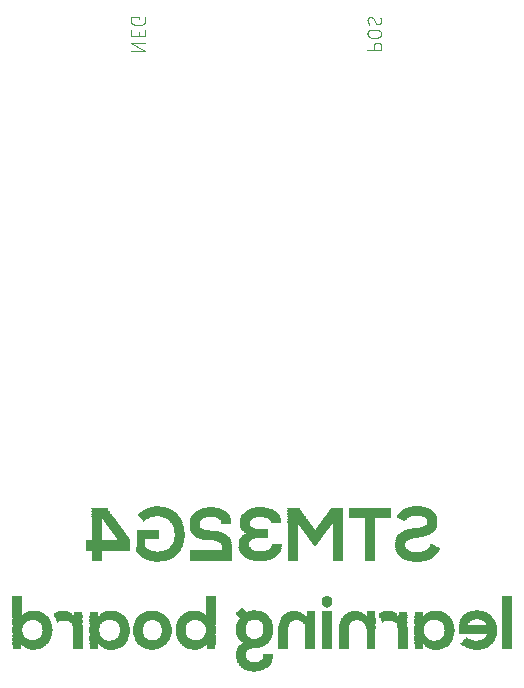
<source format=gbr>
G04 EAGLE Gerber RS-274X export*
G75*
%MOMM*%
%FSLAX34Y34*%
%LPD*%
%INSilkscreen Bottom*%
%IPPOS*%
%AMOC8*
5,1,8,0,0,1.08239X$1,22.5*%
G01*
%ADD10R,0.340000X0.010000*%
%ADD11R,0.540000X0.010000*%
%ADD12R,0.680000X0.010000*%
%ADD13R,0.780000X0.010000*%
%ADD14R,0.880000X0.010000*%
%ADD15R,0.960000X0.010000*%
%ADD16R,1.040000X0.010000*%
%ADD17R,1.120000X0.010000*%
%ADD18R,1.180000X0.010000*%
%ADD19R,1.240000X0.010000*%
%ADD20R,1.300000X0.010000*%
%ADD21R,1.360000X0.010000*%
%ADD22R,1.400000X0.010000*%
%ADD23R,1.460000X0.010000*%
%ADD24R,1.500000X0.010000*%
%ADD25R,1.540000X0.010000*%
%ADD26R,1.600000X0.010000*%
%ADD27R,1.640000X0.010000*%
%ADD28R,1.680000X0.010000*%
%ADD29R,1.720000X0.010000*%
%ADD30R,1.740000X0.010000*%
%ADD31R,1.780000X0.010000*%
%ADD32R,1.820000X0.010000*%
%ADD33R,1.860000X0.010000*%
%ADD34R,1.880000X0.010000*%
%ADD35R,1.920000X0.010000*%
%ADD36R,1.950000X0.010000*%
%ADD37R,1.980000X0.010000*%
%ADD38R,2.000000X0.010000*%
%ADD39R,2.040000X0.010000*%
%ADD40R,2.060000X0.010000*%
%ADD41R,2.090000X0.010000*%
%ADD42R,2.120000X0.010000*%
%ADD43R,2.140000X0.010000*%
%ADD44R,2.170000X0.010000*%
%ADD45R,2.190000X0.010000*%
%ADD46R,2.220000X0.010000*%
%ADD47R,2.240000X0.010000*%
%ADD48R,2.260000X0.010000*%
%ADD49R,2.280000X0.010000*%
%ADD50R,2.310000X0.010000*%
%ADD51R,2.330000X0.010000*%
%ADD52R,2.350000X0.010000*%
%ADD53R,2.370000X0.010000*%
%ADD54R,2.390000X0.010000*%
%ADD55R,2.410000X0.010000*%
%ADD56R,2.430000X0.010000*%
%ADD57R,2.450000X0.010000*%
%ADD58R,2.460000X0.010000*%
%ADD59R,2.480000X0.010000*%
%ADD60R,2.490000X0.010000*%
%ADD61R,2.510000X0.010000*%
%ADD62R,2.530000X0.010000*%
%ADD63R,2.550000X0.010000*%
%ADD64R,2.570000X0.010000*%
%ADD65R,2.590000X0.010000*%
%ADD66R,2.610000X0.010000*%
%ADD67R,2.630000X0.010000*%
%ADD68R,2.650000X0.010000*%
%ADD69R,2.670000X0.010000*%
%ADD70R,2.680000X0.010000*%
%ADD71R,2.690000X0.010000*%
%ADD72R,2.710000X0.010000*%
%ADD73R,2.730000X0.010000*%
%ADD74R,2.750000X0.010000*%
%ADD75R,2.770000X0.010000*%
%ADD76R,2.780000X0.010000*%
%ADD77R,2.790000X0.010000*%
%ADD78R,1.310000X0.010000*%
%ADD79R,1.290000X0.010000*%
%ADD80R,1.220000X0.010000*%
%ADD81R,1.200000X0.010000*%
%ADD82R,1.170000X0.010000*%
%ADD83R,1.160000X0.010000*%
%ADD84R,1.140000X0.010000*%
%ADD85R,1.130000X0.010000*%
%ADD86R,1.110000X0.010000*%
%ADD87R,1.100000X0.010000*%
%ADD88R,1.090000X0.010000*%
%ADD89R,1.080000X0.010000*%
%ADD90R,1.060000X0.010000*%
%ADD91R,1.050000X0.010000*%
%ADD92R,1.020000X0.010000*%
%ADD93R,1.030000X0.010000*%
%ADD94R,1.010000X0.010000*%
%ADD95R,0.990000X0.010000*%
%ADD96R,1.000000X0.010000*%
%ADD97R,0.980000X0.010000*%
%ADD98R,0.970000X0.010000*%
%ADD99R,0.950000X0.010000*%
%ADD100R,0.930000X0.010000*%
%ADD101R,0.940000X0.010000*%
%ADD102R,0.920000X0.010000*%
%ADD103R,0.910000X0.010000*%
%ADD104R,0.900000X0.010000*%
%ADD105R,0.890000X0.010000*%
%ADD106R,0.870000X0.010000*%
%ADD107R,0.860000X0.010000*%
%ADD108R,0.850000X0.010000*%
%ADD109R,0.840000X0.010000*%
%ADD110R,0.830000X0.010000*%
%ADD111R,0.820000X0.010000*%
%ADD112R,0.810000X0.010000*%
%ADD113R,0.800000X0.010000*%
%ADD114R,0.790000X0.010000*%
%ADD115R,0.770000X0.010000*%
%ADD116R,0.760000X0.010000*%
%ADD117R,0.330000X0.010000*%
%ADD118R,0.490000X0.010000*%
%ADD119R,0.600000X0.010000*%
%ADD120R,0.230000X0.010000*%
%ADD121R,0.250000X0.010000*%
%ADD122R,0.690000X0.010000*%
%ADD123R,0.700000X0.010000*%
%ADD124R,0.450000X0.010000*%
%ADD125R,0.470000X0.010000*%
%ADD126R,0.440000X0.010000*%
%ADD127R,0.590000X0.010000*%
%ADD128R,0.620000X0.010000*%
%ADD129R,0.730000X0.010000*%
%ADD130R,1.230000X0.010000*%
%ADD131R,1.070000X0.010000*%
%ADD132R,0.720000X0.010000*%
%ADD133R,1.350000X0.010000*%
%ADD134R,1.410000X0.010000*%
%ADD135R,1.260000X0.010000*%
%ADD136R,1.150000X0.010000*%
%ADD137R,1.470000X0.010000*%
%ADD138R,1.520000X0.010000*%
%ADD139R,1.340000X0.010000*%
%ADD140R,1.250000X0.010000*%
%ADD141R,1.570000X0.010000*%
%ADD142R,1.390000X0.010000*%
%ADD143R,0.740000X0.010000*%
%ADD144R,1.620000X0.010000*%
%ADD145R,1.430000X0.010000*%
%ADD146R,1.560000X0.010000*%
%ADD147R,1.440000X0.010000*%
%ADD148R,1.660000X0.010000*%
%ADD149R,1.650000X0.010000*%
%ADD150R,1.380000X0.010000*%
%ADD151R,1.480000X0.010000*%
%ADD152R,1.700000X0.010000*%
%ADD153R,1.490000X0.010000*%
%ADD154R,1.710000X0.010000*%
%ADD155R,1.420000X0.010000*%
%ADD156R,1.750000X0.010000*%
%ADD157R,1.530000X0.010000*%
%ADD158R,1.770000X0.010000*%
%ADD159R,1.790000X0.010000*%
%ADD160R,1.810000X0.010000*%
%ADD161R,1.830000X0.010000*%
%ADD162R,1.840000X0.010000*%
%ADD163R,1.870000X0.010000*%
%ADD164R,1.910000X0.010000*%
%ADD165R,1.900000X0.010000*%
%ADD166R,1.580000X0.010000*%
%ADD167R,1.590000X0.010000*%
%ADD168R,1.690000X0.010000*%
%ADD169R,1.930000X0.010000*%
%ADD170R,1.970000X0.010000*%
%ADD171R,2.010000X0.010000*%
%ADD172R,1.960000X0.010000*%
%ADD173R,1.670000X0.010000*%
%ADD174R,2.050000X0.010000*%
%ADD175R,0.750000X0.010000*%
%ADD176R,2.080000X0.010000*%
%ADD177R,1.730000X0.010000*%
%ADD178R,2.110000X0.010000*%
%ADD179R,1.760000X0.010000*%
%ADD180R,2.030000X0.010000*%
%ADD181R,2.160000X0.010000*%
%ADD182R,2.200000X0.010000*%
%ADD183R,1.890000X0.010000*%
%ADD184R,2.070000X0.010000*%
%ADD185R,1.850000X0.010000*%
%ADD186R,1.940000X0.010000*%
%ADD187R,2.020000X0.010000*%
%ADD188R,2.100000X0.010000*%
%ADD189R,2.380000X0.010000*%
%ADD190R,1.990000X0.010000*%
%ADD191R,2.180000X0.010000*%
%ADD192R,2.470000X0.010000*%
%ADD193R,2.130000X0.010000*%
%ADD194R,2.300000X0.010000*%
%ADD195R,2.560000X0.010000*%
%ADD196R,2.320000X0.010000*%
%ADD197R,2.580000X0.010000*%
%ADD198R,2.150000X0.010000*%
%ADD199R,2.340000X0.010000*%
%ADD200R,2.600000X0.010000*%
%ADD201R,2.360000X0.010000*%
%ADD202R,2.940000X0.010000*%
%ADD203R,2.620000X0.010000*%
%ADD204R,2.210000X0.010000*%
%ADD205R,2.950000X0.010000*%
%ADD206R,3.000000X0.010000*%
%ADD207R,2.960000X0.010000*%
%ADD208R,2.400000X0.010000*%
%ADD209R,3.010000X0.010000*%
%ADD210R,2.970000X0.010000*%
%ADD211R,2.420000X0.010000*%
%ADD212R,3.020000X0.010000*%
%ADD213R,2.980000X0.010000*%
%ADD214R,2.440000X0.010000*%
%ADD215R,2.990000X0.010000*%
%ADD216R,3.030000X0.010000*%
%ADD217R,3.040000X0.010000*%
%ADD218R,3.050000X0.010000*%
%ADD219R,2.500000X0.010000*%
%ADD220R,2.520000X0.010000*%
%ADD221R,3.060000X0.010000*%
%ADD222R,2.540000X0.010000*%
%ADD223R,3.070000X0.010000*%
%ADD224R,3.080000X0.010000*%
%ADD225R,2.230000X0.010000*%
%ADD226R,3.090000X0.010000*%
%ADD227R,2.270000X0.010000*%
%ADD228R,3.100000X0.010000*%
%ADD229R,3.110000X0.010000*%
%ADD230R,2.640000X0.010000*%
%ADD231R,2.660000X0.010000*%
%ADD232R,3.120000X0.010000*%
%ADD233R,3.130000X0.010000*%
%ADD234R,2.700000X0.010000*%
%ADD235R,1.330000X0.010000*%
%ADD236R,1.280000X0.010000*%
%ADD237R,1.270000X0.010000*%
%ADD238R,2.720000X0.010000*%
%ADD239R,1.210000X0.010000*%
%ADD240R,0.650000X0.010000*%
%ADD241R,0.610000X0.010000*%
%ADD242R,0.570000X0.010000*%
%ADD243R,0.530000X0.010000*%
%ADD244R,0.460000X0.010000*%
%ADD245R,0.430000X0.010000*%
%ADD246R,1.190000X0.010000*%
%ADD247R,0.390000X0.010000*%
%ADD248R,0.360000X0.010000*%
%ADD249R,0.310000X0.010000*%
%ADD250R,0.280000X0.010000*%
%ADD251R,0.220000X0.010000*%
%ADD252R,0.200000X0.010000*%
%ADD253R,0.170000X0.010000*%
%ADD254R,0.150000X0.010000*%
%ADD255R,0.130000X0.010000*%
%ADD256R,0.110000X0.010000*%
%ADD257R,0.080000X0.010000*%
%ADD258R,0.060000X0.010000*%
%ADD259R,0.040000X0.010000*%
%ADD260R,0.020000X0.010000*%
%ADD261R,3.180000X0.010000*%
%ADD262R,3.190000X0.010000*%
%ADD263R,3.200000X0.010000*%
%ADD264R,3.210000X0.010000*%
%ADD265R,3.170000X0.010000*%
%ADD266R,3.160000X0.010000*%
%ADD267R,0.030000X0.010000*%
%ADD268R,0.050000X0.010000*%
%ADD269R,0.070000X0.010000*%
%ADD270R,0.090000X0.010000*%
%ADD271R,0.100000X0.010000*%
%ADD272R,0.140000X0.010000*%
%ADD273R,0.180000X0.010000*%
%ADD274R,0.210000X0.010000*%
%ADD275R,0.260000X0.010000*%
%ADD276R,0.290000X0.010000*%
%ADD277R,0.370000X0.010000*%
%ADD278R,0.420000X0.010000*%
%ADD279R,1.370000X0.010000*%
%ADD280R,1.320000X0.010000*%
%ADD281R,1.550000X0.010000*%
%ADD282R,2.880000X0.010000*%
%ADD283R,1.630000X0.010000*%
%ADD284R,1.450000X0.010000*%
%ADD285R,2.870000X0.010000*%
%ADD286R,3.140000X0.010000*%
%ADD287R,2.860000X0.010000*%
%ADD288R,2.850000X0.010000*%
%ADD289R,2.740000X0.010000*%
%ADD290R,2.840000X0.010000*%
%ADD291R,2.250000X0.010000*%
%ADD292R,2.830000X0.010000*%
%ADD293R,2.820000X0.010000*%
%ADD294R,2.810000X0.010000*%
%ADD295R,2.800000X0.010000*%
%ADD296R,2.290000X0.010000*%
%ADD297R,2.760000X0.010000*%
%ADD298R,1.800000X0.010000*%
%ADD299R,0.710000X0.010000*%
%ADD300R,1.510000X0.010000*%
%ADD301R,1.610000X0.010000*%
%ADD302R,0.670000X0.010000*%
%ADD303R,0.660000X0.010000*%
%ADD304R,0.640000X0.010000*%
%ADD305R,0.580000X0.010000*%
%ADD306R,0.630000X0.010000*%
%ADD307R,0.480000X0.010000*%
%ADD308R,0.560000X0.010000*%
%ADD309R,0.520000X0.010000*%
%ADD310R,0.550000X0.010000*%
%ADD311R,0.380000X0.010000*%
%ADD312R,0.500000X0.010000*%
%ADD313R,0.270000X0.010000*%
%ADD314R,0.350000X0.010000*%
%ADD315R,0.240000X0.010000*%
%ADD316R,0.160000X0.010000*%
%ADD317R,0.120000X0.010000*%
%ADD318R,0.400000X0.010000*%
%ADD319R,0.300000X0.010000*%
%ADD320R,3.550000X0.010000*%
%ADD321R,2.900000X0.010000*%
%ADD322R,2.930000X0.010000*%
%ADD323R,2.890000X0.010000*%
%ADD324R,2.910000X0.010000*%
%ADD325R,2.920000X0.010000*%
%ADD326R,3.150000X0.010000*%
%ADD327R,3.230000X0.010000*%
%ADD328R,3.250000X0.010000*%
%ADD329R,3.270000X0.010000*%
%ADD330R,3.290000X0.010000*%
%ADD331R,3.310000X0.010000*%
%ADD332R,3.330000X0.010000*%
%ADD333R,3.350000X0.010000*%
%ADD334R,3.370000X0.010000*%
%ADD335R,3.320000X0.010000*%
%ADD336R,3.390000X0.010000*%
%ADD337R,3.400000X0.010000*%
%ADD338R,3.420000X0.010000*%
%ADD339R,3.360000X0.010000*%
%ADD340R,3.440000X0.010000*%
%ADD341R,3.380000X0.010000*%
%ADD342R,3.240000X0.010000*%
%ADD343R,3.460000X0.010000*%
%ADD344R,3.480000X0.010000*%
%ADD345R,3.500000X0.010000*%
%ADD346R,3.280000X0.010000*%
%ADD347R,3.520000X0.010000*%
%ADD348R,3.530000X0.010000*%
%ADD349R,3.300000X0.010000*%
%ADD350R,3.540000X0.010000*%
%ADD351R,3.560000X0.010000*%
%ADD352R,3.580000X0.010000*%
%ADD353R,3.340000X0.010000*%
%ADD354R,3.660000X0.010000*%
%ADD355R,3.670000X0.010000*%
%ADD356R,3.680000X0.010000*%
%ADD357R,3.690000X0.010000*%
%ADD358R,0.410000X0.010000*%
%ADD359R,3.700000X0.010000*%
%ADD360R,0.190000X0.010000*%
%ADD361R,3.710000X0.010000*%
%ADD362R,3.720000X0.010000*%
%ADD363R,0.510000X0.010000*%
%ADD364R,3.730000X0.010000*%
%ADD365R,0.320000X0.010000*%
%ADD366R,3.600000X0.010000*%
%ADD367R,3.260000X0.010000*%
%ADD368R,3.220000X0.010000*%
%ADD369C,0.101600*%


D10*
X577150Y430200D03*
D11*
X577150Y430300D03*
D12*
X577150Y430400D03*
D13*
X577150Y430500D03*
D14*
X577150Y430600D03*
D15*
X577150Y430700D03*
D16*
X577150Y430800D03*
D17*
X577150Y430900D03*
D18*
X577150Y431000D03*
D19*
X577150Y431100D03*
D20*
X577150Y431200D03*
D21*
X577150Y431300D03*
D22*
X577150Y431400D03*
D23*
X577150Y431500D03*
D24*
X577150Y431600D03*
D25*
X577150Y431700D03*
D26*
X577150Y431800D03*
D27*
X577150Y431900D03*
D28*
X577150Y432000D03*
D29*
X577150Y432100D03*
D30*
X577150Y432200D03*
D31*
X577150Y432300D03*
D32*
X577150Y432400D03*
D33*
X577150Y432500D03*
D34*
X577150Y432600D03*
D35*
X577150Y432700D03*
D36*
X577200Y432800D03*
D37*
X577150Y432900D03*
D38*
X577150Y433000D03*
D39*
X577150Y433100D03*
D40*
X577150Y433200D03*
D41*
X577200Y433300D03*
D42*
X577150Y433400D03*
D43*
X577150Y433500D03*
D44*
X577200Y433600D03*
D45*
X577200Y433700D03*
D46*
X577150Y433800D03*
D47*
X577150Y433900D03*
D48*
X577150Y434000D03*
D49*
X577150Y434100D03*
D50*
X577200Y434200D03*
D51*
X577200Y434300D03*
D52*
X577200Y434400D03*
D53*
X577200Y434500D03*
D54*
X577200Y434600D03*
D55*
X577200Y434700D03*
D56*
X577200Y434800D03*
D57*
X577200Y434900D03*
D58*
X577150Y435000D03*
D59*
X577150Y435100D03*
D60*
X577200Y435200D03*
D61*
X577200Y435300D03*
D62*
X577200Y435400D03*
D63*
X577200Y435500D03*
D64*
X577200Y435600D03*
X577200Y435700D03*
D65*
X577200Y435800D03*
D66*
X577200Y435900D03*
D67*
X577200Y436000D03*
X577200Y436100D03*
D68*
X577200Y436200D03*
D69*
X577200Y436300D03*
D70*
X577250Y436400D03*
D71*
X577200Y436500D03*
D72*
X577200Y436600D03*
X577200Y436700D03*
D73*
X577200Y436800D03*
D74*
X577200Y436900D03*
X577200Y437000D03*
D75*
X577200Y437100D03*
D76*
X577250Y437200D03*
D77*
X577200Y437300D03*
D78*
X584700Y437400D03*
D79*
X569700Y437400D03*
D19*
X585050Y437500D03*
D80*
X569250Y437500D03*
D81*
X585350Y437600D03*
D82*
X569000Y437600D03*
D83*
X585550Y437700D03*
D84*
X568750Y437700D03*
D85*
X585800Y437800D03*
D86*
X568600Y437800D03*
D87*
X585950Y437900D03*
D88*
X568400Y437900D03*
D89*
X586150Y438000D03*
D90*
X568250Y438000D03*
X586250Y438100D03*
D91*
X568100Y438100D03*
X586400Y438200D03*
D92*
X567950Y438200D03*
D93*
X586500Y438300D03*
D94*
X567800Y438300D03*
D92*
X586650Y438400D03*
D95*
X567700Y438400D03*
D96*
X586750Y438500D03*
D97*
X567650Y438500D03*
X586850Y438600D03*
D98*
X567500Y438600D03*
X587000Y438700D03*
D99*
X567400Y438700D03*
D15*
X587050Y438800D03*
D99*
X567300Y438800D03*
X587200Y438900D03*
D100*
X567200Y438900D03*
D101*
X587250Y439000D03*
D102*
X567150Y439000D03*
D100*
X587300Y439100D03*
D102*
X567050Y439100D03*
X587450Y439200D03*
D103*
X567000Y439200D03*
X587500Y439300D03*
D104*
X566950Y439300D03*
X587550Y439400D03*
D105*
X566800Y439400D03*
D104*
X587650Y439500D03*
D14*
X566750Y439500D03*
D105*
X587700Y439600D03*
D106*
X566700Y439600D03*
D14*
X587750Y439700D03*
D106*
X566600Y439700D03*
D14*
X587850Y439800D03*
D106*
X566600Y439800D03*
X587900Y439900D03*
D107*
X566550Y439900D03*
X587950Y440000D03*
D108*
X566500Y440000D03*
D107*
X588050Y440100D03*
D108*
X566400Y440100D03*
X588100Y440200D03*
D109*
X566350Y440200D03*
X588150Y440300D03*
X566350Y440300D03*
X588150Y440400D03*
D110*
X566300Y440400D03*
D109*
X588250Y440500D03*
D110*
X566200Y440500D03*
X588300Y440600D03*
X566200Y440600D03*
X588300Y440700D03*
D111*
X566150Y440700D03*
X588350Y440800D03*
D112*
X566100Y440800D03*
D111*
X588450Y440900D03*
X566050Y440900D03*
X588450Y441000D03*
D112*
X566000Y441000D03*
X588500Y441100D03*
X566000Y441100D03*
X588500Y441200D03*
D113*
X565950Y441200D03*
X588550Y441300D03*
X565950Y441300D03*
D112*
X588600Y441400D03*
D113*
X565950Y441400D03*
X588650Y441500D03*
X565850Y441500D03*
X588650Y441600D03*
X565850Y441600D03*
D114*
X588700Y441700D03*
X565800Y441700D03*
X588700Y441800D03*
X565800Y441800D03*
D13*
X588750Y441900D03*
D114*
X565800Y441900D03*
D13*
X588750Y442000D03*
X565750Y442000D03*
D114*
X588800Y442100D03*
D13*
X565750Y442100D03*
X588850Y442200D03*
D114*
X565700Y442200D03*
D13*
X588850Y442300D03*
D114*
X565700Y442300D03*
D13*
X588850Y442400D03*
X565650Y442400D03*
X588850Y442500D03*
X565650Y442500D03*
D115*
X588900Y442600D03*
D13*
X565650Y442600D03*
D115*
X588900Y442700D03*
D13*
X565650Y442700D03*
D115*
X588900Y442800D03*
D13*
X565650Y442800D03*
D115*
X588900Y442900D03*
X565600Y442900D03*
X588900Y443000D03*
X565600Y443000D03*
D116*
X588950Y443100D03*
D115*
X565600Y443100D03*
D116*
X588950Y443200D03*
D115*
X565600Y443200D03*
D116*
X588950Y443300D03*
D115*
X565600Y443300D03*
X589000Y443400D03*
X565600Y443400D03*
X589000Y443500D03*
X565600Y443500D03*
X589000Y443600D03*
X565600Y443600D03*
X589000Y443700D03*
X565600Y443700D03*
X589000Y443800D03*
X565600Y443800D03*
X589000Y443900D03*
X565600Y443900D03*
X565600Y444000D03*
X565600Y444100D03*
X565600Y444200D03*
X565600Y444300D03*
X565600Y444400D03*
X565600Y444500D03*
X565600Y444600D03*
X565600Y444700D03*
X565600Y444800D03*
D13*
X565650Y444900D03*
X565650Y445000D03*
X565650Y445100D03*
X565650Y445200D03*
X565650Y445300D03*
D114*
X565700Y445400D03*
X565700Y445500D03*
X565700Y445600D03*
X565800Y445700D03*
X565800Y445800D03*
X565800Y445900D03*
D113*
X565850Y446000D03*
X565850Y446100D03*
X565850Y446200D03*
D112*
X565900Y446300D03*
D113*
X565950Y446400D03*
D112*
X566000Y446500D03*
X566000Y446600D03*
D111*
X566050Y446700D03*
D110*
X566100Y446800D03*
X566100Y446900D03*
X566200Y447000D03*
D109*
X566250Y447100D03*
X566250Y447200D03*
D108*
X566300Y447300D03*
X566400Y447400D03*
D107*
X566450Y447500D03*
D106*
X566500Y447600D03*
D14*
X566550Y447700D03*
D106*
X566600Y447800D03*
D14*
X566650Y447900D03*
D104*
X566750Y448000D03*
X566850Y448100D03*
D103*
X566900Y448200D03*
D102*
X566950Y448300D03*
X567050Y448400D03*
D117*
X730700Y448500D03*
D101*
X567150Y448500D03*
D117*
X455700Y448500D03*
X765300Y448600D03*
D118*
X730800Y448600D03*
D101*
X567250Y448600D03*
D118*
X455800Y448600D03*
D11*
X765350Y448700D03*
D119*
X730850Y448700D03*
D15*
X567350Y448700D03*
D120*
X526600Y448700D03*
D121*
X490700Y448700D03*
D119*
X455850Y448700D03*
D120*
X389900Y448700D03*
D122*
X765300Y448800D03*
D123*
X730850Y448800D03*
D98*
X567400Y448800D03*
D124*
X526500Y448800D03*
D125*
X490700Y448800D03*
D123*
X455850Y448800D03*
D126*
X389950Y448800D03*
D113*
X765350Y448900D03*
D114*
X730900Y448900D03*
D97*
X567550Y448900D03*
D127*
X526500Y448900D03*
D128*
X490650Y448900D03*
D114*
X455900Y448900D03*
D127*
X390000Y448900D03*
D103*
X765300Y449000D03*
D107*
X730950Y449000D03*
D96*
X567650Y449000D03*
D122*
X526500Y449000D03*
D129*
X490700Y449000D03*
D107*
X455950Y449000D03*
D122*
X390000Y449000D03*
D96*
X765350Y449100D03*
D100*
X731000Y449100D03*
D94*
X567800Y449100D03*
D13*
X526450Y449100D03*
D110*
X490700Y449100D03*
D100*
X456000Y449100D03*
D13*
X390050Y449100D03*
D89*
X765350Y449200D03*
D95*
X731000Y449200D03*
D93*
X567900Y449200D03*
D108*
X526400Y449200D03*
D103*
X490700Y449200D03*
D95*
X456000Y449200D03*
D108*
X390100Y449200D03*
D83*
X765350Y449300D03*
D91*
X731000Y449300D03*
X568100Y449300D03*
D100*
X526400Y449300D03*
D95*
X490700Y449300D03*
D91*
X456000Y449300D03*
D100*
X390100Y449300D03*
D115*
X791200Y449400D03*
D130*
X765300Y449400D03*
D86*
X731000Y449400D03*
D129*
X716300Y449400D03*
D115*
X702500Y449400D03*
D116*
X675650Y449400D03*
D115*
X652800Y449400D03*
D13*
X638650Y449400D03*
D115*
X624400Y449400D03*
X601500Y449400D03*
D131*
X568200Y449400D03*
D132*
X540650Y449400D03*
D96*
X526350Y449400D03*
D90*
X490650Y449400D03*
D86*
X456000Y449400D03*
D129*
X441300Y449400D03*
D115*
X427500Y449400D03*
D96*
X390150Y449400D03*
D132*
X375850Y449400D03*
D115*
X791200Y449500D03*
D79*
X765300Y449500D03*
D83*
X731050Y449500D03*
D129*
X716300Y449500D03*
D115*
X702500Y449500D03*
D116*
X675650Y449500D03*
D115*
X652800Y449500D03*
D13*
X638650Y449500D03*
D115*
X624400Y449500D03*
X601500Y449500D03*
D88*
X568400Y449500D03*
D132*
X540650Y449500D03*
D91*
X526300Y449500D03*
D17*
X490650Y449500D03*
D83*
X456050Y449500D03*
D129*
X441300Y449500D03*
D115*
X427500Y449500D03*
D91*
X390200Y449500D03*
D132*
X375850Y449500D03*
D115*
X791200Y449600D03*
D133*
X765300Y449600D03*
D81*
X731050Y449600D03*
D129*
X716300Y449600D03*
D115*
X702500Y449600D03*
D116*
X675650Y449600D03*
D115*
X652800Y449600D03*
D13*
X638650Y449600D03*
D115*
X624400Y449600D03*
X601500Y449600D03*
D17*
X568550Y449600D03*
D129*
X540600Y449600D03*
D86*
X526300Y449600D03*
D18*
X490650Y449600D03*
D81*
X456050Y449600D03*
D129*
X441300Y449600D03*
D115*
X427500Y449600D03*
D86*
X390200Y449600D03*
D129*
X375900Y449600D03*
D115*
X791200Y449700D03*
D134*
X765300Y449700D03*
D135*
X731050Y449700D03*
D129*
X716300Y449700D03*
D115*
X702500Y449700D03*
D116*
X675650Y449700D03*
D115*
X652800Y449700D03*
D13*
X638650Y449700D03*
D115*
X624400Y449700D03*
X601500Y449700D03*
D136*
X568800Y449700D03*
D129*
X540600Y449700D03*
D83*
X526250Y449700D03*
D19*
X490650Y449700D03*
D135*
X456050Y449700D03*
D129*
X441300Y449700D03*
D115*
X427500Y449700D03*
D83*
X390250Y449700D03*
D129*
X375900Y449700D03*
D115*
X791200Y449800D03*
D137*
X765300Y449800D03*
D20*
X731050Y449800D03*
D129*
X716300Y449800D03*
D115*
X702500Y449800D03*
D116*
X675650Y449800D03*
D115*
X652800Y449800D03*
D13*
X638650Y449800D03*
D115*
X624400Y449800D03*
X601500Y449800D03*
D18*
X569050Y449800D03*
D129*
X540600Y449800D03*
D81*
X526250Y449800D03*
D79*
X490700Y449800D03*
D20*
X456050Y449800D03*
D129*
X441300Y449800D03*
D115*
X427500Y449800D03*
D81*
X390250Y449800D03*
D129*
X375900Y449800D03*
D115*
X791200Y449900D03*
D138*
X765250Y449900D03*
D139*
X731050Y449900D03*
D129*
X716300Y449900D03*
D115*
X702500Y449900D03*
D116*
X675650Y449900D03*
D115*
X652800Y449900D03*
D13*
X638650Y449900D03*
D115*
X624400Y449900D03*
X601500Y449900D03*
D130*
X569300Y449900D03*
D129*
X540600Y449900D03*
D140*
X526200Y449900D03*
D139*
X490650Y449900D03*
X456050Y449900D03*
D129*
X441300Y449900D03*
D115*
X427500Y449900D03*
D135*
X390250Y449900D03*
D129*
X375900Y449900D03*
D115*
X791200Y450000D03*
D141*
X765300Y450000D03*
D142*
X731100Y450000D03*
D143*
X716350Y450000D03*
D115*
X702500Y450000D03*
D116*
X675650Y450000D03*
D115*
X652800Y450000D03*
D13*
X638650Y450000D03*
D115*
X624400Y450000D03*
X601500Y450000D03*
D20*
X569750Y450000D03*
D129*
X540600Y450000D03*
D79*
X526200Y450000D03*
D142*
X490700Y450000D03*
X456100Y450000D03*
D143*
X441350Y450000D03*
D115*
X427500Y450000D03*
D20*
X390250Y450000D03*
D129*
X375900Y450000D03*
D115*
X791200Y450100D03*
D144*
X765250Y450100D03*
D145*
X731100Y450100D03*
D143*
X716350Y450100D03*
D115*
X702500Y450100D03*
D116*
X675650Y450100D03*
D115*
X652800Y450100D03*
D13*
X638650Y450100D03*
D115*
X624400Y450100D03*
X601500Y450100D03*
D146*
X571050Y450100D03*
D129*
X540600Y450100D03*
D139*
X526150Y450100D03*
D147*
X490650Y450100D03*
D145*
X456100Y450100D03*
D143*
X441350Y450100D03*
D115*
X427500Y450100D03*
D139*
X390350Y450100D03*
D129*
X375900Y450100D03*
D115*
X791200Y450200D03*
D148*
X765250Y450200D03*
D23*
X731150Y450200D03*
D143*
X716350Y450200D03*
D115*
X702500Y450200D03*
D116*
X675650Y450200D03*
D115*
X652800Y450200D03*
D13*
X638650Y450200D03*
D115*
X624400Y450200D03*
X601500Y450200D03*
D149*
X571600Y450200D03*
D129*
X540600Y450200D03*
D150*
X526150Y450200D03*
D151*
X490650Y450200D03*
D23*
X456150Y450200D03*
D143*
X441350Y450200D03*
D115*
X427500Y450200D03*
D150*
X390350Y450200D03*
D129*
X375900Y450200D03*
D115*
X791200Y450300D03*
D152*
X765250Y450300D03*
D153*
X731100Y450300D03*
D143*
X716350Y450300D03*
D115*
X702500Y450300D03*
D116*
X675650Y450300D03*
D115*
X652800Y450300D03*
D13*
X638650Y450300D03*
D115*
X624400Y450300D03*
X601500Y450300D03*
D154*
X572000Y450300D03*
D129*
X540600Y450300D03*
D155*
X526150Y450300D03*
D138*
X490650Y450300D03*
D153*
X456100Y450300D03*
D143*
X441350Y450300D03*
D115*
X427500Y450300D03*
D155*
X390350Y450300D03*
D129*
X375900Y450300D03*
D115*
X791200Y450400D03*
D156*
X765200Y450400D03*
D157*
X731100Y450400D03*
D143*
X716350Y450400D03*
D115*
X702500Y450400D03*
D116*
X675650Y450400D03*
D115*
X652800Y450400D03*
D13*
X638650Y450400D03*
D115*
X624400Y450400D03*
X601500Y450400D03*
D158*
X572300Y450400D03*
D143*
X540550Y450400D03*
D23*
X526150Y450400D03*
D146*
X490650Y450400D03*
D157*
X456100Y450400D03*
D143*
X441350Y450400D03*
D115*
X427500Y450400D03*
D23*
X390350Y450400D03*
D129*
X375900Y450400D03*
D115*
X791200Y450500D03*
D159*
X765200Y450500D03*
D146*
X731150Y450500D03*
D143*
X716350Y450500D03*
D115*
X702500Y450500D03*
D116*
X675650Y450500D03*
D115*
X652800Y450500D03*
D13*
X638650Y450500D03*
D115*
X624400Y450500D03*
X601500Y450500D03*
D160*
X572600Y450500D03*
D143*
X540550Y450500D03*
D153*
X526100Y450500D03*
D26*
X490650Y450500D03*
D146*
X456150Y450500D03*
D143*
X441350Y450500D03*
D115*
X427500Y450500D03*
D153*
X390400Y450500D03*
D143*
X375950Y450500D03*
D115*
X791200Y450600D03*
D161*
X765200Y450600D03*
D26*
X731150Y450600D03*
D143*
X716350Y450600D03*
D115*
X702500Y450600D03*
D116*
X675650Y450600D03*
D115*
X652800Y450600D03*
D13*
X638650Y450600D03*
D115*
X624400Y450600D03*
X601500Y450600D03*
D162*
X572850Y450600D03*
D143*
X540550Y450600D03*
D157*
X526100Y450600D03*
D27*
X490650Y450600D03*
D26*
X456150Y450600D03*
D143*
X441350Y450600D03*
D115*
X427500Y450600D03*
D157*
X390400Y450600D03*
D143*
X375950Y450600D03*
D115*
X791200Y450700D03*
D163*
X765200Y450700D03*
D144*
X731150Y450700D03*
D143*
X716350Y450700D03*
D115*
X702500Y450700D03*
D116*
X675650Y450700D03*
D115*
X652800Y450700D03*
D13*
X638650Y450700D03*
D115*
X624400Y450700D03*
X601500Y450700D03*
D163*
X573100Y450700D03*
D143*
X540550Y450700D03*
D146*
X526050Y450700D03*
D28*
X490650Y450700D03*
D144*
X456150Y450700D03*
D143*
X441350Y450700D03*
D115*
X427500Y450700D03*
D146*
X390450Y450700D03*
D143*
X375950Y450700D03*
D115*
X791200Y450800D03*
D164*
X765200Y450800D03*
D148*
X731150Y450800D03*
D143*
X716350Y450800D03*
D115*
X702500Y450800D03*
D116*
X675650Y450800D03*
D115*
X652800Y450800D03*
D13*
X638650Y450800D03*
D115*
X624400Y450800D03*
X601500Y450800D03*
D165*
X573250Y450800D03*
D143*
X540550Y450800D03*
D166*
X526050Y450800D03*
D154*
X490700Y450800D03*
D148*
X456150Y450800D03*
D143*
X441350Y450800D03*
D115*
X427500Y450800D03*
D167*
X390400Y450800D03*
D143*
X375950Y450800D03*
D115*
X791200Y450900D03*
D36*
X765200Y450900D03*
D168*
X731200Y450900D03*
D143*
X716350Y450900D03*
D115*
X702500Y450900D03*
D116*
X675650Y450900D03*
D115*
X652800Y450900D03*
D13*
X638650Y450900D03*
D115*
X624400Y450900D03*
X601500Y450900D03*
D169*
X573500Y450900D03*
D143*
X540550Y450900D03*
D144*
X526050Y450900D03*
D30*
X490650Y450900D03*
D168*
X456200Y450900D03*
D143*
X441350Y450900D03*
D115*
X427500Y450900D03*
D144*
X390450Y450900D03*
D143*
X375950Y450900D03*
D115*
X791200Y451000D03*
D170*
X765200Y451000D03*
D154*
X731200Y451000D03*
D143*
X716350Y451000D03*
D115*
X702500Y451000D03*
D116*
X675650Y451000D03*
D115*
X652800Y451000D03*
D13*
X638650Y451000D03*
D115*
X624400Y451000D03*
X601500Y451000D03*
D36*
X573700Y451000D03*
D143*
X540550Y451000D03*
D149*
X526000Y451000D03*
D31*
X490650Y451000D03*
D154*
X456200Y451000D03*
D143*
X441350Y451000D03*
D115*
X427500Y451000D03*
D149*
X390500Y451000D03*
D143*
X375950Y451000D03*
D115*
X791200Y451100D03*
D171*
X765200Y451100D03*
D156*
X731200Y451100D03*
D143*
X716350Y451100D03*
D115*
X702500Y451100D03*
D116*
X675650Y451100D03*
D115*
X652800Y451100D03*
D13*
X638650Y451100D03*
D115*
X624400Y451100D03*
X601500Y451100D03*
D172*
X573850Y451100D03*
D143*
X540550Y451100D03*
D173*
X526000Y451100D03*
D160*
X490700Y451100D03*
D156*
X456200Y451100D03*
D143*
X441350Y451100D03*
D115*
X427500Y451100D03*
D173*
X390500Y451100D03*
D143*
X375950Y451100D03*
D115*
X791200Y451200D03*
D174*
X765200Y451200D03*
D158*
X731200Y451200D03*
D175*
X716400Y451200D03*
D115*
X702500Y451200D03*
D116*
X675650Y451200D03*
D115*
X652800Y451200D03*
D13*
X638650Y451200D03*
D115*
X624400Y451200D03*
X601500Y451200D03*
D37*
X574050Y451200D03*
D143*
X540550Y451200D03*
D154*
X526000Y451200D03*
D162*
X490650Y451200D03*
D158*
X456200Y451200D03*
D175*
X441400Y451200D03*
D115*
X427500Y451200D03*
D154*
X390500Y451200D03*
D143*
X375950Y451200D03*
D115*
X791200Y451300D03*
D176*
X765150Y451300D03*
D159*
X731200Y451300D03*
D175*
X716400Y451300D03*
D115*
X702500Y451300D03*
D116*
X675650Y451300D03*
D115*
X652800Y451300D03*
D13*
X638650Y451300D03*
D115*
X624400Y451300D03*
X601500Y451300D03*
D38*
X574250Y451300D03*
D175*
X540500Y451300D03*
D30*
X525950Y451300D03*
D163*
X490700Y451300D03*
D159*
X456200Y451300D03*
D175*
X441400Y451300D03*
D115*
X427500Y451300D03*
D177*
X390500Y451300D03*
D175*
X376000Y451300D03*
D115*
X791200Y451400D03*
D178*
X765200Y451400D03*
D32*
X731250Y451400D03*
D175*
X716400Y451400D03*
D115*
X702500Y451400D03*
D116*
X675650Y451400D03*
D115*
X652800Y451400D03*
D13*
X638650Y451400D03*
D115*
X624400Y451400D03*
X601500Y451400D03*
D171*
X574400Y451400D03*
D175*
X540500Y451400D03*
D179*
X525950Y451400D03*
D165*
X490650Y451400D03*
D32*
X456250Y451400D03*
D175*
X441400Y451400D03*
D115*
X427500Y451400D03*
D179*
X390550Y451400D03*
D175*
X376000Y451400D03*
D115*
X791200Y451500D03*
D43*
X765150Y451500D03*
D162*
X731250Y451500D03*
D175*
X716400Y451500D03*
D115*
X702500Y451500D03*
D116*
X675650Y451500D03*
D115*
X652800Y451500D03*
D13*
X638650Y451500D03*
D115*
X624400Y451500D03*
X601500Y451500D03*
D180*
X574500Y451500D03*
D175*
X540500Y451500D03*
D31*
X525950Y451500D03*
D169*
X490700Y451500D03*
D162*
X456250Y451500D03*
D175*
X441400Y451500D03*
D115*
X427500Y451500D03*
D31*
X390550Y451500D03*
D175*
X376000Y451500D03*
D115*
X791200Y451600D03*
D181*
X765150Y451600D03*
D33*
X731250Y451600D03*
D175*
X716400Y451600D03*
D115*
X702500Y451600D03*
D116*
X675650Y451600D03*
D115*
X652800Y451600D03*
D13*
X638650Y451600D03*
D115*
X624400Y451600D03*
X601500Y451600D03*
D39*
X574650Y451600D03*
D175*
X540500Y451600D03*
D160*
X525900Y451600D03*
D172*
X490650Y451600D03*
D33*
X456250Y451600D03*
D175*
X441400Y451600D03*
D115*
X427500Y451600D03*
D160*
X390600Y451600D03*
D175*
X376000Y451600D03*
D115*
X791200Y451700D03*
D182*
X765150Y451700D03*
D183*
X731300Y451700D03*
D175*
X716400Y451700D03*
D115*
X702500Y451700D03*
D116*
X675650Y451700D03*
D115*
X652800Y451700D03*
D13*
X638650Y451700D03*
D115*
X624400Y451700D03*
X601500Y451700D03*
D40*
X574850Y451700D03*
D175*
X540500Y451700D03*
D161*
X525900Y451700D03*
D37*
X490650Y451700D03*
D165*
X456250Y451700D03*
D175*
X441400Y451700D03*
D115*
X427500Y451700D03*
D161*
X390600Y451700D03*
D175*
X376000Y451700D03*
D115*
X791200Y451800D03*
D46*
X765150Y451800D03*
D164*
X731300Y451800D03*
D175*
X716400Y451800D03*
D115*
X702500Y451800D03*
D116*
X675650Y451800D03*
D115*
X652800Y451800D03*
D13*
X638650Y451800D03*
D115*
X624400Y451800D03*
X601500Y451800D03*
D184*
X575000Y451800D03*
D175*
X540500Y451800D03*
D33*
X525850Y451800D03*
D171*
X490700Y451800D03*
D35*
X456250Y451800D03*
D175*
X441400Y451800D03*
D115*
X427500Y451800D03*
D185*
X390600Y451800D03*
D175*
X376000Y451800D03*
D115*
X791200Y451900D03*
D48*
X765150Y451900D03*
D169*
X731300Y451900D03*
D175*
X716400Y451900D03*
D115*
X702500Y451900D03*
D116*
X675650Y451900D03*
D115*
X652800Y451900D03*
D13*
X638650Y451900D03*
D115*
X624400Y451900D03*
X601500Y451900D03*
D176*
X575150Y451900D03*
D175*
X540500Y451900D03*
D34*
X525850Y451900D03*
D39*
X490650Y451900D03*
D186*
X456250Y451900D03*
D175*
X441400Y451900D03*
D115*
X427500Y451900D03*
D34*
X390650Y451900D03*
D175*
X376000Y451900D03*
D115*
X791200Y452000D03*
D49*
X765150Y452000D03*
D36*
X731300Y452000D03*
D175*
X716400Y452000D03*
D115*
X702500Y452000D03*
D116*
X675650Y452000D03*
D115*
X652800Y452000D03*
D13*
X638650Y452000D03*
D115*
X624400Y452000D03*
X601500Y452000D03*
D184*
X575300Y452000D03*
D175*
X540500Y452000D03*
D165*
X525850Y452000D03*
D40*
X490650Y452000D03*
D36*
X456300Y452000D03*
D175*
X441400Y452000D03*
D115*
X427500Y452000D03*
D165*
X390650Y452000D03*
D175*
X376000Y452000D03*
D115*
X791200Y452100D03*
D50*
X765100Y452100D03*
D170*
X731300Y452100D03*
D175*
X716400Y452100D03*
D115*
X702500Y452100D03*
D116*
X675650Y452100D03*
D115*
X652800Y452100D03*
D13*
X638650Y452100D03*
D115*
X624400Y452100D03*
X601500Y452100D03*
D176*
X575450Y452100D03*
D116*
X540450Y452100D03*
D35*
X525850Y452100D03*
D176*
X490650Y452100D03*
D170*
X456300Y452100D03*
D175*
X441400Y452100D03*
D115*
X427500Y452100D03*
D35*
X390650Y452100D03*
D175*
X376000Y452100D03*
D115*
X791200Y452200D03*
D51*
X765100Y452200D03*
D38*
X731350Y452200D03*
D175*
X716400Y452200D03*
D115*
X702500Y452200D03*
D116*
X675650Y452200D03*
D115*
X652800Y452200D03*
D13*
X638650Y452200D03*
D115*
X624400Y452200D03*
X601500Y452200D03*
D41*
X575600Y452200D03*
D116*
X540450Y452200D03*
D36*
X525800Y452200D03*
D178*
X490700Y452200D03*
D38*
X456350Y452200D03*
D175*
X441400Y452200D03*
D115*
X427500Y452200D03*
D36*
X390700Y452200D03*
D116*
X376050Y452200D03*
D115*
X791200Y452300D03*
D52*
X765100Y452300D03*
D187*
X731350Y452300D03*
D175*
X716400Y452300D03*
D115*
X702500Y452300D03*
D116*
X675650Y452300D03*
D115*
X652800Y452300D03*
D13*
X638650Y452300D03*
D115*
X624400Y452300D03*
X601500Y452300D03*
D188*
X575750Y452300D03*
D116*
X540450Y452300D03*
D170*
X525800Y452300D03*
D43*
X490650Y452300D03*
D187*
X456350Y452300D03*
D175*
X441400Y452300D03*
D115*
X427500Y452300D03*
D170*
X390700Y452300D03*
D116*
X376050Y452300D03*
D115*
X791200Y452400D03*
D189*
X765150Y452400D03*
D39*
X731350Y452400D03*
D116*
X716450Y452400D03*
D115*
X702500Y452400D03*
D116*
X675650Y452400D03*
D115*
X652800Y452400D03*
D13*
X638650Y452400D03*
D115*
X624400Y452400D03*
X601500Y452400D03*
D188*
X575850Y452400D03*
D116*
X540450Y452400D03*
D190*
X525800Y452400D03*
D181*
X490650Y452400D03*
D39*
X456350Y452400D03*
D116*
X441450Y452400D03*
D115*
X427500Y452400D03*
D190*
X390700Y452400D03*
D116*
X376050Y452400D03*
D115*
X791200Y452500D03*
D55*
X765100Y452500D03*
D40*
X731350Y452500D03*
D116*
X716450Y452500D03*
D115*
X702500Y452500D03*
D116*
X675650Y452500D03*
D115*
X652800Y452500D03*
D13*
X638650Y452500D03*
D115*
X624400Y452500D03*
X601500Y452500D03*
D178*
X576000Y452500D03*
D116*
X540450Y452500D03*
D171*
X525800Y452500D03*
D191*
X490650Y452500D03*
D40*
X456350Y452500D03*
D116*
X441450Y452500D03*
D115*
X427500Y452500D03*
D171*
X390700Y452500D03*
D116*
X376050Y452500D03*
D115*
X791200Y452600D03*
D56*
X765100Y452600D03*
D176*
X731350Y452600D03*
D116*
X716450Y452600D03*
D115*
X702500Y452600D03*
D116*
X675650Y452600D03*
D115*
X652800Y452600D03*
D13*
X638650Y452600D03*
D115*
X624400Y452600D03*
X601500Y452600D03*
D188*
X576150Y452600D03*
D116*
X540450Y452600D03*
D180*
X525800Y452600D03*
D182*
X490650Y452600D03*
D176*
X456350Y452600D03*
D116*
X441450Y452600D03*
D115*
X427500Y452600D03*
D180*
X390700Y452600D03*
D116*
X376050Y452600D03*
D115*
X791200Y452700D03*
D57*
X765100Y452700D03*
D41*
X731400Y452700D03*
D116*
X716450Y452700D03*
D115*
X702500Y452700D03*
D116*
X675650Y452700D03*
D115*
X652800Y452700D03*
D13*
X638650Y452700D03*
D115*
X624400Y452700D03*
X601500Y452700D03*
D178*
X576300Y452700D03*
D116*
X540450Y452700D03*
D39*
X525750Y452700D03*
D46*
X490650Y452700D03*
D41*
X456400Y452700D03*
D116*
X441450Y452700D03*
D115*
X427500Y452700D03*
D39*
X390750Y452700D03*
D116*
X376050Y452700D03*
D115*
X791200Y452800D03*
D192*
X765100Y452800D03*
D178*
X731400Y452800D03*
D116*
X716450Y452800D03*
D115*
X702500Y452800D03*
D116*
X675650Y452800D03*
D115*
X652800Y452800D03*
D13*
X638650Y452800D03*
D115*
X624400Y452800D03*
X601500Y452800D03*
D178*
X576400Y452800D03*
D116*
X540450Y452800D03*
D40*
X525750Y452800D03*
D47*
X490650Y452800D03*
D178*
X456400Y452800D03*
D116*
X441450Y452800D03*
D115*
X427500Y452800D03*
D40*
X390750Y452800D03*
D116*
X376050Y452800D03*
D115*
X791200Y452900D03*
D60*
X765100Y452900D03*
D193*
X731400Y452900D03*
D116*
X716450Y452900D03*
D115*
X702500Y452900D03*
D116*
X675650Y452900D03*
D115*
X652800Y452900D03*
D13*
X638650Y452900D03*
D115*
X624400Y452900D03*
X601500Y452900D03*
D178*
X576600Y452900D03*
D116*
X540450Y452900D03*
D176*
X525750Y452900D03*
D48*
X490650Y452900D03*
D193*
X456400Y452900D03*
D116*
X441450Y452900D03*
D115*
X427500Y452900D03*
D176*
X390750Y452900D03*
D116*
X376050Y452900D03*
D115*
X791200Y453000D03*
D61*
X765100Y453000D03*
D43*
X731450Y453000D03*
D116*
X716450Y453000D03*
D115*
X702500Y453000D03*
D116*
X675650Y453000D03*
D115*
X652800Y453000D03*
D13*
X638650Y453000D03*
D115*
X624400Y453000D03*
X601500Y453000D03*
D178*
X576700Y453000D03*
D115*
X540400Y453000D03*
D188*
X525750Y453000D03*
D49*
X490650Y453000D03*
D43*
X456450Y453000D03*
D116*
X441450Y453000D03*
D115*
X427500Y453000D03*
D188*
X390750Y453000D03*
D115*
X376100Y453000D03*
X791200Y453100D03*
D62*
X765100Y453100D03*
D181*
X731450Y453100D03*
D116*
X716450Y453100D03*
D115*
X702500Y453100D03*
D116*
X675650Y453100D03*
D115*
X652800Y453100D03*
D13*
X638650Y453100D03*
D115*
X624400Y453100D03*
X601500Y453100D03*
D188*
X576850Y453100D03*
D115*
X540400Y453100D03*
D178*
X525700Y453100D03*
D194*
X490650Y453100D03*
D181*
X456450Y453100D03*
D116*
X441450Y453100D03*
D115*
X427500Y453100D03*
D178*
X390800Y453100D03*
D115*
X376100Y453100D03*
X791200Y453200D03*
D195*
X765050Y453200D03*
D44*
X731400Y453200D03*
D116*
X716450Y453200D03*
D115*
X702500Y453200D03*
D116*
X675650Y453200D03*
D115*
X652800Y453200D03*
D13*
X638650Y453200D03*
D115*
X624400Y453200D03*
X601500Y453200D03*
D178*
X577000Y453200D03*
D115*
X540400Y453200D03*
D193*
X525700Y453200D03*
D196*
X490650Y453200D03*
D44*
X456400Y453200D03*
D116*
X441450Y453200D03*
D115*
X427500Y453200D03*
D193*
X390800Y453200D03*
D115*
X376100Y453200D03*
X791200Y453300D03*
D197*
X765050Y453300D03*
D191*
X731450Y453300D03*
D116*
X716450Y453300D03*
D115*
X702500Y453300D03*
D116*
X675650Y453300D03*
D115*
X652800Y453300D03*
D13*
X638650Y453300D03*
D115*
X624400Y453300D03*
X601500Y453300D03*
D188*
X577150Y453300D03*
D115*
X540400Y453300D03*
D198*
X525700Y453300D03*
D199*
X490650Y453300D03*
D191*
X456450Y453300D03*
D116*
X441450Y453300D03*
D115*
X427500Y453300D03*
D198*
X390800Y453300D03*
D115*
X376100Y453300D03*
X791200Y453400D03*
D200*
X765050Y453400D03*
D182*
X731450Y453400D03*
D116*
X716450Y453400D03*
D115*
X702500Y453400D03*
D116*
X675650Y453400D03*
D115*
X652800Y453400D03*
D13*
X638650Y453400D03*
D115*
X624400Y453400D03*
X601500Y453400D03*
D188*
X577250Y453400D03*
D115*
X540400Y453400D03*
D181*
X525650Y453400D03*
D201*
X490650Y453400D03*
D182*
X456450Y453400D03*
D116*
X441450Y453400D03*
D115*
X427500Y453400D03*
D202*
X386950Y453400D03*
D115*
X791200Y453500D03*
D203*
X765050Y453500D03*
D204*
X731500Y453500D03*
D116*
X716450Y453500D03*
D115*
X702500Y453500D03*
D116*
X675650Y453500D03*
D115*
X652800Y453500D03*
D13*
X638650Y453500D03*
D115*
X624400Y453500D03*
X601500Y453500D03*
D41*
X577400Y453500D03*
D205*
X529500Y453500D03*
D189*
X490650Y453500D03*
D204*
X456500Y453500D03*
D116*
X441450Y453500D03*
D115*
X427500Y453500D03*
D205*
X387000Y453500D03*
D115*
X791200Y453600D03*
D67*
X765100Y453600D03*
D206*
X727650Y453600D03*
D115*
X702500Y453600D03*
D116*
X675650Y453600D03*
D115*
X652800Y453600D03*
D13*
X638650Y453600D03*
D115*
X624400Y453600D03*
X601500Y453600D03*
D41*
X577500Y453600D03*
D207*
X529450Y453600D03*
D208*
X490650Y453600D03*
D206*
X452650Y453600D03*
D115*
X427500Y453600D03*
D207*
X387050Y453600D03*
D115*
X791200Y453700D03*
D67*
X765200Y453700D03*
D209*
X727700Y453700D03*
D115*
X702500Y453700D03*
D116*
X675650Y453700D03*
D115*
X652800Y453700D03*
D13*
X638650Y453700D03*
D115*
X624400Y453700D03*
X601500Y453700D03*
D41*
X577700Y453700D03*
D210*
X529400Y453700D03*
D211*
X490650Y453700D03*
D209*
X452700Y453700D03*
D115*
X427500Y453700D03*
D210*
X387100Y453700D03*
D115*
X791200Y453800D03*
D67*
X765300Y453800D03*
D212*
X727750Y453800D03*
D115*
X702500Y453800D03*
D116*
X675650Y453800D03*
D115*
X652800Y453800D03*
D13*
X638650Y453800D03*
D115*
X624400Y453800D03*
X601500Y453800D03*
D176*
X577850Y453800D03*
D213*
X529350Y453800D03*
D214*
X490650Y453800D03*
D209*
X452700Y453800D03*
D115*
X427500Y453800D03*
D213*
X387150Y453800D03*
D115*
X791200Y453900D03*
D67*
X765400Y453900D03*
D212*
X727750Y453900D03*
D115*
X702500Y453900D03*
D116*
X675650Y453900D03*
D115*
X652800Y453900D03*
D13*
X638650Y453900D03*
D115*
X624400Y453900D03*
X601500Y453900D03*
D184*
X578000Y453900D03*
D215*
X529300Y453900D03*
D58*
X490650Y453900D03*
D212*
X452750Y453900D03*
D115*
X427500Y453900D03*
D215*
X387200Y453900D03*
D115*
X791200Y454000D03*
D203*
X765450Y454000D03*
D216*
X727800Y454000D03*
D115*
X702500Y454000D03*
D116*
X675650Y454000D03*
D115*
X652800Y454000D03*
D13*
X638650Y454000D03*
D115*
X624400Y454000D03*
X601500Y454000D03*
D40*
X578150Y454000D03*
D206*
X529250Y454000D03*
D59*
X490650Y454000D03*
D216*
X452800Y454000D03*
D115*
X427500Y454000D03*
D215*
X387200Y454000D03*
D115*
X791200Y454100D03*
D203*
X765550Y454100D03*
D217*
X727850Y454100D03*
D115*
X702500Y454100D03*
D116*
X675650Y454100D03*
D115*
X652800Y454100D03*
D13*
X638650Y454100D03*
D115*
X624400Y454100D03*
X601500Y454100D03*
D40*
X578250Y454100D03*
D206*
X529250Y454100D03*
D60*
X490700Y454100D03*
D217*
X452850Y454100D03*
D115*
X427500Y454100D03*
D206*
X387250Y454100D03*
D115*
X791200Y454200D03*
D203*
X765650Y454200D03*
D218*
X727900Y454200D03*
D115*
X702500Y454200D03*
D116*
X675650Y454200D03*
D115*
X652800Y454200D03*
D13*
X638650Y454200D03*
D115*
X624400Y454200D03*
X601500Y454200D03*
D41*
X578200Y454200D03*
D209*
X529200Y454200D03*
D219*
X490650Y454200D03*
D218*
X452900Y454200D03*
D115*
X427500Y454200D03*
D209*
X387300Y454200D03*
D115*
X791200Y454300D03*
D203*
X765750Y454300D03*
D218*
X727900Y454300D03*
D115*
X702500Y454300D03*
D116*
X675650Y454300D03*
D115*
X652800Y454300D03*
D13*
X638650Y454300D03*
D115*
X624400Y454300D03*
X601500Y454300D03*
D42*
X578150Y454300D03*
D212*
X529150Y454300D03*
D220*
X490650Y454300D03*
D218*
X452900Y454300D03*
D115*
X427500Y454300D03*
D212*
X387350Y454300D03*
D115*
X791200Y454400D03*
D203*
X765850Y454400D03*
D221*
X727950Y454400D03*
D115*
X702500Y454400D03*
D116*
X675650Y454400D03*
D115*
X652800Y454400D03*
D13*
X638650Y454400D03*
D115*
X624400Y454400D03*
X601500Y454400D03*
D198*
X578100Y454400D03*
D216*
X529100Y454400D03*
D222*
X490650Y454400D03*
D221*
X452950Y454400D03*
D115*
X427500Y454400D03*
D216*
X387400Y454400D03*
D115*
X791200Y454500D03*
D66*
X765900Y454500D03*
D223*
X728000Y454500D03*
D115*
X702500Y454500D03*
D116*
X675650Y454500D03*
D115*
X652800Y454500D03*
D13*
X638650Y454500D03*
D115*
X624400Y454500D03*
X601500Y454500D03*
D191*
X578050Y454500D03*
D216*
X529100Y454500D03*
D195*
X490650Y454500D03*
D223*
X453000Y454500D03*
D115*
X427500Y454500D03*
D216*
X387400Y454500D03*
D115*
X791200Y454600D03*
D66*
X766000Y454600D03*
D223*
X728000Y454600D03*
D115*
X702500Y454600D03*
D116*
X675650Y454600D03*
D115*
X652800Y454600D03*
D13*
X638650Y454600D03*
D115*
X624400Y454600D03*
X601500Y454600D03*
D204*
X578000Y454600D03*
D217*
X529050Y454600D03*
D195*
X490650Y454600D03*
D223*
X453000Y454600D03*
D115*
X427500Y454600D03*
D217*
X387450Y454600D03*
D115*
X791200Y454700D03*
D66*
X766100Y454700D03*
D224*
X728050Y454700D03*
D115*
X702500Y454700D03*
D116*
X675650Y454700D03*
D115*
X652800Y454700D03*
D13*
X638650Y454700D03*
D115*
X624400Y454700D03*
X601500Y454700D03*
D225*
X578000Y454700D03*
D218*
X529000Y454700D03*
D197*
X490650Y454700D03*
D224*
X453050Y454700D03*
D115*
X427500Y454700D03*
D218*
X387500Y454700D03*
D115*
X791200Y454800D03*
D66*
X766200Y454800D03*
D226*
X728100Y454800D03*
D115*
X702500Y454800D03*
D116*
X675650Y454800D03*
D115*
X652800Y454800D03*
D13*
X638650Y454800D03*
D115*
X624400Y454800D03*
X601500Y454800D03*
D48*
X577950Y454800D03*
D221*
X528950Y454800D03*
D200*
X490650Y454800D03*
D226*
X453100Y454800D03*
D115*
X427500Y454800D03*
D221*
X387550Y454800D03*
D115*
X791200Y454900D03*
D200*
X766250Y454900D03*
D226*
X728100Y454900D03*
D115*
X702500Y454900D03*
D116*
X675650Y454900D03*
D115*
X652800Y454900D03*
D13*
X638650Y454900D03*
D115*
X624400Y454900D03*
X601500Y454900D03*
D227*
X577900Y454900D03*
D221*
X528950Y454900D03*
D203*
X490650Y454900D03*
D226*
X453100Y454900D03*
D115*
X427500Y454900D03*
D221*
X387550Y454900D03*
D115*
X791200Y455000D03*
D200*
X766350Y455000D03*
D228*
X728150Y455000D03*
D115*
X702500Y455000D03*
D116*
X675650Y455000D03*
D115*
X652800Y455000D03*
D13*
X638650Y455000D03*
D115*
X624400Y455000D03*
X601500Y455000D03*
D194*
X577850Y455000D03*
D223*
X528900Y455000D03*
D203*
X490650Y455000D03*
D228*
X453150Y455000D03*
D115*
X427500Y455000D03*
D223*
X387600Y455000D03*
D115*
X791200Y455100D03*
D200*
X766450Y455100D03*
D229*
X728200Y455100D03*
D115*
X702500Y455100D03*
D116*
X675650Y455100D03*
D115*
X652800Y455100D03*
D13*
X638650Y455100D03*
D115*
X624400Y455100D03*
X601500Y455100D03*
D196*
X577850Y455100D03*
D224*
X528850Y455100D03*
D230*
X490650Y455100D03*
D229*
X453200Y455100D03*
D115*
X427500Y455100D03*
D224*
X387650Y455100D03*
D115*
X791200Y455200D03*
D65*
X766500Y455200D03*
D229*
X728200Y455200D03*
D115*
X702500Y455200D03*
D116*
X675650Y455200D03*
D115*
X652800Y455200D03*
D13*
X638650Y455200D03*
D115*
X624400Y455200D03*
X601500Y455200D03*
D199*
X577850Y455200D03*
D224*
X528850Y455200D03*
D231*
X490650Y455200D03*
D229*
X453200Y455200D03*
D115*
X427500Y455200D03*
D224*
X387650Y455200D03*
D115*
X791200Y455300D03*
D65*
X766600Y455300D03*
D232*
X728250Y455300D03*
D115*
X702500Y455300D03*
D116*
X675650Y455300D03*
D115*
X652800Y455300D03*
D13*
X638650Y455300D03*
D115*
X624400Y455300D03*
X601500Y455300D03*
D53*
X577800Y455300D03*
D226*
X528800Y455300D03*
D231*
X490650Y455300D03*
D232*
X453250Y455300D03*
D115*
X427500Y455300D03*
D226*
X387700Y455300D03*
D115*
X791200Y455400D03*
D65*
X766700Y455400D03*
D232*
X728250Y455400D03*
D115*
X702500Y455400D03*
D116*
X675650Y455400D03*
D115*
X652800Y455400D03*
D13*
X638650Y455400D03*
D115*
X624400Y455400D03*
X601500Y455400D03*
D54*
X577800Y455400D03*
D228*
X528750Y455400D03*
D70*
X490650Y455400D03*
D232*
X453250Y455400D03*
D115*
X427500Y455400D03*
D228*
X387750Y455400D03*
D115*
X791200Y455500D03*
D197*
X766750Y455500D03*
D233*
X728300Y455500D03*
D115*
X702500Y455500D03*
D116*
X675650Y455500D03*
D115*
X652800Y455500D03*
D13*
X638650Y455500D03*
D115*
X624400Y455500D03*
X601500Y455500D03*
D208*
X577750Y455500D03*
D228*
X528750Y455500D03*
D234*
X490650Y455500D03*
D233*
X453300Y455500D03*
D115*
X427500Y455500D03*
D228*
X387750Y455500D03*
D115*
X791200Y455600D03*
D21*
X772950Y455600D03*
D93*
X759100Y455600D03*
D235*
X737400Y455600D03*
D157*
X720300Y455600D03*
D115*
X702500Y455600D03*
D116*
X675650Y455600D03*
D115*
X652800Y455600D03*
D13*
X638650Y455600D03*
D115*
X624400Y455600D03*
X601500Y455600D03*
D211*
X577750Y455600D03*
D229*
X528700Y455600D03*
D234*
X490650Y455600D03*
D235*
X462400Y455600D03*
D157*
X445300Y455600D03*
D115*
X427500Y455600D03*
D229*
X387800Y455600D03*
D115*
X791200Y455700D03*
D236*
X773450Y455700D03*
D100*
X758700Y455700D03*
D237*
X737700Y455700D03*
D137*
X720000Y455700D03*
D115*
X702500Y455700D03*
D116*
X675650Y455700D03*
D115*
X652800Y455700D03*
D13*
X638650Y455700D03*
D115*
X624400Y455700D03*
X601500Y455700D03*
D214*
X577750Y455700D03*
D232*
X528650Y455700D03*
D238*
X490650Y455700D03*
D237*
X462700Y455700D03*
D137*
X445000Y455700D03*
D115*
X427500Y455700D03*
D232*
X387850Y455700D03*
D115*
X791200Y455800D03*
D80*
X773750Y455800D03*
D108*
X758400Y455800D03*
D130*
X738000Y455800D03*
D145*
X719800Y455800D03*
D115*
X702500Y455800D03*
D116*
X675650Y455800D03*
D115*
X652800Y455800D03*
D13*
X638650Y455800D03*
D115*
X624400Y455800D03*
X601500Y455800D03*
D192*
X577700Y455800D03*
D232*
X528650Y455800D03*
D237*
X498000Y455800D03*
D236*
X483350Y455800D03*
D130*
X463000Y455800D03*
D145*
X444800Y455800D03*
D115*
X427500Y455800D03*
D232*
X387850Y455800D03*
D115*
X791200Y455900D03*
D18*
X774050Y455900D03*
D114*
X758200Y455900D03*
D81*
X738150Y455900D03*
D142*
X719600Y455900D03*
D115*
X702500Y455900D03*
D116*
X675650Y455900D03*
D115*
X652800Y455900D03*
D13*
X638650Y455900D03*
D115*
X624400Y455900D03*
X601500Y455900D03*
D59*
X577650Y455900D03*
D167*
X536300Y455900D03*
D20*
X519450Y455900D03*
D81*
X498350Y455900D03*
D239*
X483000Y455900D03*
D81*
X463150Y455900D03*
D142*
X444600Y455900D03*
D115*
X427500Y455900D03*
D20*
X397050Y455900D03*
D166*
X380150Y455900D03*
D115*
X791200Y456000D03*
D84*
X774250Y456000D03*
D143*
X758050Y456000D03*
D18*
X738350Y456000D03*
D21*
X719450Y456000D03*
D115*
X702500Y456000D03*
D116*
X675650Y456000D03*
D115*
X652800Y456000D03*
D13*
X638650Y456000D03*
D115*
X624400Y456000D03*
X601500Y456000D03*
D219*
X577650Y456000D03*
D157*
X536600Y456000D03*
D19*
X519150Y456000D03*
D83*
X498650Y456000D03*
D82*
X482700Y456000D03*
D18*
X463350Y456000D03*
D21*
X444450Y456000D03*
D115*
X427500Y456000D03*
D19*
X397350Y456000D03*
D138*
X379850Y456000D03*
D115*
X791200Y456100D03*
D17*
X774450Y456100D03*
D122*
X757900Y456100D03*
D136*
X738500Y456100D03*
D235*
X719300Y456100D03*
D115*
X702500Y456100D03*
D116*
X675650Y456100D03*
D115*
X652800Y456100D03*
D13*
X638650Y456100D03*
D115*
X624400Y456100D03*
X601500Y456100D03*
D220*
X577650Y456100D03*
D151*
X536850Y456100D03*
D239*
X518900Y456100D03*
D85*
X498800Y456100D03*
X482500Y456100D03*
D136*
X463500Y456100D03*
D235*
X444300Y456100D03*
D115*
X427500Y456100D03*
D239*
X397600Y456100D03*
D151*
X379650Y456100D03*
D115*
X791200Y456200D03*
D87*
X774650Y456200D03*
D240*
X757800Y456200D03*
D85*
X738700Y456200D03*
D78*
X719200Y456200D03*
D115*
X702500Y456200D03*
D116*
X675650Y456200D03*
D115*
X652800Y456200D03*
D13*
X638650Y456200D03*
D115*
X624400Y456200D03*
X601500Y456200D03*
D62*
X577600Y456200D03*
D147*
X537050Y456200D03*
D82*
X518700Y456200D03*
D87*
X499050Y456200D03*
D86*
X482300Y456200D03*
D85*
X463700Y456200D03*
D78*
X444200Y456200D03*
D115*
X427500Y456200D03*
D82*
X397800Y456200D03*
D147*
X379450Y456200D03*
D115*
X791200Y456300D03*
D131*
X774800Y456300D03*
D241*
X757700Y456300D03*
D86*
X738800Y456300D03*
D79*
X719100Y456300D03*
D115*
X702500Y456300D03*
D116*
X675650Y456300D03*
D115*
X652800Y456300D03*
D13*
X638650Y456300D03*
D115*
X624400Y456300D03*
X601500Y456300D03*
D63*
X577600Y456300D03*
D134*
X537200Y456300D03*
D136*
X518500Y456300D03*
D88*
X499200Y456300D03*
X482100Y456300D03*
D86*
X463800Y456300D03*
D79*
X444100Y456300D03*
D115*
X427500Y456300D03*
D136*
X398000Y456300D03*
D134*
X379300Y456300D03*
D115*
X791200Y456400D03*
D90*
X774950Y456400D03*
D242*
X757600Y456400D03*
D87*
X738950Y456400D03*
D135*
X718950Y456400D03*
D115*
X702500Y456400D03*
D116*
X675650Y456400D03*
D115*
X652800Y456400D03*
D13*
X638650Y456400D03*
D115*
X624400Y456400D03*
X601500Y456400D03*
D64*
X577600Y456400D03*
D150*
X537350Y456400D03*
D85*
X518300Y456400D03*
D90*
X499350Y456400D03*
D131*
X482000Y456400D03*
D87*
X463950Y456400D03*
D135*
X443950Y456400D03*
D115*
X427500Y456400D03*
D85*
X398200Y456400D03*
D150*
X379150Y456400D03*
D115*
X791200Y456500D03*
D93*
X775100Y456500D03*
D243*
X757500Y456500D03*
D131*
X739100Y456500D03*
D140*
X718900Y456500D03*
D115*
X702500Y456500D03*
D116*
X675650Y456500D03*
D115*
X652800Y456500D03*
D13*
X638650Y456500D03*
D115*
X624400Y456500D03*
X601500Y456500D03*
D64*
X577600Y456500D03*
D21*
X537450Y456500D03*
D86*
X518200Y456500D03*
D91*
X499500Y456500D03*
X481800Y456500D03*
D89*
X464050Y456500D03*
D19*
X443850Y456500D03*
D115*
X427500Y456500D03*
D86*
X398300Y456500D03*
D21*
X379050Y456500D03*
D115*
X791200Y456600D03*
D92*
X775250Y456600D03*
D118*
X757400Y456600D03*
D131*
X739200Y456600D03*
D130*
X718800Y456600D03*
D115*
X702500Y456600D03*
D116*
X675650Y456600D03*
D115*
X652800Y456600D03*
D13*
X638650Y456600D03*
D115*
X624400Y456600D03*
X601500Y456600D03*
D65*
X577600Y456600D03*
D139*
X537550Y456600D03*
D88*
X518000Y456600D03*
D93*
X499600Y456600D03*
X481700Y456600D03*
D131*
X464200Y456600D03*
D130*
X443800Y456600D03*
D115*
X427500Y456600D03*
D88*
X398500Y456600D03*
D139*
X378950Y456600D03*
D115*
X791200Y456700D03*
D96*
X775350Y456700D03*
D244*
X757350Y456700D03*
D91*
X739300Y456700D03*
D239*
X718700Y456700D03*
D115*
X702500Y456700D03*
D116*
X675650Y456700D03*
D115*
X652800Y456700D03*
D13*
X638650Y456700D03*
D115*
X624400Y456700D03*
X601500Y456700D03*
D200*
X577550Y456700D03*
D78*
X537700Y456700D03*
D131*
X517900Y456700D03*
D92*
X499750Y456700D03*
X481550Y456700D03*
D91*
X464300Y456700D03*
D239*
X443700Y456700D03*
D115*
X427500Y456700D03*
D131*
X398600Y456700D03*
D78*
X378800Y456700D03*
D115*
X791200Y456800D03*
D95*
X775500Y456800D03*
D245*
X757300Y456800D03*
D16*
X739450Y456800D03*
D246*
X718600Y456800D03*
D115*
X702500Y456800D03*
D116*
X675650Y456800D03*
D115*
X652800Y456800D03*
D13*
X638650Y456800D03*
D115*
X624400Y456800D03*
X601500Y456800D03*
D203*
X577550Y456800D03*
D79*
X537800Y456800D03*
D90*
X517750Y456800D03*
D96*
X499850Y456800D03*
D94*
X481500Y456800D03*
D16*
X464450Y456800D03*
D246*
X443600Y456800D03*
D115*
X427500Y456800D03*
D90*
X398750Y456800D03*
D79*
X378700Y456800D03*
D115*
X791200Y456900D03*
D97*
X775550Y456900D03*
D247*
X757200Y456900D03*
D92*
X739550Y456900D03*
D18*
X718550Y456900D03*
D115*
X702500Y456900D03*
D116*
X675650Y456900D03*
D115*
X652800Y456900D03*
D13*
X638650Y456900D03*
D115*
X624400Y456900D03*
X601500Y456900D03*
D230*
X577550Y456900D03*
D237*
X537900Y456900D03*
D16*
X517650Y456900D03*
D95*
X500000Y456900D03*
D96*
X481350Y456900D03*
D92*
X464550Y456900D03*
D18*
X443550Y456900D03*
D115*
X427500Y456900D03*
D91*
X398800Y456900D03*
D237*
X378600Y456900D03*
D115*
X791200Y457000D03*
D98*
X775700Y457000D03*
D248*
X757150Y457000D03*
D94*
X739600Y457000D03*
D83*
X718450Y457000D03*
D115*
X702500Y457000D03*
D116*
X675650Y457000D03*
D115*
X652800Y457000D03*
D13*
X638650Y457000D03*
D115*
X624400Y457000D03*
X601500Y457000D03*
D68*
X577500Y457000D03*
D135*
X537950Y457000D03*
D16*
X517550Y457000D03*
D97*
X500050Y457000D03*
X481250Y457000D03*
D94*
X464600Y457000D03*
D83*
X443450Y457000D03*
D115*
X427500Y457000D03*
D16*
X398950Y457000D03*
D135*
X378550Y457000D03*
D115*
X791200Y457100D03*
D99*
X775800Y457100D03*
D117*
X757100Y457100D03*
D96*
X739750Y457100D03*
D136*
X718400Y457100D03*
D115*
X702500Y457100D03*
D116*
X675650Y457100D03*
D115*
X652800Y457100D03*
D13*
X638650Y457100D03*
D115*
X624400Y457100D03*
X601500Y457100D03*
D79*
X584400Y457100D03*
D239*
X570300Y457100D03*
D19*
X538050Y457100D03*
D92*
X517450Y457100D03*
D98*
X500200Y457100D03*
D97*
X481150Y457100D03*
D96*
X464750Y457100D03*
D136*
X443400Y457100D03*
D115*
X427500Y457100D03*
D92*
X399050Y457100D03*
D19*
X378450Y457100D03*
D115*
X791200Y457200D03*
D99*
X775900Y457200D03*
D249*
X757100Y457200D03*
D95*
X739800Y457200D03*
D85*
X718300Y457200D03*
D115*
X702500Y457200D03*
D116*
X675650Y457200D03*
D115*
X652800Y457200D03*
D13*
X638650Y457200D03*
D115*
X624400Y457200D03*
X601500Y457200D03*
D80*
X584750Y457200D03*
D136*
X569900Y457200D03*
D80*
X538150Y457200D03*
D94*
X517300Y457200D03*
D15*
X500250Y457200D03*
X481050Y457200D03*
D95*
X464800Y457200D03*
D85*
X443300Y457200D03*
D115*
X427500Y457200D03*
D94*
X399100Y457200D03*
D80*
X378350Y457200D03*
D115*
X791200Y457300D03*
D100*
X776000Y457300D03*
D250*
X757050Y457300D03*
D95*
X739900Y457300D03*
D17*
X718250Y457300D03*
D115*
X702500Y457300D03*
D116*
X675650Y457300D03*
D115*
X652800Y457300D03*
D13*
X638650Y457300D03*
D115*
X624400Y457300D03*
X601500Y457300D03*
D18*
X585050Y457300D03*
D17*
X569650Y457300D03*
D239*
X538200Y457300D03*
D96*
X517250Y457300D03*
D99*
X500400Y457300D03*
D15*
X480950Y457300D03*
D95*
X464900Y457300D03*
D17*
X443250Y457300D03*
D115*
X427500Y457300D03*
D96*
X399250Y457300D03*
D239*
X378300Y457300D03*
D115*
X791200Y457400D03*
D100*
X776100Y457400D03*
D121*
X757000Y457400D03*
D98*
X740000Y457400D03*
D86*
X718200Y457400D03*
D115*
X702500Y457400D03*
D116*
X675650Y457400D03*
D115*
X652800Y457400D03*
D13*
X638650Y457400D03*
D115*
X624400Y457400D03*
X601500Y457400D03*
D84*
X585250Y457400D03*
D88*
X569400Y457400D03*
D246*
X538300Y457400D03*
D95*
X517200Y457400D03*
D101*
X500450Y457400D03*
D99*
X480900Y457400D03*
D98*
X465000Y457400D03*
D86*
X443200Y457400D03*
D115*
X427500Y457400D03*
D95*
X399300Y457400D03*
D246*
X378200Y457400D03*
D115*
X791200Y457500D03*
D102*
X776150Y457500D03*
D251*
X756950Y457500D03*
D15*
X740050Y457500D03*
D87*
X718150Y457500D03*
D115*
X702500Y457500D03*
D116*
X675650Y457500D03*
D115*
X652800Y457500D03*
D13*
X638650Y457500D03*
D115*
X624400Y457500D03*
X601500Y457500D03*
D17*
X585450Y457500D03*
D90*
X569250Y457500D03*
D18*
X538350Y457500D03*
D97*
X517050Y457500D03*
D101*
X500550Y457500D03*
X480750Y457500D03*
D15*
X465050Y457500D03*
D87*
X443150Y457500D03*
D115*
X427500Y457500D03*
D97*
X399450Y457500D03*
D18*
X378150Y457500D03*
D115*
X791200Y457600D03*
D104*
X776250Y457600D03*
D252*
X756950Y457600D03*
D15*
X740150Y457600D03*
D89*
X718050Y457600D03*
D115*
X702500Y457600D03*
D116*
X675650Y457600D03*
D115*
X652800Y457600D03*
D13*
X638650Y457600D03*
D115*
X624400Y457600D03*
X601500Y457600D03*
D88*
X585600Y457600D03*
D16*
X569050Y457600D03*
D82*
X538400Y457600D03*
D98*
X517000Y457600D03*
D100*
X500600Y457600D03*
X480700Y457600D03*
D15*
X465150Y457600D03*
D89*
X443050Y457600D03*
D115*
X427500Y457600D03*
D98*
X399500Y457600D03*
D83*
X378050Y457600D03*
D115*
X791200Y457700D03*
D104*
X776350Y457700D03*
D253*
X756900Y457700D03*
D99*
X740200Y457700D03*
D131*
X718000Y457700D03*
D115*
X702500Y457700D03*
D116*
X675650Y457700D03*
D115*
X652800Y457700D03*
D13*
X638650Y457700D03*
D115*
X624400Y457700D03*
X601500Y457700D03*
D89*
X585750Y457700D03*
D93*
X568900Y457700D03*
D136*
X538500Y457700D03*
D98*
X516900Y457700D03*
D102*
X500650Y457700D03*
X480650Y457700D03*
D99*
X465200Y457700D03*
D131*
X443000Y457700D03*
D115*
X427500Y457700D03*
D98*
X399600Y457700D03*
D136*
X378000Y457700D03*
D115*
X791200Y457800D03*
D105*
X776400Y457800D03*
D254*
X756900Y457800D03*
D99*
X740300Y457800D03*
D90*
X717950Y457800D03*
D115*
X702500Y457800D03*
D116*
X675650Y457800D03*
D115*
X652800Y457800D03*
D13*
X638650Y457800D03*
D115*
X624400Y457800D03*
X601500Y457800D03*
D91*
X585900Y457800D03*
D96*
X568750Y457800D03*
D84*
X538550Y457800D03*
D99*
X516800Y457800D03*
D103*
X500800Y457800D03*
D102*
X480550Y457800D03*
D99*
X465300Y457800D03*
D90*
X442950Y457800D03*
D115*
X427500Y457800D03*
D99*
X399700Y457800D03*
D84*
X377950Y457800D03*
D115*
X791200Y457900D03*
D105*
X776500Y457900D03*
D255*
X756900Y457900D03*
D101*
X740350Y457900D03*
D91*
X717900Y457900D03*
D115*
X702500Y457900D03*
D116*
X675650Y457900D03*
D115*
X652800Y457900D03*
D13*
X638650Y457900D03*
D115*
X624400Y457900D03*
X601500Y457900D03*
D16*
X586050Y457900D03*
D95*
X568600Y457900D03*
D85*
X538600Y457900D03*
D99*
X516700Y457900D03*
D104*
X500850Y457900D03*
D103*
X480500Y457900D03*
D101*
X465350Y457900D03*
D91*
X442900Y457900D03*
D115*
X427500Y457900D03*
D101*
X399750Y457900D03*
D85*
X377900Y457900D03*
D115*
X791200Y458000D03*
D14*
X776550Y458000D03*
D256*
X756900Y458000D03*
D102*
X740450Y458000D03*
D16*
X717850Y458000D03*
D115*
X702500Y458000D03*
D116*
X675650Y458000D03*
D115*
X652800Y458000D03*
D13*
X638650Y458000D03*
D115*
X624400Y458000D03*
X601500Y458000D03*
D92*
X586150Y458000D03*
D97*
X568450Y458000D03*
D17*
X538650Y458000D03*
D101*
X516650Y458000D03*
D104*
X500950Y458000D03*
D103*
X480400Y458000D03*
D100*
X465400Y458000D03*
D16*
X442850Y458000D03*
D115*
X427500Y458000D03*
D101*
X399850Y458000D03*
D17*
X377850Y458000D03*
D115*
X791200Y458100D03*
D106*
X776600Y458100D03*
D257*
X756850Y458100D03*
D102*
X740550Y458100D03*
D93*
X717800Y458100D03*
D115*
X702500Y458100D03*
D116*
X675650Y458100D03*
D115*
X652800Y458100D03*
D13*
X638650Y458100D03*
D115*
X624400Y458100D03*
X601500Y458100D03*
D92*
X586250Y458100D03*
D98*
X568400Y458100D03*
D86*
X538700Y458100D03*
D100*
X516600Y458100D03*
D105*
X501000Y458100D03*
D104*
X480350Y458100D03*
D100*
X465500Y458100D03*
D93*
X442800Y458100D03*
D115*
X427500Y458100D03*
D100*
X399900Y458100D03*
D87*
X377750Y458100D03*
D115*
X791200Y458200D03*
D106*
X776700Y458200D03*
D258*
X756850Y458200D03*
D102*
X740550Y458200D03*
D92*
X717750Y458200D03*
D115*
X702500Y458200D03*
D116*
X675650Y458200D03*
D115*
X652800Y458200D03*
D13*
X638650Y458200D03*
D115*
X624400Y458200D03*
X601500Y458200D03*
D96*
X586350Y458200D03*
D15*
X568250Y458200D03*
D88*
X538800Y458200D03*
D100*
X516500Y458200D03*
D105*
X501100Y458200D03*
D104*
X480250Y458200D03*
D102*
X465550Y458200D03*
D92*
X442750Y458200D03*
D115*
X427500Y458200D03*
D100*
X400000Y458200D03*
D88*
X377700Y458200D03*
D115*
X791200Y458300D03*
D107*
X776750Y458300D03*
D259*
X756850Y458300D03*
D103*
X740600Y458300D03*
D94*
X717700Y458300D03*
D115*
X702500Y458300D03*
D116*
X675650Y458300D03*
D115*
X652800Y458300D03*
D13*
X638650Y458300D03*
D115*
X624400Y458300D03*
X601500Y458300D03*
D95*
X586500Y458300D03*
D101*
X568150Y458300D03*
D89*
X538850Y458300D03*
D102*
X516450Y458300D03*
D105*
X501100Y458300D03*
X480200Y458300D03*
D103*
X465600Y458300D03*
D94*
X442700Y458300D03*
D115*
X427500Y458300D03*
D102*
X400050Y458300D03*
D89*
X377650Y458300D03*
D115*
X791200Y458400D03*
D107*
X776850Y458400D03*
D260*
X756850Y458400D03*
D103*
X740700Y458400D03*
D94*
X717700Y458400D03*
D115*
X702500Y458400D03*
D116*
X675650Y458400D03*
D115*
X652800Y458400D03*
D13*
X638650Y458400D03*
D115*
X624400Y458400D03*
X601500Y458400D03*
D97*
X586550Y458400D03*
D101*
X568050Y458400D03*
D131*
X538900Y458400D03*
D103*
X516400Y458400D03*
D14*
X501150Y458400D03*
X480150Y458400D03*
D103*
X465700Y458400D03*
D94*
X442700Y458400D03*
D115*
X427500Y458400D03*
D103*
X400100Y458400D03*
D131*
X377600Y458400D03*
D115*
X791200Y458500D03*
D108*
X776900Y458500D03*
D104*
X740750Y458500D03*
D96*
X717650Y458500D03*
D115*
X702500Y458500D03*
D116*
X675650Y458500D03*
D115*
X652800Y458500D03*
D13*
X638650Y458500D03*
D115*
X624400Y458500D03*
X601500Y458500D03*
D98*
X586700Y458500D03*
D100*
X567900Y458500D03*
D90*
X538950Y458500D03*
D103*
X516300Y458500D03*
D14*
X501250Y458500D03*
X480050Y458500D03*
D104*
X465750Y458500D03*
D96*
X442650Y458500D03*
D115*
X427500Y458500D03*
D103*
X400200Y458500D03*
D90*
X377550Y458500D03*
D115*
X791200Y458600D03*
D109*
X776950Y458600D03*
D105*
X740800Y458600D03*
D95*
X717600Y458600D03*
D115*
X702500Y458600D03*
D116*
X675650Y458600D03*
D115*
X652800Y458600D03*
D13*
X638650Y458600D03*
D115*
X624400Y458600D03*
X601500Y458600D03*
D15*
X586750Y458600D03*
D102*
X567850Y458600D03*
D91*
X539000Y458600D03*
D104*
X516250Y458600D03*
D106*
X501300Y458600D03*
X480000Y458600D03*
D105*
X465800Y458600D03*
D95*
X442600Y458600D03*
D115*
X427500Y458600D03*
D104*
X400250Y458600D03*
D91*
X377500Y458600D03*
D115*
X791200Y458700D03*
D109*
X777050Y458700D03*
D105*
X740900Y458700D03*
D97*
X717550Y458700D03*
D115*
X702500Y458700D03*
D116*
X675650Y458700D03*
D115*
X652800Y458700D03*
D13*
X638650Y458700D03*
D115*
X624400Y458700D03*
X601500Y458700D03*
D99*
X586800Y458700D03*
D102*
X567750Y458700D03*
D91*
X539000Y458700D03*
D105*
X516200Y458700D03*
D107*
X501350Y458700D03*
D106*
X480000Y458700D03*
D105*
X465900Y458700D03*
D97*
X442550Y458700D03*
D115*
X427500Y458700D03*
D105*
X400300Y458700D03*
D16*
X377450Y458700D03*
D115*
X791200Y458800D03*
D109*
X777050Y458800D03*
D14*
X740950Y458800D03*
D98*
X717500Y458800D03*
D115*
X702500Y458800D03*
D116*
X675650Y458800D03*
D115*
X652800Y458800D03*
D13*
X638650Y458800D03*
D115*
X624400Y458800D03*
X601500Y458800D03*
D101*
X586950Y458800D03*
D104*
X567650Y458800D03*
D16*
X539050Y458800D03*
D105*
X516100Y458800D03*
D107*
X501450Y458800D03*
D106*
X479900Y458800D03*
D14*
X465950Y458800D03*
D98*
X442500Y458800D03*
D115*
X427500Y458800D03*
D105*
X400400Y458800D03*
D16*
X377450Y458800D03*
D115*
X791200Y458900D03*
D110*
X777100Y458900D03*
D14*
X740950Y458900D03*
D98*
X717500Y458900D03*
D115*
X702500Y458900D03*
D116*
X675650Y458900D03*
D115*
X652800Y458900D03*
D13*
X638650Y458900D03*
D115*
X624400Y458900D03*
X601500Y458900D03*
D100*
X587000Y458900D03*
D104*
X567550Y458900D03*
D93*
X539100Y458900D03*
D14*
X516050Y458900D03*
D107*
X501450Y458900D03*
X479850Y458900D03*
D14*
X465950Y458900D03*
D98*
X442500Y458900D03*
D115*
X427500Y458900D03*
D14*
X400450Y458900D03*
D93*
X377400Y458900D03*
D115*
X791200Y459000D03*
D110*
X777200Y459000D03*
D14*
X741050Y459000D03*
D15*
X717450Y459000D03*
D115*
X702500Y459000D03*
D116*
X675650Y459000D03*
D115*
X652800Y459000D03*
D13*
X638650Y459000D03*
D115*
X624400Y459000D03*
X601500Y459000D03*
D100*
X587100Y459000D03*
D105*
X567500Y459000D03*
D92*
X539150Y459000D03*
D14*
X516050Y459000D03*
D108*
X501500Y459000D03*
X479800Y459000D03*
D106*
X466000Y459000D03*
D15*
X442450Y459000D03*
D115*
X427500Y459000D03*
D14*
X400450Y459000D03*
D92*
X377350Y459000D03*
D115*
X791200Y459100D03*
D111*
X777250Y459100D03*
D106*
X741100Y459100D03*
D99*
X717400Y459100D03*
D115*
X702500Y459100D03*
D116*
X675650Y459100D03*
D115*
X652800Y459100D03*
D13*
X638650Y459100D03*
D115*
X624400Y459100D03*
X601500Y459100D03*
D102*
X587150Y459100D03*
D105*
X567400Y459100D03*
D94*
X539200Y459100D03*
D14*
X515950Y459100D03*
D108*
X501600Y459100D03*
D107*
X479750Y459100D03*
D106*
X466100Y459100D03*
D99*
X442400Y459100D03*
D115*
X427500Y459100D03*
D14*
X400550Y459100D03*
D94*
X377300Y459100D03*
D115*
X791200Y459200D03*
D111*
X777250Y459200D03*
D107*
X741150Y459200D03*
D99*
X717400Y459200D03*
D115*
X702500Y459200D03*
D116*
X675650Y459200D03*
D115*
X652800Y459200D03*
D13*
X638650Y459200D03*
D115*
X624400Y459200D03*
X601500Y459200D03*
D103*
X587200Y459200D03*
D14*
X567350Y459200D03*
D96*
X539250Y459200D03*
D106*
X515900Y459200D03*
D108*
X501600Y459200D03*
X479700Y459200D03*
D107*
X466150Y459200D03*
D101*
X442350Y459200D03*
D115*
X427500Y459200D03*
D106*
X400600Y459200D03*
D96*
X377250Y459200D03*
D115*
X791200Y459300D03*
D111*
X777350Y459300D03*
D107*
X741150Y459300D03*
D101*
X717350Y459300D03*
D115*
X702500Y459300D03*
D116*
X675650Y459300D03*
D115*
X652800Y459300D03*
D13*
X638650Y459300D03*
D115*
X624400Y459300D03*
X601500Y459300D03*
D103*
X587300Y459300D03*
D14*
X567250Y459300D03*
D96*
X539250Y459300D03*
D107*
X515850Y459300D03*
D109*
X501650Y459300D03*
X479650Y459300D03*
D107*
X466150Y459300D03*
D101*
X442350Y459300D03*
D115*
X427500Y459300D03*
D107*
X400650Y459300D03*
D96*
X377250Y459300D03*
D115*
X791200Y459400D03*
D111*
X777350Y459400D03*
D107*
X741250Y459400D03*
D100*
X717300Y459400D03*
D115*
X702500Y459400D03*
D116*
X675650Y459400D03*
D115*
X652800Y459400D03*
D13*
X638650Y459400D03*
D115*
X624400Y459400D03*
X601500Y459400D03*
D104*
X587350Y459400D03*
D106*
X567200Y459400D03*
D95*
X539300Y459400D03*
D106*
X515800Y459400D03*
D109*
X501750Y459400D03*
D108*
X479600Y459400D03*
D107*
X466250Y459400D03*
D100*
X442300Y459400D03*
D115*
X427500Y459400D03*
D106*
X400700Y459400D03*
D95*
X377200Y459400D03*
D115*
X791200Y459500D03*
D112*
X777400Y459500D03*
D108*
X741300Y459500D03*
D100*
X717300Y459500D03*
D115*
X702500Y459500D03*
D116*
X675650Y459500D03*
D115*
X652800Y459500D03*
D13*
X638650Y459500D03*
D115*
X624400Y459500D03*
X601500Y459500D03*
D105*
X587400Y459500D03*
D107*
X567150Y459500D03*
D97*
X539350Y459500D03*
D107*
X515750Y459500D03*
D109*
X501750Y459500D03*
X479550Y459500D03*
D108*
X466300Y459500D03*
D100*
X442300Y459500D03*
D115*
X427500Y459500D03*
D107*
X400750Y459500D03*
D97*
X377150Y459500D03*
D115*
X791200Y459600D03*
D113*
X777450Y459600D03*
D108*
X741300Y459600D03*
D102*
X717250Y459600D03*
D115*
X702500Y459600D03*
D116*
X675650Y459600D03*
D115*
X652800Y459600D03*
D13*
X638650Y459600D03*
D115*
X624400Y459600D03*
X601500Y459600D03*
D105*
X587500Y459600D03*
D107*
X567050Y459600D03*
D97*
X539350Y459600D03*
D108*
X515700Y459600D03*
D110*
X501800Y459600D03*
D109*
X479550Y459600D03*
D108*
X466300Y459600D03*
D102*
X442250Y459600D03*
D115*
X427500Y459600D03*
D108*
X400800Y459600D03*
D98*
X377100Y459600D03*
D115*
X791200Y459700D03*
D112*
X777500Y459700D03*
D109*
X741350Y459700D03*
D103*
X717200Y459700D03*
D115*
X702500Y459700D03*
D116*
X675650Y459700D03*
D115*
X652800Y459700D03*
D13*
X638650Y459700D03*
D115*
X624400Y459700D03*
X601500Y459700D03*
D14*
X587550Y459700D03*
D108*
X567000Y459700D03*
D98*
X539400Y459700D03*
D108*
X515700Y459700D03*
D110*
X501900Y459700D03*
D109*
X479450Y459700D03*
X466350Y459700D03*
D103*
X442200Y459700D03*
D115*
X427500Y459700D03*
D108*
X400800Y459700D03*
D98*
X377100Y459700D03*
D115*
X791200Y459800D03*
D113*
X777550Y459800D03*
D108*
X741400Y459800D03*
D103*
X717200Y459800D03*
D115*
X702500Y459800D03*
D116*
X675650Y459800D03*
D115*
X652800Y459800D03*
D13*
X638650Y459800D03*
D115*
X624400Y459800D03*
X601500Y459800D03*
D106*
X587600Y459800D03*
D108*
X566900Y459800D03*
D15*
X539450Y459800D03*
D108*
X515600Y459800D03*
D110*
X501900Y459800D03*
X479400Y459800D03*
D108*
X466400Y459800D03*
D103*
X442200Y459800D03*
D115*
X427500Y459800D03*
D108*
X400900Y459800D03*
D15*
X377050Y459800D03*
D115*
X791200Y459900D03*
D113*
X777550Y459900D03*
D109*
X741450Y459900D03*
D104*
X717150Y459900D03*
D115*
X702500Y459900D03*
D116*
X675650Y459900D03*
D115*
X652800Y459900D03*
D13*
X638650Y459900D03*
D115*
X624400Y459900D03*
X601500Y459900D03*
D106*
X587700Y459900D03*
D109*
X566850Y459900D03*
D15*
X539450Y459900D03*
D109*
X515550Y459900D03*
D111*
X501950Y459900D03*
D110*
X479400Y459900D03*
D109*
X466450Y459900D03*
D104*
X442150Y459900D03*
D115*
X427500Y459900D03*
D109*
X400950Y459900D03*
D15*
X377050Y459900D03*
D115*
X791200Y460000D03*
D113*
X777650Y460000D03*
D109*
X741450Y460000D03*
D104*
X717150Y460000D03*
D115*
X702500Y460000D03*
D116*
X675650Y460000D03*
D115*
X652800Y460000D03*
D13*
X638650Y460000D03*
D115*
X624400Y460000D03*
X601500Y460000D03*
D106*
X587700Y460000D03*
D108*
X566800Y460000D03*
D99*
X539500Y460000D03*
D109*
X515550Y460000D03*
D111*
X501950Y460000D03*
D110*
X479300Y460000D03*
D109*
X466450Y460000D03*
D104*
X442150Y460000D03*
D115*
X427500Y460000D03*
D109*
X400950Y460000D03*
D99*
X377000Y460000D03*
D115*
X791200Y460100D03*
D113*
X777650Y460100D03*
D110*
X741500Y460100D03*
D105*
X717100Y460100D03*
D115*
X702500Y460100D03*
D116*
X675650Y460100D03*
D115*
X652800Y460100D03*
D13*
X638650Y460100D03*
D115*
X624400Y460100D03*
X601500Y460100D03*
D107*
X587750Y460100D03*
D109*
X566750Y460100D03*
D101*
X539550Y460100D03*
D109*
X515450Y460100D03*
D111*
X502050Y460100D03*
D110*
X479300Y460100D03*
X466500Y460100D03*
D105*
X442100Y460100D03*
D115*
X427500Y460100D03*
D110*
X401000Y460100D03*
D101*
X376950Y460100D03*
D115*
X791200Y460200D03*
D114*
X777700Y460200D03*
D111*
X741550Y460200D03*
D105*
X717100Y460200D03*
D115*
X702500Y460200D03*
D116*
X675650Y460200D03*
D115*
X652800Y460200D03*
D13*
X638650Y460200D03*
D115*
X624400Y460200D03*
X601500Y460200D03*
D107*
X587850Y460200D03*
D110*
X566700Y460200D03*
D101*
X539550Y460200D03*
D109*
X515450Y460200D03*
D111*
X502050Y460200D03*
X479250Y460200D03*
D110*
X466500Y460200D03*
D105*
X442100Y460200D03*
D115*
X427500Y460200D03*
D109*
X401050Y460200D03*
D101*
X376950Y460200D03*
D115*
X791200Y460300D03*
D114*
X777700Y460300D03*
D110*
X741600Y460300D03*
D14*
X717050Y460300D03*
D115*
X702500Y460300D03*
D116*
X675650Y460300D03*
D115*
X652800Y460300D03*
D13*
X638650Y460300D03*
D115*
X624400Y460300D03*
X601500Y460300D03*
D108*
X587900Y460300D03*
D110*
X566600Y460300D03*
D100*
X539600Y460300D03*
D110*
X515400Y460300D03*
D112*
X502100Y460300D03*
D111*
X479250Y460300D03*
D110*
X466600Y460300D03*
D14*
X442050Y460300D03*
D115*
X427500Y460300D03*
D110*
X401100Y460300D03*
D100*
X376900Y460300D03*
D115*
X791200Y460400D03*
D114*
X777700Y460400D03*
D110*
X741600Y460400D03*
D14*
X717050Y460400D03*
D115*
X702500Y460400D03*
D116*
X675650Y460400D03*
D115*
X652800Y460400D03*
D13*
X638650Y460400D03*
D115*
X624400Y460400D03*
X601500Y460400D03*
D108*
X587900Y460400D03*
D110*
X566600Y460400D03*
D100*
X539600Y460400D03*
D110*
X515400Y460400D03*
D112*
X502100Y460400D03*
D111*
X479150Y460400D03*
D110*
X466600Y460400D03*
D14*
X442050Y460400D03*
D115*
X427500Y460400D03*
D110*
X401100Y460400D03*
D100*
X376900Y460400D03*
D115*
X791200Y460500D03*
D114*
X777800Y460500D03*
D111*
X741650Y460500D03*
D106*
X717000Y460500D03*
D115*
X702500Y460500D03*
D116*
X675650Y460500D03*
D115*
X652800Y460500D03*
D13*
X638650Y460500D03*
D115*
X624400Y460500D03*
X601500Y460500D03*
D109*
X587950Y460500D03*
D111*
X566550Y460500D03*
D102*
X539650Y460500D03*
D111*
X515350Y460500D03*
D112*
X502200Y460500D03*
D111*
X479150Y460500D03*
X466650Y460500D03*
D106*
X442000Y460500D03*
D115*
X427500Y460500D03*
D111*
X401150Y460500D03*
D102*
X376850Y460500D03*
D115*
X791200Y460600D03*
D114*
X777800Y460600D03*
D111*
X741650Y460600D03*
D106*
X717000Y460600D03*
D115*
X702500Y460600D03*
D116*
X675650Y460600D03*
D115*
X652800Y460600D03*
D13*
X638650Y460600D03*
D115*
X624400Y460600D03*
X601500Y460600D03*
D109*
X588050Y460600D03*
D111*
X566450Y460600D03*
D102*
X539650Y460600D03*
D110*
X515300Y460600D03*
D112*
X502200Y460600D03*
X479100Y460600D03*
D111*
X466650Y460600D03*
D106*
X442000Y460600D03*
D115*
X427500Y460600D03*
D110*
X401200Y460600D03*
D102*
X376850Y460600D03*
D115*
X791200Y460700D03*
D13*
X777850Y460700D03*
D112*
X741700Y460700D03*
D107*
X716950Y460700D03*
D115*
X702500Y460700D03*
D116*
X675650Y460700D03*
D115*
X652800Y460700D03*
D13*
X638650Y460700D03*
D115*
X624400Y460700D03*
X601500Y460700D03*
D109*
X588050Y460700D03*
D111*
X566450Y460700D03*
D103*
X539700Y460700D03*
D111*
X515250Y460700D03*
D112*
X502200Y460700D03*
X479100Y460700D03*
X466700Y460700D03*
D107*
X441950Y460700D03*
D115*
X427500Y460700D03*
D111*
X401250Y460700D03*
D103*
X376800Y460700D03*
D115*
X791200Y460800D03*
D13*
X777850Y460800D03*
D111*
X741750Y460800D03*
D107*
X716950Y460800D03*
D115*
X702500Y460800D03*
D116*
X675650Y460800D03*
D115*
X652800Y460800D03*
D13*
X638650Y460800D03*
D115*
X624400Y460800D03*
X601500Y460800D03*
D110*
X588100Y460800D03*
D112*
X566400Y460800D03*
D103*
X539700Y460800D03*
D111*
X515250Y460800D03*
D113*
X502250Y460800D03*
D112*
X479100Y460800D03*
D111*
X466750Y460800D03*
D107*
X441950Y460800D03*
D115*
X427500Y460800D03*
D111*
X401250Y460800D03*
D103*
X376800Y460800D03*
D115*
X791200Y460900D03*
D114*
X777900Y460900D03*
D112*
X741800Y460900D03*
D107*
X716950Y460900D03*
D115*
X702500Y460900D03*
D116*
X675650Y460900D03*
D115*
X652800Y460900D03*
D13*
X638650Y460900D03*
D115*
X624400Y460900D03*
X601500Y460900D03*
D110*
X588100Y460900D03*
D111*
X566350Y460900D03*
D104*
X539750Y460900D03*
D112*
X515200Y460900D03*
X502300Y460900D03*
X479000Y460900D03*
X466800Y460900D03*
D108*
X441900Y460900D03*
D115*
X427500Y460900D03*
D112*
X401300Y460900D03*
D104*
X376750Y460900D03*
D115*
X791200Y461000D03*
D114*
X777900Y461000D03*
D112*
X741800Y461000D03*
D108*
X716900Y461000D03*
D115*
X702500Y461000D03*
D116*
X675650Y461000D03*
D115*
X652800Y461000D03*
D13*
X638650Y461000D03*
D115*
X624400Y461000D03*
X601500Y461000D03*
D110*
X588200Y461000D03*
D112*
X566300Y461000D03*
D104*
X539750Y461000D03*
D112*
X515200Y461000D03*
D113*
X502350Y461000D03*
D112*
X479000Y461000D03*
X466800Y461000D03*
D108*
X441900Y461000D03*
D115*
X427500Y461000D03*
D112*
X401300Y461000D03*
D104*
X376750Y461000D03*
D115*
X791200Y461100D03*
D13*
X777950Y461100D03*
D112*
X741800Y461100D03*
D108*
X716900Y461100D03*
D115*
X702500Y461100D03*
D116*
X675650Y461100D03*
D115*
X652800Y461100D03*
D13*
X638650Y461100D03*
D115*
X624400Y461100D03*
X601500Y461100D03*
D111*
X588250Y461100D03*
D113*
X566250Y461100D03*
D105*
X539800Y461100D03*
D112*
X515100Y461100D03*
D113*
X502350Y461100D03*
X478950Y461100D03*
D112*
X466800Y461100D03*
D108*
X441900Y461100D03*
D115*
X427500Y461100D03*
D112*
X401400Y461100D03*
D105*
X376700Y461100D03*
D115*
X791200Y461200D03*
D13*
X777950Y461200D03*
D113*
X741850Y461200D03*
D109*
X716850Y461200D03*
D115*
X702500Y461200D03*
D116*
X675650Y461200D03*
D115*
X652800Y461200D03*
D13*
X638650Y461200D03*
D115*
X624400Y461200D03*
X601500Y461200D03*
D111*
X588250Y461200D03*
D112*
X566200Y461200D03*
D105*
X539800Y461200D03*
D112*
X515100Y461200D03*
D113*
X502350Y461200D03*
X478950Y461200D03*
X466850Y461200D03*
D109*
X441850Y461200D03*
D115*
X427500Y461200D03*
D112*
X401400Y461200D03*
D105*
X376700Y461200D03*
D115*
X791200Y461300D03*
D13*
X777950Y461300D03*
D113*
X741850Y461300D03*
D109*
X716850Y461300D03*
D115*
X702500Y461300D03*
D116*
X675650Y461300D03*
D115*
X652800Y461300D03*
D13*
X638650Y461300D03*
D115*
X624400Y461300D03*
X601500Y461300D03*
D112*
X588300Y461300D03*
D113*
X566150Y461300D03*
D105*
X539800Y461300D03*
D112*
X515100Y461300D03*
D114*
X502400Y461300D03*
D113*
X478950Y461300D03*
X466850Y461300D03*
D109*
X441850Y461300D03*
D115*
X427500Y461300D03*
D112*
X401400Y461300D03*
D105*
X376700Y461300D03*
D115*
X791200Y461400D03*
X778000Y461400D03*
D113*
X741950Y461400D03*
D109*
X716850Y461400D03*
D115*
X702500Y461400D03*
D116*
X675650Y461400D03*
D115*
X652800Y461400D03*
D13*
X638650Y461400D03*
D115*
X624400Y461400D03*
X601500Y461400D03*
D111*
X588350Y461400D03*
D113*
X566150Y461400D03*
D14*
X539850Y461400D03*
D113*
X515050Y461400D03*
X502450Y461400D03*
X478850Y461400D03*
X466950Y461400D03*
D109*
X441850Y461400D03*
D115*
X427500Y461400D03*
D113*
X401450Y461400D03*
D14*
X376650Y461400D03*
D115*
X791200Y461500D03*
D13*
X778050Y461500D03*
D113*
X741950Y461500D03*
D110*
X716800Y461500D03*
D115*
X702500Y461500D03*
D116*
X675650Y461500D03*
D115*
X652800Y461500D03*
D13*
X638650Y461500D03*
D115*
X624400Y461500D03*
X601500Y461500D03*
D112*
X588400Y461500D03*
D114*
X566100Y461500D03*
D14*
X539850Y461500D03*
D113*
X515050Y461500D03*
X502450Y461500D03*
X478850Y461500D03*
X466950Y461500D03*
D110*
X441800Y461500D03*
D115*
X427500Y461500D03*
D113*
X401450Y461500D03*
D14*
X376650Y461500D03*
D115*
X791200Y461600D03*
D13*
X778050Y461600D03*
D113*
X741950Y461600D03*
D110*
X716800Y461600D03*
D115*
X702500Y461600D03*
D116*
X675650Y461600D03*
D115*
X652800Y461600D03*
D13*
X638650Y461600D03*
D115*
X624400Y461600D03*
X601500Y461600D03*
D112*
X588400Y461600D03*
D113*
X566050Y461600D03*
D14*
X539850Y461600D03*
D114*
X515000Y461600D03*
X502500Y461600D03*
D113*
X478850Y461600D03*
X466950Y461600D03*
D110*
X441800Y461600D03*
D115*
X427500Y461600D03*
D113*
X401450Y461600D03*
D106*
X376600Y461600D03*
D115*
X791200Y461700D03*
D13*
X778050Y461700D03*
D113*
X741950Y461700D03*
D110*
X716800Y461700D03*
D115*
X702500Y461700D03*
D116*
X675650Y461700D03*
D115*
X652800Y461700D03*
D13*
X638650Y461700D03*
D115*
X624400Y461700D03*
X601500Y461700D03*
D112*
X588400Y461700D03*
D113*
X566050Y461700D03*
D106*
X539900Y461700D03*
D113*
X514950Y461700D03*
D114*
X502500Y461700D03*
D113*
X478850Y461700D03*
X466950Y461700D03*
D110*
X441800Y461700D03*
D115*
X427500Y461700D03*
D113*
X401550Y461700D03*
D106*
X376600Y461700D03*
D115*
X791200Y461800D03*
D13*
X778050Y461800D03*
D114*
X742000Y461800D03*
D111*
X716750Y461800D03*
D115*
X702500Y461800D03*
D116*
X675650Y461800D03*
D115*
X652800Y461800D03*
D13*
X638650Y461800D03*
D115*
X624400Y461800D03*
X601500Y461800D03*
D113*
X588450Y461800D03*
D114*
X566000Y461800D03*
D106*
X539900Y461800D03*
D113*
X514950Y461800D03*
D114*
X502500Y461800D03*
X478800Y461800D03*
X467000Y461800D03*
D111*
X441750Y461800D03*
D115*
X427500Y461800D03*
D113*
X401550Y461800D03*
D106*
X376600Y461800D03*
D115*
X791200Y461900D03*
X778100Y461900D03*
D114*
X742000Y461900D03*
D111*
X716750Y461900D03*
D115*
X702500Y461900D03*
D116*
X675650Y461900D03*
D115*
X652800Y461900D03*
D13*
X638650Y461900D03*
D115*
X624400Y461900D03*
X601500Y461900D03*
D113*
X588450Y461900D03*
D114*
X566000Y461900D03*
D106*
X539900Y461900D03*
D114*
X514900Y461900D03*
D13*
X502550Y461900D03*
D114*
X478800Y461900D03*
X467000Y461900D03*
D111*
X441750Y461900D03*
D115*
X427500Y461900D03*
D113*
X401550Y461900D03*
D106*
X376600Y461900D03*
D115*
X791200Y462000D03*
X778100Y462000D03*
D114*
X742000Y462000D03*
D111*
X716750Y462000D03*
D115*
X702500Y462000D03*
D116*
X675650Y462000D03*
D115*
X652800Y462000D03*
D13*
X638650Y462000D03*
D115*
X624400Y462000D03*
X601500Y462000D03*
D113*
X588550Y462000D03*
D114*
X565900Y462000D03*
D107*
X539950Y462000D03*
D114*
X514900Y462000D03*
D13*
X502550Y462000D03*
D113*
X478750Y462000D03*
D114*
X467000Y462000D03*
D111*
X441750Y462000D03*
D115*
X427500Y462000D03*
D114*
X401600Y462000D03*
D107*
X376550Y462000D03*
D115*
X791200Y462100D03*
D261*
X766150Y462100D03*
D114*
X742100Y462100D03*
D111*
X716750Y462100D03*
D115*
X702500Y462100D03*
D116*
X675650Y462100D03*
D115*
X652800Y462100D03*
D13*
X638650Y462100D03*
D115*
X624400Y462100D03*
X601500Y462100D03*
D113*
X588550Y462100D03*
D114*
X565900Y462100D03*
D107*
X539950Y462100D03*
D114*
X514900Y462100D03*
X502600Y462100D03*
X478700Y462100D03*
X467100Y462100D03*
D111*
X441750Y462100D03*
D115*
X427500Y462100D03*
D114*
X401600Y462100D03*
D107*
X376550Y462100D03*
D115*
X791200Y462200D03*
D261*
X766150Y462200D03*
D114*
X742100Y462200D03*
D112*
X716700Y462200D03*
D115*
X702500Y462200D03*
D116*
X675650Y462200D03*
D115*
X652800Y462200D03*
D13*
X638650Y462200D03*
D115*
X624400Y462200D03*
X601500Y462200D03*
D113*
X588550Y462200D03*
D114*
X565900Y462200D03*
D107*
X539950Y462200D03*
D114*
X514900Y462200D03*
X502600Y462200D03*
X478700Y462200D03*
X467100Y462200D03*
D112*
X441700Y462200D03*
D115*
X427500Y462200D03*
D114*
X401600Y462200D03*
D107*
X376550Y462200D03*
D115*
X791200Y462300D03*
D262*
X766100Y462300D03*
D114*
X742100Y462300D03*
D112*
X716700Y462300D03*
D115*
X702500Y462300D03*
D116*
X675650Y462300D03*
D115*
X652800Y462300D03*
D13*
X638650Y462300D03*
D115*
X624400Y462300D03*
X601500Y462300D03*
D114*
X588600Y462300D03*
D13*
X565850Y462300D03*
D108*
X540000Y462300D03*
D13*
X514850Y462300D03*
X502650Y462300D03*
D114*
X478700Y462300D03*
X467100Y462300D03*
D112*
X441700Y462300D03*
D115*
X427500Y462300D03*
D13*
X401650Y462300D03*
D108*
X376500Y462300D03*
D115*
X791200Y462400D03*
D262*
X766100Y462400D03*
D114*
X742100Y462400D03*
D112*
X716700Y462400D03*
D115*
X702500Y462400D03*
D116*
X675650Y462400D03*
D115*
X652800Y462400D03*
D13*
X638650Y462400D03*
D115*
X624400Y462400D03*
X601500Y462400D03*
D114*
X588600Y462400D03*
X565800Y462400D03*
D108*
X540000Y462400D03*
D114*
X514800Y462400D03*
D13*
X502650Y462400D03*
D114*
X478700Y462400D03*
X467100Y462400D03*
D112*
X441700Y462400D03*
D115*
X427500Y462400D03*
D114*
X401700Y462400D03*
D108*
X376500Y462400D03*
D115*
X791200Y462500D03*
D262*
X766100Y462500D03*
D13*
X742150Y462500D03*
D112*
X716700Y462500D03*
D115*
X702500Y462500D03*
D116*
X675650Y462500D03*
D115*
X652800Y462500D03*
D13*
X638650Y462500D03*
D115*
X624400Y462500D03*
X601500Y462500D03*
D114*
X588600Y462500D03*
X565800Y462500D03*
D108*
X540000Y462500D03*
D114*
X514800Y462500D03*
D13*
X502650Y462500D03*
D114*
X478700Y462500D03*
X467100Y462500D03*
D112*
X441700Y462500D03*
D115*
X427500Y462500D03*
D114*
X401700Y462500D03*
D108*
X376500Y462500D03*
D115*
X791200Y462600D03*
D262*
X766100Y462600D03*
D13*
X742150Y462600D03*
D113*
X716650Y462600D03*
D115*
X702500Y462600D03*
D116*
X675650Y462600D03*
D115*
X652800Y462600D03*
D13*
X638650Y462600D03*
D115*
X624400Y462600D03*
X601500Y462600D03*
D114*
X588700Y462600D03*
D13*
X565750Y462600D03*
D108*
X540000Y462600D03*
D114*
X514800Y462600D03*
D13*
X502650Y462600D03*
X478650Y462600D03*
X467150Y462600D03*
D113*
X441650Y462600D03*
D115*
X427500Y462600D03*
D114*
X401700Y462600D03*
D108*
X376500Y462600D03*
D115*
X791200Y462700D03*
D262*
X766100Y462700D03*
D13*
X742150Y462700D03*
D113*
X716650Y462700D03*
D115*
X702500Y462700D03*
D116*
X675650Y462700D03*
D115*
X652800Y462700D03*
D13*
X638650Y462700D03*
D115*
X624400Y462700D03*
X601500Y462700D03*
D114*
X588700Y462700D03*
D13*
X565750Y462700D03*
D108*
X540000Y462700D03*
D13*
X514750Y462700D03*
X502650Y462700D03*
D114*
X478600Y462700D03*
D13*
X467150Y462700D03*
D113*
X441650Y462700D03*
D115*
X427500Y462700D03*
D13*
X401750Y462700D03*
D109*
X376450Y462700D03*
D115*
X791200Y462800D03*
D262*
X766100Y462800D03*
D13*
X742150Y462800D03*
D113*
X716650Y462800D03*
D115*
X702500Y462800D03*
D116*
X675650Y462800D03*
D115*
X652800Y462800D03*
D13*
X638650Y462800D03*
D115*
X624400Y462800D03*
X601500Y462800D03*
D114*
X588700Y462800D03*
D13*
X565750Y462800D03*
D109*
X540050Y462800D03*
D13*
X514750Y462800D03*
D115*
X502700Y462800D03*
D114*
X478600Y462800D03*
D13*
X467150Y462800D03*
D113*
X441650Y462800D03*
D115*
X427500Y462800D03*
D13*
X401750Y462800D03*
D109*
X376450Y462800D03*
D115*
X791200Y462900D03*
D262*
X766100Y462900D03*
D13*
X742150Y462900D03*
D113*
X716650Y462900D03*
D115*
X702500Y462900D03*
D116*
X675650Y462900D03*
D115*
X652800Y462900D03*
D13*
X638650Y462900D03*
D115*
X624400Y462900D03*
X601500Y462900D03*
D13*
X588750Y462900D03*
D115*
X565700Y462900D03*
D109*
X540050Y462900D03*
D13*
X514750Y462900D03*
X502750Y462900D03*
D114*
X478600Y462900D03*
D13*
X467150Y462900D03*
D113*
X441650Y462900D03*
D115*
X427500Y462900D03*
D13*
X401750Y462900D03*
D109*
X376450Y462900D03*
D115*
X791200Y463000D03*
D263*
X766150Y463000D03*
D13*
X742150Y463000D03*
D113*
X716650Y463000D03*
D115*
X702500Y463000D03*
D116*
X675650Y463000D03*
D115*
X652800Y463000D03*
D13*
X638650Y463000D03*
D115*
X624400Y463000D03*
X601500Y463000D03*
D13*
X588750Y463000D03*
X565650Y463000D03*
D109*
X540050Y463000D03*
D13*
X514750Y463000D03*
X502750Y463000D03*
D114*
X478600Y463000D03*
D13*
X467150Y463000D03*
D113*
X441650Y463000D03*
D115*
X427500Y463000D03*
D13*
X401750Y463000D03*
D109*
X376450Y463000D03*
D115*
X791200Y463100D03*
D263*
X766150Y463100D03*
D115*
X742200Y463100D03*
D114*
X716600Y463100D03*
D115*
X702500Y463100D03*
D116*
X675650Y463100D03*
D115*
X652800Y463100D03*
D13*
X638650Y463100D03*
D115*
X624400Y463100D03*
X601500Y463100D03*
D13*
X588750Y463100D03*
X565650Y463100D03*
D109*
X540050Y463100D03*
D13*
X514750Y463100D03*
X502750Y463100D03*
X478550Y463100D03*
D115*
X467200Y463100D03*
D114*
X441600Y463100D03*
D115*
X427500Y463100D03*
D13*
X401750Y463100D03*
D109*
X376450Y463100D03*
D115*
X791200Y463200D03*
D263*
X766150Y463200D03*
D13*
X742250Y463200D03*
D114*
X716600Y463200D03*
D115*
X702500Y463200D03*
D116*
X675650Y463200D03*
D115*
X652800Y463200D03*
D13*
X638650Y463200D03*
D115*
X624400Y463200D03*
X601500Y463200D03*
D13*
X588750Y463200D03*
X565650Y463200D03*
D109*
X540050Y463200D03*
D115*
X514700Y463200D03*
D13*
X502750Y463200D03*
X478550Y463200D03*
D115*
X467200Y463200D03*
D114*
X441600Y463200D03*
D115*
X427500Y463200D03*
D13*
X401750Y463200D03*
D110*
X376400Y463200D03*
D115*
X791200Y463300D03*
D263*
X766150Y463300D03*
D13*
X742250Y463300D03*
D114*
X716600Y463300D03*
D115*
X702500Y463300D03*
D116*
X675650Y463300D03*
D115*
X652800Y463300D03*
D13*
X638650Y463300D03*
D115*
X624400Y463300D03*
X601500Y463300D03*
X588800Y463300D03*
X565600Y463300D03*
D110*
X540100Y463300D03*
D115*
X514700Y463300D03*
D13*
X502750Y463300D03*
X478550Y463300D03*
X467250Y463300D03*
D114*
X441600Y463300D03*
D115*
X427500Y463300D03*
X401800Y463300D03*
D110*
X376400Y463300D03*
D115*
X791200Y463400D03*
D263*
X766150Y463400D03*
D13*
X742250Y463400D03*
D114*
X716600Y463400D03*
D115*
X702500Y463400D03*
D116*
X675650Y463400D03*
D115*
X652800Y463400D03*
D13*
X638650Y463400D03*
D115*
X624400Y463400D03*
X601500Y463400D03*
D13*
X588850Y463400D03*
D115*
X565600Y463400D03*
D110*
X540100Y463400D03*
D115*
X514700Y463400D03*
D13*
X502750Y463400D03*
X478550Y463400D03*
X467250Y463400D03*
D114*
X441600Y463400D03*
D115*
X427500Y463400D03*
X401800Y463400D03*
D110*
X376400Y463400D03*
D115*
X791200Y463500D03*
D263*
X766150Y463500D03*
D13*
X742250Y463500D03*
D114*
X716600Y463500D03*
D115*
X702500Y463500D03*
D116*
X675650Y463500D03*
D115*
X652800Y463500D03*
D13*
X638650Y463500D03*
D115*
X624400Y463500D03*
X601500Y463500D03*
D13*
X588850Y463500D03*
D115*
X565600Y463500D03*
D110*
X540100Y463500D03*
D13*
X514650Y463500D03*
D115*
X502800Y463500D03*
D13*
X478550Y463500D03*
X467250Y463500D03*
D114*
X441600Y463500D03*
D115*
X427500Y463500D03*
X401800Y463500D03*
D110*
X376400Y463500D03*
D115*
X791200Y463600D03*
D263*
X766150Y463600D03*
D13*
X742250Y463600D03*
D114*
X716600Y463600D03*
D115*
X702500Y463600D03*
D116*
X675650Y463600D03*
D115*
X652800Y463600D03*
D13*
X638650Y463600D03*
D115*
X624400Y463600D03*
X601500Y463600D03*
D13*
X588850Y463600D03*
D115*
X565600Y463600D03*
D110*
X540100Y463600D03*
D13*
X514650Y463600D03*
D115*
X502800Y463600D03*
D13*
X478550Y463600D03*
X467250Y463600D03*
D114*
X441600Y463600D03*
D115*
X427500Y463600D03*
D13*
X401850Y463600D03*
D110*
X376400Y463600D03*
D115*
X791200Y463700D03*
D263*
X766150Y463700D03*
D13*
X742250Y463700D03*
D114*
X716600Y463700D03*
D115*
X702500Y463700D03*
D116*
X675650Y463700D03*
D115*
X652800Y463700D03*
D13*
X638650Y463700D03*
D115*
X624400Y463700D03*
X601500Y463700D03*
D13*
X588850Y463700D03*
D115*
X565500Y463700D03*
D110*
X540100Y463700D03*
D13*
X514650Y463700D03*
D115*
X502800Y463700D03*
D13*
X478550Y463700D03*
X467250Y463700D03*
D114*
X441600Y463700D03*
D115*
X427500Y463700D03*
D13*
X401850Y463700D03*
D110*
X376400Y463700D03*
D115*
X791200Y463800D03*
D263*
X766150Y463800D03*
D13*
X742250Y463800D03*
D114*
X716600Y463800D03*
D115*
X702500Y463800D03*
D116*
X675650Y463800D03*
D115*
X652800Y463800D03*
D13*
X638650Y463800D03*
D115*
X624400Y463800D03*
X601500Y463800D03*
X588900Y463800D03*
X565500Y463800D03*
D110*
X540100Y463800D03*
D13*
X514650Y463800D03*
D115*
X502800Y463800D03*
D13*
X478550Y463800D03*
X467250Y463800D03*
X441550Y463800D03*
D115*
X427500Y463800D03*
D13*
X401850Y463800D03*
D110*
X376400Y463800D03*
D115*
X791200Y463900D03*
D264*
X766100Y463900D03*
D115*
X742300Y463900D03*
D13*
X716550Y463900D03*
D115*
X702500Y463900D03*
D116*
X675650Y463900D03*
D115*
X652800Y463900D03*
D13*
X638650Y463900D03*
D115*
X624400Y463900D03*
X601500Y463900D03*
X588900Y463900D03*
X565500Y463900D03*
D110*
X540100Y463900D03*
D13*
X514650Y463900D03*
D115*
X502800Y463900D03*
D13*
X478550Y463900D03*
D115*
X467300Y463900D03*
D13*
X441550Y463900D03*
D115*
X427500Y463900D03*
D13*
X401850Y463900D03*
D110*
X376400Y463900D03*
D115*
X791200Y464000D03*
D264*
X766100Y464000D03*
D115*
X742300Y464000D03*
D13*
X716550Y464000D03*
D115*
X702500Y464000D03*
D116*
X675650Y464000D03*
D115*
X652800Y464000D03*
D13*
X638650Y464000D03*
D115*
X624400Y464000D03*
X601500Y464000D03*
X588900Y464000D03*
X565500Y464000D03*
D110*
X540100Y464000D03*
D13*
X514650Y464000D03*
D115*
X502800Y464000D03*
X478500Y464000D03*
X467300Y464000D03*
D13*
X441550Y464000D03*
D115*
X427500Y464000D03*
D13*
X401850Y464000D03*
D110*
X376400Y464000D03*
D115*
X791200Y464100D03*
D264*
X766100Y464100D03*
D115*
X742300Y464100D03*
D13*
X716550Y464100D03*
D115*
X702500Y464100D03*
D116*
X675650Y464100D03*
D115*
X652800Y464100D03*
D13*
X638650Y464100D03*
D115*
X624400Y464100D03*
X601500Y464100D03*
X588900Y464100D03*
X565500Y464100D03*
D110*
X540100Y464100D03*
D115*
X514600Y464100D03*
X502800Y464100D03*
X478500Y464100D03*
X467300Y464100D03*
D13*
X441550Y464100D03*
D115*
X427500Y464100D03*
D13*
X401850Y464100D03*
D111*
X376350Y464100D03*
D115*
X791200Y464200D03*
D264*
X766100Y464200D03*
D115*
X742300Y464200D03*
D13*
X716550Y464200D03*
D115*
X702500Y464200D03*
D116*
X675650Y464200D03*
D115*
X652800Y464200D03*
D13*
X638650Y464200D03*
D115*
X624400Y464200D03*
X601500Y464200D03*
X588900Y464200D03*
X565500Y464200D03*
D111*
X540150Y464200D03*
D115*
X514600Y464200D03*
X502800Y464200D03*
X478500Y464200D03*
X467300Y464200D03*
D13*
X441550Y464200D03*
D115*
X427500Y464200D03*
X401900Y464200D03*
D111*
X376350Y464200D03*
D115*
X791200Y464300D03*
D264*
X766100Y464300D03*
D115*
X742300Y464300D03*
D13*
X716550Y464300D03*
D115*
X702500Y464300D03*
D116*
X675650Y464300D03*
D115*
X652800Y464300D03*
D13*
X638650Y464300D03*
D115*
X624400Y464300D03*
X601500Y464300D03*
X588900Y464300D03*
X565500Y464300D03*
D111*
X540150Y464300D03*
D115*
X514600Y464300D03*
X502800Y464300D03*
D13*
X478450Y464300D03*
D115*
X467300Y464300D03*
D13*
X441550Y464300D03*
D115*
X427500Y464300D03*
X401900Y464300D03*
D111*
X376350Y464300D03*
D115*
X791200Y464400D03*
D264*
X766100Y464400D03*
D115*
X742300Y464400D03*
D13*
X716550Y464400D03*
D115*
X702500Y464400D03*
D116*
X675650Y464400D03*
D115*
X652800Y464400D03*
D13*
X638650Y464400D03*
D115*
X624400Y464400D03*
X601500Y464400D03*
X588900Y464400D03*
D116*
X565450Y464400D03*
D111*
X540150Y464400D03*
D115*
X514600Y464400D03*
X502800Y464400D03*
D13*
X478450Y464400D03*
D115*
X467300Y464400D03*
D13*
X441550Y464400D03*
D115*
X427500Y464400D03*
X401900Y464400D03*
D111*
X376350Y464400D03*
D115*
X791200Y464500D03*
D264*
X766100Y464500D03*
D115*
X742300Y464500D03*
D13*
X716550Y464500D03*
D115*
X702500Y464500D03*
D116*
X675650Y464500D03*
D115*
X652800Y464500D03*
D13*
X638650Y464500D03*
D115*
X624400Y464500D03*
X601500Y464500D03*
D116*
X588950Y464500D03*
X565450Y464500D03*
D111*
X540150Y464500D03*
D115*
X514600Y464500D03*
X502800Y464500D03*
D13*
X478450Y464500D03*
D115*
X467300Y464500D03*
D13*
X441550Y464500D03*
D115*
X427500Y464500D03*
X401900Y464500D03*
D111*
X376350Y464500D03*
D115*
X791200Y464600D03*
D264*
X766100Y464600D03*
D115*
X742300Y464600D03*
D13*
X716550Y464600D03*
D115*
X702500Y464600D03*
D116*
X675650Y464600D03*
D115*
X652800Y464600D03*
D13*
X638650Y464600D03*
D115*
X624400Y464600D03*
X601500Y464600D03*
D116*
X588950Y464600D03*
X565450Y464600D03*
D111*
X540150Y464600D03*
D115*
X514600Y464600D03*
X502800Y464600D03*
D13*
X478450Y464600D03*
D115*
X467300Y464600D03*
D13*
X441550Y464600D03*
D115*
X427500Y464600D03*
X401900Y464600D03*
D111*
X376350Y464600D03*
D115*
X791200Y464700D03*
D264*
X766100Y464700D03*
D115*
X742300Y464700D03*
D13*
X716550Y464700D03*
D115*
X702500Y464700D03*
D116*
X675650Y464700D03*
D115*
X652800Y464700D03*
D13*
X638650Y464700D03*
D115*
X624400Y464700D03*
X601500Y464700D03*
D116*
X588950Y464700D03*
X565450Y464700D03*
D111*
X540150Y464700D03*
D115*
X514600Y464700D03*
X502800Y464700D03*
D13*
X478450Y464700D03*
D115*
X467300Y464700D03*
D13*
X441550Y464700D03*
D115*
X427500Y464700D03*
X401900Y464700D03*
D111*
X376350Y464700D03*
D115*
X791200Y464800D03*
D264*
X766100Y464800D03*
D115*
X742300Y464800D03*
D13*
X716550Y464800D03*
D115*
X702500Y464800D03*
D116*
X675650Y464800D03*
D115*
X652800Y464800D03*
D13*
X638650Y464800D03*
D115*
X624400Y464800D03*
X601500Y464800D03*
D116*
X588950Y464800D03*
X565450Y464800D03*
D111*
X540150Y464800D03*
D115*
X514600Y464800D03*
X502800Y464800D03*
D13*
X478450Y464800D03*
D115*
X467300Y464800D03*
D13*
X441550Y464800D03*
D115*
X427500Y464800D03*
X401900Y464800D03*
D111*
X376350Y464800D03*
D115*
X791200Y464900D03*
D264*
X766100Y464900D03*
D115*
X742300Y464900D03*
D13*
X716550Y464900D03*
D115*
X702500Y464900D03*
D116*
X675650Y464900D03*
D115*
X652800Y464900D03*
D13*
X638650Y464900D03*
D115*
X624400Y464900D03*
X601500Y464900D03*
D116*
X588950Y464900D03*
D115*
X565400Y464900D03*
D111*
X540150Y464900D03*
D115*
X514600Y464900D03*
X502800Y464900D03*
D13*
X478450Y464900D03*
D115*
X467300Y464900D03*
D13*
X441550Y464900D03*
D115*
X427500Y464900D03*
X401900Y464900D03*
D111*
X376350Y464900D03*
D115*
X791200Y465000D03*
D264*
X766100Y465000D03*
D115*
X742300Y465000D03*
D13*
X716550Y465000D03*
D115*
X702500Y465000D03*
D116*
X675650Y465000D03*
D115*
X652800Y465000D03*
D13*
X638650Y465000D03*
D115*
X624400Y465000D03*
X601500Y465000D03*
X589000Y465000D03*
X565400Y465000D03*
D111*
X540150Y465000D03*
D115*
X514600Y465000D03*
X502800Y465000D03*
D13*
X478450Y465000D03*
D115*
X467300Y465000D03*
D13*
X441550Y465000D03*
D115*
X427500Y465000D03*
X401900Y465000D03*
D111*
X376350Y465000D03*
D115*
X791200Y465100D03*
D264*
X766100Y465100D03*
D115*
X742300Y465100D03*
D13*
X716550Y465100D03*
D115*
X702500Y465100D03*
D116*
X675650Y465100D03*
D115*
X652800Y465100D03*
D13*
X638650Y465100D03*
D115*
X624400Y465100D03*
X601500Y465100D03*
X589000Y465100D03*
X565400Y465100D03*
D111*
X540150Y465100D03*
D115*
X514600Y465100D03*
X502800Y465100D03*
D13*
X478450Y465100D03*
D115*
X467300Y465100D03*
D13*
X441550Y465100D03*
D115*
X427500Y465100D03*
X401900Y465100D03*
D111*
X376350Y465100D03*
D115*
X791200Y465200D03*
D264*
X766100Y465200D03*
D115*
X742300Y465200D03*
D13*
X716550Y465200D03*
D115*
X702500Y465200D03*
D116*
X675650Y465200D03*
D115*
X652800Y465200D03*
D13*
X638650Y465200D03*
D115*
X624400Y465200D03*
X601500Y465200D03*
X589000Y465200D03*
X565400Y465200D03*
D111*
X540150Y465200D03*
D115*
X514600Y465200D03*
X502800Y465200D03*
D13*
X478450Y465200D03*
D115*
X467300Y465200D03*
D13*
X441550Y465200D03*
D115*
X427500Y465200D03*
X401900Y465200D03*
D111*
X376350Y465200D03*
D115*
X791200Y465300D03*
D264*
X766100Y465300D03*
D115*
X742300Y465300D03*
D13*
X716550Y465300D03*
D115*
X702500Y465300D03*
D116*
X675650Y465300D03*
D115*
X652800Y465300D03*
D13*
X638650Y465300D03*
D115*
X624400Y465300D03*
X601500Y465300D03*
X589000Y465300D03*
X565400Y465300D03*
D111*
X540150Y465300D03*
D115*
X514600Y465300D03*
X502800Y465300D03*
X478500Y465300D03*
X467300Y465300D03*
D13*
X441550Y465300D03*
D115*
X427500Y465300D03*
X401900Y465300D03*
D111*
X376350Y465300D03*
D115*
X791200Y465400D03*
D264*
X766100Y465400D03*
D115*
X742300Y465400D03*
D13*
X716550Y465400D03*
D115*
X702500Y465400D03*
D116*
X675650Y465400D03*
D115*
X652800Y465400D03*
D13*
X638650Y465400D03*
D115*
X624400Y465400D03*
X601500Y465400D03*
X589000Y465400D03*
X565400Y465400D03*
D111*
X540150Y465400D03*
D115*
X514600Y465400D03*
X502800Y465400D03*
X478500Y465400D03*
X467300Y465400D03*
D13*
X441550Y465400D03*
D115*
X427500Y465400D03*
X401900Y465400D03*
D111*
X376350Y465400D03*
D115*
X791200Y465500D03*
D264*
X766100Y465500D03*
D115*
X742300Y465500D03*
D13*
X716550Y465500D03*
D115*
X702500Y465500D03*
D116*
X675650Y465500D03*
D115*
X652800Y465500D03*
D13*
X638650Y465500D03*
D115*
X624400Y465500D03*
X601500Y465500D03*
X589000Y465500D03*
X565400Y465500D03*
D110*
X540100Y465500D03*
D115*
X514600Y465500D03*
X502800Y465500D03*
X478500Y465500D03*
X467300Y465500D03*
D13*
X441550Y465500D03*
D115*
X427500Y465500D03*
D13*
X401850Y465500D03*
D111*
X376350Y465500D03*
D115*
X791200Y465600D03*
D264*
X766100Y465600D03*
D115*
X742300Y465600D03*
D13*
X716550Y465600D03*
D115*
X702500Y465600D03*
D116*
X675650Y465600D03*
D115*
X652800Y465600D03*
D13*
X638650Y465600D03*
D115*
X624400Y465600D03*
D13*
X601550Y465600D03*
D115*
X589000Y465600D03*
X565400Y465600D03*
D110*
X540100Y465600D03*
D13*
X514650Y465600D03*
D115*
X502800Y465600D03*
D13*
X478550Y465600D03*
D115*
X467300Y465600D03*
D13*
X441550Y465600D03*
D115*
X427500Y465600D03*
D13*
X401850Y465600D03*
D110*
X376400Y465600D03*
D115*
X791200Y465700D03*
D264*
X766100Y465700D03*
D115*
X742300Y465700D03*
D13*
X716550Y465700D03*
D115*
X702500Y465700D03*
D116*
X675650Y465700D03*
D115*
X652800Y465700D03*
D13*
X638650Y465700D03*
D115*
X624400Y465700D03*
D13*
X601550Y465700D03*
D115*
X589000Y465700D03*
X565400Y465700D03*
D110*
X540100Y465700D03*
D13*
X514650Y465700D03*
D115*
X502800Y465700D03*
D13*
X478550Y465700D03*
D115*
X467300Y465700D03*
D13*
X441550Y465700D03*
D115*
X427500Y465700D03*
D13*
X401850Y465700D03*
D110*
X376400Y465700D03*
D115*
X791200Y465800D03*
D264*
X766100Y465800D03*
D13*
X742250Y465800D03*
D114*
X716600Y465800D03*
D115*
X702500Y465800D03*
D116*
X675650Y465800D03*
D115*
X652800Y465800D03*
D13*
X638650Y465800D03*
D115*
X624400Y465800D03*
D13*
X601550Y465800D03*
D115*
X589000Y465800D03*
X565400Y465800D03*
D110*
X540100Y465800D03*
D13*
X514650Y465800D03*
D115*
X502800Y465800D03*
D13*
X478550Y465800D03*
X467250Y465800D03*
D114*
X441600Y465800D03*
D115*
X427500Y465800D03*
D13*
X401850Y465800D03*
D110*
X376400Y465800D03*
D115*
X791200Y465900D03*
D264*
X766100Y465900D03*
D13*
X742250Y465900D03*
D114*
X716600Y465900D03*
D115*
X702500Y465900D03*
D116*
X675650Y465900D03*
D115*
X652800Y465900D03*
D13*
X638650Y465900D03*
D115*
X624400Y465900D03*
D13*
X601550Y465900D03*
D115*
X589000Y465900D03*
X565400Y465900D03*
D110*
X540100Y465900D03*
D13*
X514650Y465900D03*
D115*
X502800Y465900D03*
D13*
X478550Y465900D03*
X467250Y465900D03*
D114*
X441600Y465900D03*
D115*
X427500Y465900D03*
D13*
X401850Y465900D03*
D110*
X376400Y465900D03*
D115*
X791200Y466000D03*
D264*
X766100Y466000D03*
D13*
X742250Y466000D03*
D114*
X716600Y466000D03*
D115*
X702500Y466000D03*
X675600Y466000D03*
X652800Y466000D03*
D13*
X638650Y466000D03*
D115*
X624400Y466000D03*
D13*
X601550Y466000D03*
D115*
X589000Y466000D03*
X565400Y466000D03*
D110*
X540100Y466000D03*
D13*
X514650Y466000D03*
D115*
X502800Y466000D03*
D13*
X478550Y466000D03*
X467250Y466000D03*
D114*
X441600Y466000D03*
D115*
X427500Y466000D03*
D13*
X401850Y466000D03*
D110*
X376400Y466000D03*
D115*
X791200Y466100D03*
D263*
X766150Y466100D03*
D13*
X742250Y466100D03*
D114*
X716600Y466100D03*
D115*
X702500Y466100D03*
X675600Y466100D03*
X652800Y466100D03*
D13*
X638650Y466100D03*
D115*
X624400Y466100D03*
D13*
X601550Y466100D03*
D115*
X589000Y466100D03*
X565400Y466100D03*
D110*
X540100Y466100D03*
D13*
X514650Y466100D03*
X502750Y466100D03*
X478550Y466100D03*
X467250Y466100D03*
D114*
X441600Y466100D03*
D115*
X427500Y466100D03*
D13*
X401850Y466100D03*
D110*
X376400Y466100D03*
D115*
X791200Y466200D03*
D263*
X766150Y466200D03*
D13*
X742250Y466200D03*
D114*
X716600Y466200D03*
D115*
X702500Y466200D03*
X675600Y466200D03*
X652800Y466200D03*
D13*
X638650Y466200D03*
D115*
X624400Y466200D03*
D13*
X601550Y466200D03*
D116*
X588950Y466200D03*
D115*
X565400Y466200D03*
D110*
X540100Y466200D03*
D13*
X514650Y466200D03*
X502750Y466200D03*
X478550Y466200D03*
X467250Y466200D03*
D114*
X441600Y466200D03*
D115*
X427500Y466200D03*
X401800Y466200D03*
D110*
X376400Y466200D03*
D115*
X791200Y466300D03*
D263*
X766150Y466300D03*
D13*
X742250Y466300D03*
D114*
X716600Y466300D03*
D115*
X702500Y466300D03*
X675600Y466300D03*
X652800Y466300D03*
D13*
X638650Y466300D03*
D115*
X624400Y466300D03*
X601600Y466300D03*
D116*
X588950Y466300D03*
D115*
X565400Y466300D03*
D110*
X540100Y466300D03*
D115*
X514700Y466300D03*
D13*
X502750Y466300D03*
X478550Y466300D03*
X467250Y466300D03*
D114*
X441600Y466300D03*
D115*
X427500Y466300D03*
X401800Y466300D03*
D110*
X376400Y466300D03*
D115*
X791200Y466400D03*
D263*
X766150Y466400D03*
D115*
X742200Y466400D03*
D114*
X716600Y466400D03*
D115*
X702500Y466400D03*
X675600Y466400D03*
X652800Y466400D03*
D13*
X638650Y466400D03*
X624350Y466400D03*
D115*
X601600Y466400D03*
D116*
X588950Y466400D03*
X565450Y466400D03*
D109*
X540050Y466400D03*
D115*
X514700Y466400D03*
D13*
X502750Y466400D03*
D114*
X478600Y466400D03*
D115*
X467200Y466400D03*
D114*
X441600Y466400D03*
D115*
X427500Y466400D03*
X401800Y466400D03*
D109*
X376450Y466400D03*
D115*
X791200Y466500D03*
D263*
X766150Y466500D03*
D115*
X742200Y466500D03*
D114*
X716600Y466500D03*
D115*
X702500Y466500D03*
X675600Y466500D03*
D13*
X652850Y466500D03*
X638650Y466500D03*
X624350Y466500D03*
D115*
X601600Y466500D03*
D116*
X588950Y466500D03*
X565450Y466500D03*
D109*
X540050Y466500D03*
D13*
X514750Y466500D03*
X502750Y466500D03*
D114*
X478600Y466500D03*
D115*
X467200Y466500D03*
D114*
X441600Y466500D03*
D115*
X427500Y466500D03*
D13*
X401750Y466500D03*
D109*
X376450Y466500D03*
D115*
X791200Y466600D03*
D263*
X766150Y466600D03*
D13*
X742150Y466600D03*
D113*
X716650Y466600D03*
D115*
X702500Y466600D03*
X675600Y466600D03*
D13*
X652850Y466600D03*
X638650Y466600D03*
X624350Y466600D03*
D115*
X601600Y466600D03*
D116*
X588950Y466600D03*
X565450Y466600D03*
D109*
X540050Y466600D03*
D13*
X514750Y466600D03*
X502750Y466600D03*
D114*
X478600Y466600D03*
D13*
X467150Y466600D03*
D113*
X441650Y466600D03*
D115*
X427500Y466600D03*
D13*
X401750Y466600D03*
D109*
X376450Y466600D03*
D115*
X791200Y466700D03*
D263*
X766150Y466700D03*
D13*
X742150Y466700D03*
D113*
X716650Y466700D03*
D115*
X702500Y466700D03*
X675600Y466700D03*
D13*
X652850Y466700D03*
X638650Y466700D03*
X624350Y466700D03*
D115*
X601600Y466700D03*
X588900Y466700D03*
D116*
X565450Y466700D03*
D109*
X540050Y466700D03*
D13*
X514750Y466700D03*
X502650Y466700D03*
D114*
X478600Y466700D03*
D13*
X467150Y466700D03*
D113*
X441650Y466700D03*
D13*
X427450Y466700D03*
X401750Y466700D03*
D109*
X376450Y466700D03*
D115*
X791200Y466800D03*
D263*
X766150Y466800D03*
D13*
X742150Y466800D03*
D113*
X716650Y466800D03*
D13*
X702450Y466800D03*
X675550Y466800D03*
X652850Y466800D03*
X638650Y466800D03*
X624350Y466800D03*
D115*
X601600Y466800D03*
X588900Y466800D03*
X565500Y466800D03*
D109*
X540050Y466800D03*
D13*
X514750Y466800D03*
X502650Y466800D03*
X478650Y466800D03*
X467150Y466800D03*
D113*
X441650Y466800D03*
D13*
X427450Y466800D03*
X401750Y466800D03*
D109*
X376450Y466800D03*
D115*
X791200Y466900D03*
D263*
X766150Y466900D03*
D13*
X742150Y466900D03*
D113*
X716650Y466900D03*
D13*
X702450Y466900D03*
X675550Y466900D03*
X652850Y466900D03*
X638650Y466900D03*
X624350Y466900D03*
D115*
X601600Y466900D03*
X588900Y466900D03*
X565500Y466900D03*
D108*
X540000Y466900D03*
D13*
X514750Y466900D03*
X502650Y466900D03*
D114*
X478700Y466900D03*
D13*
X467150Y466900D03*
D113*
X441650Y466900D03*
D13*
X427450Y466900D03*
X401750Y466900D03*
D108*
X376500Y466900D03*
D115*
X791200Y467000D03*
D262*
X766100Y467000D03*
D13*
X742150Y467000D03*
D113*
X716650Y467000D03*
D13*
X702450Y467000D03*
X675550Y467000D03*
X652850Y467000D03*
X638650Y467000D03*
D114*
X624300Y467000D03*
D115*
X601600Y467000D03*
X588900Y467000D03*
X565500Y467000D03*
D108*
X540000Y467000D03*
D13*
X514750Y467000D03*
X502650Y467000D03*
D114*
X478700Y467000D03*
D13*
X467150Y467000D03*
D113*
X441650Y467000D03*
D13*
X427450Y467000D03*
D114*
X401700Y467000D03*
D108*
X376500Y467000D03*
D115*
X791200Y467100D03*
D262*
X766100Y467100D03*
D13*
X742150Y467100D03*
D112*
X716700Y467100D03*
D13*
X702450Y467100D03*
X675550Y467100D03*
X652850Y467100D03*
X638650Y467100D03*
D114*
X624300Y467100D03*
D13*
X601650Y467100D03*
D115*
X588900Y467100D03*
X565500Y467100D03*
D108*
X540000Y467100D03*
D114*
X514800Y467100D03*
D13*
X502650Y467100D03*
D114*
X478700Y467100D03*
D13*
X467150Y467100D03*
D112*
X441700Y467100D03*
D13*
X427450Y467100D03*
D114*
X401700Y467100D03*
D108*
X376500Y467100D03*
D115*
X791200Y467200D03*
D262*
X766100Y467200D03*
D114*
X742100Y467200D03*
D112*
X716700Y467200D03*
D13*
X702450Y467200D03*
X675550Y467200D03*
D115*
X652900Y467200D03*
D13*
X638650Y467200D03*
D114*
X624300Y467200D03*
D13*
X601650Y467200D03*
D115*
X588900Y467200D03*
X565500Y467200D03*
D108*
X540000Y467200D03*
D114*
X514800Y467200D03*
X502600Y467200D03*
X478700Y467200D03*
X467100Y467200D03*
D112*
X441700Y467200D03*
D13*
X427450Y467200D03*
D114*
X401700Y467200D03*
D108*
X376500Y467200D03*
D115*
X791200Y467300D03*
D262*
X766100Y467300D03*
D114*
X742100Y467300D03*
D112*
X716700Y467300D03*
D13*
X702450Y467300D03*
D114*
X675500Y467300D03*
D13*
X652950Y467300D03*
X638650Y467300D03*
D114*
X624300Y467300D03*
D13*
X601650Y467300D03*
D115*
X588900Y467300D03*
X565500Y467300D03*
D107*
X539950Y467300D03*
D114*
X514800Y467300D03*
X502600Y467300D03*
D113*
X478750Y467300D03*
D114*
X467100Y467300D03*
D112*
X441700Y467300D03*
D13*
X427450Y467300D03*
D114*
X401700Y467300D03*
D107*
X376550Y467300D03*
D115*
X791200Y467400D03*
D262*
X766100Y467400D03*
D114*
X742100Y467400D03*
D112*
X716700Y467400D03*
D13*
X702450Y467400D03*
D114*
X675500Y467400D03*
D13*
X652950Y467400D03*
X638650Y467400D03*
D114*
X624300Y467400D03*
D13*
X601650Y467400D03*
X588850Y467400D03*
D115*
X565500Y467400D03*
D107*
X539950Y467400D03*
D114*
X514800Y467400D03*
X502600Y467400D03*
D113*
X478750Y467400D03*
D114*
X467100Y467400D03*
D112*
X441700Y467400D03*
D13*
X427450Y467400D03*
X401650Y467400D03*
D107*
X376550Y467400D03*
D115*
X791200Y467500D03*
D262*
X766100Y467500D03*
D13*
X742050Y467500D03*
D111*
X716750Y467500D03*
D114*
X702400Y467500D03*
X675500Y467500D03*
D13*
X652950Y467500D03*
X638650Y467500D03*
D113*
X624250Y467500D03*
D13*
X601650Y467500D03*
X588850Y467500D03*
X565550Y467500D03*
D107*
X539950Y467500D03*
D114*
X514900Y467500D03*
D13*
X502550Y467500D03*
D113*
X478750Y467500D03*
D13*
X467050Y467500D03*
D111*
X441750Y467500D03*
D114*
X427400Y467500D03*
X401600Y467500D03*
D107*
X376550Y467500D03*
D115*
X791200Y467600D03*
D261*
X766150Y467600D03*
D114*
X742000Y467600D03*
D111*
X716750Y467600D03*
D114*
X702400Y467600D03*
X675500Y467600D03*
D13*
X652950Y467600D03*
X638650Y467600D03*
D113*
X624250Y467600D03*
D13*
X601650Y467600D03*
X588850Y467600D03*
X565550Y467600D03*
D107*
X539950Y467600D03*
D114*
X514900Y467600D03*
X502500Y467600D03*
X478800Y467600D03*
X467000Y467600D03*
D111*
X441750Y467600D03*
D114*
X427400Y467600D03*
X401600Y467600D03*
D107*
X376550Y467600D03*
D115*
X791200Y467700D03*
D261*
X766150Y467700D03*
D114*
X742000Y467700D03*
D111*
X716750Y467700D03*
D114*
X702400Y467700D03*
D113*
X675450Y467700D03*
D13*
X652950Y467700D03*
X638650Y467700D03*
D113*
X624250Y467700D03*
D114*
X601700Y467700D03*
D115*
X588800Y467700D03*
X565600Y467700D03*
D106*
X539900Y467700D03*
D114*
X514900Y467700D03*
X502500Y467700D03*
D113*
X478850Y467700D03*
D114*
X467000Y467700D03*
D111*
X441750Y467700D03*
D114*
X427400Y467700D03*
X401600Y467700D03*
D106*
X376600Y467700D03*
D115*
X791200Y467800D03*
D261*
X766150Y467800D03*
D114*
X742000Y467800D03*
D110*
X716800Y467800D03*
D114*
X702400Y467800D03*
D113*
X675450Y467800D03*
D13*
X652950Y467800D03*
X638650Y467800D03*
D113*
X624250Y467800D03*
D114*
X601700Y467800D03*
D115*
X588800Y467800D03*
X565600Y467800D03*
D106*
X539900Y467800D03*
D113*
X514950Y467800D03*
D114*
X502500Y467800D03*
D113*
X478850Y467800D03*
D114*
X467000Y467800D03*
D111*
X441750Y467800D03*
D114*
X427400Y467800D03*
D113*
X401550Y467800D03*
D106*
X376600Y467800D03*
D115*
X791200Y467900D03*
D265*
X766100Y467900D03*
D114*
X742000Y467900D03*
D110*
X716800Y467900D03*
D114*
X702400Y467900D03*
D113*
X675450Y467900D03*
D114*
X653000Y467900D03*
D13*
X638650Y467900D03*
D112*
X624200Y467900D03*
D13*
X601750Y467900D03*
X588750Y467900D03*
X565650Y467900D03*
D106*
X539900Y467900D03*
D113*
X514950Y467900D03*
D114*
X502500Y467900D03*
D113*
X478850Y467900D03*
X466950Y467900D03*
D110*
X441800Y467900D03*
D114*
X427400Y467900D03*
D113*
X401550Y467900D03*
D106*
X376600Y467900D03*
D115*
X791200Y468000D03*
D265*
X766100Y468000D03*
D113*
X741950Y468000D03*
D110*
X716800Y468000D03*
D113*
X702350Y468000D03*
X675450Y468000D03*
D114*
X653000Y468000D03*
D13*
X638650Y468000D03*
D112*
X624200Y468000D03*
D13*
X601750Y468000D03*
X588750Y468000D03*
X565650Y468000D03*
D14*
X539850Y468000D03*
D113*
X514950Y468000D03*
X502450Y468000D03*
D112*
X478900Y468000D03*
D113*
X466950Y468000D03*
D110*
X441800Y468000D03*
D113*
X427350Y468000D03*
X401550Y468000D03*
D14*
X376650Y468000D03*
D115*
X791200Y468100D03*
D265*
X766100Y468100D03*
D113*
X741950Y468100D03*
D110*
X716800Y468100D03*
D113*
X702350Y468100D03*
D112*
X675400Y468100D03*
D114*
X653000Y468100D03*
D13*
X638650Y468100D03*
D112*
X624200Y468100D03*
D114*
X601800Y468100D03*
D13*
X588750Y468100D03*
X565650Y468100D03*
D14*
X539850Y468100D03*
D112*
X515000Y468100D03*
D114*
X502400Y468100D03*
D113*
X478950Y468100D03*
X466950Y468100D03*
D110*
X441800Y468100D03*
D113*
X427350Y468100D03*
D112*
X401500Y468100D03*
D14*
X376650Y468100D03*
D115*
X791200Y468200D03*
D265*
X766100Y468200D03*
D114*
X741900Y468200D03*
D109*
X716850Y468200D03*
D113*
X702350Y468200D03*
D112*
X675400Y468200D03*
D114*
X653000Y468200D03*
D13*
X638650Y468200D03*
D111*
X624150Y468200D03*
D114*
X601800Y468200D03*
D13*
X588750Y468200D03*
X565650Y468200D03*
D105*
X539800Y468200D03*
D113*
X515050Y468200D03*
D114*
X502400Y468200D03*
D112*
X479000Y468200D03*
D114*
X466900Y468200D03*
D109*
X441850Y468200D03*
D113*
X427350Y468200D03*
X401450Y468200D03*
D14*
X376650Y468200D03*
D115*
X791200Y468300D03*
D265*
X766100Y468300D03*
D113*
X741850Y468300D03*
D109*
X716850Y468300D03*
D113*
X702350Y468300D03*
D112*
X675400Y468300D03*
D114*
X653100Y468300D03*
D13*
X638650Y468300D03*
D111*
X624150Y468300D03*
D114*
X601800Y468300D03*
X588700Y468300D03*
X565700Y468300D03*
D105*
X539800Y468300D03*
D113*
X515050Y468300D03*
X502350Y468300D03*
D112*
X479000Y468300D03*
D113*
X466850Y468300D03*
D109*
X441850Y468300D03*
D113*
X427350Y468300D03*
X401450Y468300D03*
D105*
X376700Y468300D03*
D115*
X791200Y468400D03*
D266*
X766150Y468400D03*
D113*
X741850Y468400D03*
D108*
X716900Y468400D03*
D112*
X702300Y468400D03*
D111*
X675350Y468400D03*
D114*
X653100Y468400D03*
D13*
X638650Y468400D03*
D111*
X624150Y468400D03*
D114*
X601800Y468400D03*
X588700Y468400D03*
D13*
X565750Y468400D03*
D105*
X539800Y468400D03*
D112*
X515100Y468400D03*
D113*
X502350Y468400D03*
D112*
X479000Y468400D03*
D113*
X466850Y468400D03*
D108*
X441900Y468400D03*
D112*
X427300Y468400D03*
X401400Y468400D03*
D105*
X376700Y468400D03*
D115*
X791200Y468500D03*
D13*
X777950Y468500D03*
D129*
X754000Y468500D03*
D112*
X741800Y468500D03*
D108*
X716900Y468500D03*
D112*
X702300Y468500D03*
D111*
X675350Y468500D03*
D114*
X653100Y468500D03*
D13*
X638650Y468500D03*
D110*
X624100Y468500D03*
D113*
X601850Y468500D03*
D13*
X588650Y468500D03*
X565750Y468500D03*
D104*
X539750Y468500D03*
D112*
X515100Y468500D03*
X502300Y468500D03*
D111*
X479050Y468500D03*
D112*
X466800Y468500D03*
D108*
X441900Y468500D03*
D112*
X427300Y468500D03*
X401400Y468500D03*
D104*
X376750Y468500D03*
D115*
X791200Y468600D03*
D13*
X777950Y468600D03*
D129*
X754000Y468600D03*
D112*
X741800Y468600D03*
D108*
X716900Y468600D03*
D112*
X702300Y468600D03*
D110*
X675300Y468600D03*
D113*
X653150Y468600D03*
D13*
X638650Y468600D03*
D110*
X624100Y468600D03*
D113*
X601850Y468600D03*
D13*
X588650Y468600D03*
X565750Y468600D03*
D104*
X539750Y468600D03*
D112*
X515100Y468600D03*
D113*
X502250Y468600D03*
D112*
X479100Y468600D03*
X466800Y468600D03*
D108*
X441900Y468600D03*
D112*
X427300Y468600D03*
X401400Y468600D03*
D104*
X376750Y468600D03*
D115*
X791200Y468700D03*
D114*
X777900Y468700D03*
D129*
X754000Y468700D03*
D112*
X741800Y468700D03*
D107*
X716950Y468700D03*
D111*
X702250Y468700D03*
D110*
X675300Y468700D03*
D113*
X653150Y468700D03*
D13*
X638650Y468700D03*
D109*
X624050Y468700D03*
D114*
X601900Y468700D03*
X588600Y468700D03*
X565800Y468700D03*
D103*
X539700Y468700D03*
D111*
X515150Y468700D03*
D113*
X502250Y468700D03*
D111*
X479150Y468700D03*
D112*
X466800Y468700D03*
D107*
X441950Y468700D03*
D111*
X427250Y468700D03*
X401350Y468700D03*
D103*
X376800Y468700D03*
D115*
X791200Y468800D03*
D114*
X777900Y468800D03*
D129*
X754000Y468800D03*
D112*
X741700Y468800D03*
D107*
X716950Y468800D03*
D111*
X702250Y468800D03*
D110*
X675300Y468800D03*
D113*
X653150Y468800D03*
D13*
X638650Y468800D03*
D109*
X624050Y468800D03*
D113*
X601950Y468800D03*
D114*
X588600Y468800D03*
X565800Y468800D03*
D103*
X539700Y468800D03*
D112*
X515200Y468800D03*
X502200Y468800D03*
D111*
X479150Y468800D03*
D112*
X466700Y468800D03*
D107*
X441950Y468800D03*
D111*
X427250Y468800D03*
D112*
X401300Y468800D03*
D103*
X376800Y468800D03*
D115*
X791200Y468900D03*
D114*
X777900Y468900D03*
D143*
X754050Y468900D03*
D112*
X741700Y468900D03*
D106*
X717000Y468900D03*
D111*
X702250Y468900D03*
D109*
X675250Y468900D03*
D112*
X653200Y468900D03*
D13*
X638650Y468900D03*
D109*
X624050Y468900D03*
D113*
X601950Y468900D03*
D114*
X588600Y468900D03*
D13*
X565850Y468900D03*
D102*
X539650Y468900D03*
D111*
X515250Y468900D03*
D112*
X502200Y468900D03*
D111*
X479150Y468900D03*
D112*
X466700Y468900D03*
D106*
X442000Y468900D03*
D111*
X427250Y468900D03*
X401250Y468900D03*
D102*
X376850Y468900D03*
D115*
X791200Y469000D03*
D114*
X777800Y469000D03*
D129*
X754100Y469000D03*
D111*
X741650Y469000D03*
D106*
X717000Y469000D03*
D110*
X702200Y469000D03*
D109*
X675250Y469000D03*
D113*
X653250Y469000D03*
D13*
X638650Y469000D03*
D108*
X624000Y469000D03*
D113*
X601950Y469000D03*
D114*
X588500Y469000D03*
X565900Y469000D03*
D102*
X539650Y469000D03*
D111*
X515250Y469000D03*
X502150Y469000D03*
D110*
X479200Y469000D03*
D111*
X466650Y469000D03*
D106*
X442000Y469000D03*
D110*
X427200Y469000D03*
D111*
X401250Y469000D03*
D102*
X376850Y469000D03*
D115*
X791200Y469100D03*
D114*
X777800Y469100D03*
D129*
X754100Y469100D03*
D111*
X741650Y469100D03*
D106*
X717000Y469100D03*
D110*
X702200Y469100D03*
D108*
X675200Y469100D03*
D113*
X653250Y469100D03*
D13*
X638650Y469100D03*
D108*
X624000Y469100D03*
D112*
X602000Y469100D03*
D114*
X588500Y469100D03*
X565900Y469100D03*
D100*
X539600Y469100D03*
D110*
X515300Y469100D03*
D112*
X502100Y469100D03*
D111*
X479250Y469100D03*
X466650Y469100D03*
D106*
X442000Y469100D03*
D110*
X427200Y469100D03*
X401200Y469100D03*
D100*
X376900Y469100D03*
D115*
X791200Y469200D03*
D114*
X777800Y469200D03*
D129*
X754100Y469200D03*
D111*
X741650Y469200D03*
D14*
X717050Y469200D03*
D110*
X702200Y469200D03*
D108*
X675200Y469200D03*
D112*
X653300Y469200D03*
D13*
X638650Y469200D03*
D107*
X623950Y469200D03*
D112*
X602000Y469200D03*
D113*
X588450Y469200D03*
X565950Y469200D03*
D100*
X539600Y469200D03*
D110*
X515300Y469200D03*
D111*
X502050Y469200D03*
D110*
X479300Y469200D03*
X466600Y469200D03*
D14*
X442050Y469200D03*
D110*
X427200Y469200D03*
X401200Y469200D03*
D100*
X376900Y469200D03*
D115*
X791200Y469300D03*
D113*
X777750Y469300D03*
D143*
X754150Y469300D03*
D111*
X741550Y469300D03*
D14*
X717050Y469300D03*
D109*
X702150Y469300D03*
D107*
X675150Y469300D03*
D112*
X653300Y469300D03*
D13*
X638650Y469300D03*
D107*
X623950Y469300D03*
D112*
X602000Y469300D03*
D113*
X588450Y469300D03*
X565950Y469300D03*
D101*
X539550Y469300D03*
D110*
X515400Y469300D03*
D111*
X502050Y469300D03*
D110*
X479300Y469300D03*
D111*
X466550Y469300D03*
D14*
X442050Y469300D03*
D109*
X427150Y469300D03*
D110*
X401100Y469300D03*
D101*
X376950Y469300D03*
D115*
X791200Y469400D03*
D114*
X777700Y469400D03*
D143*
X754150Y469400D03*
D111*
X741550Y469400D03*
D105*
X717100Y469400D03*
D109*
X702150Y469400D03*
D107*
X675150Y469400D03*
D112*
X653300Y469400D03*
D13*
X638650Y469400D03*
D106*
X623900Y469400D03*
D112*
X602100Y469400D03*
D113*
X588450Y469400D03*
D114*
X566000Y469400D03*
D101*
X539550Y469400D03*
D110*
X515400Y469400D03*
X502000Y469400D03*
X479400Y469400D03*
D111*
X466550Y469400D03*
D105*
X442100Y469400D03*
D109*
X427150Y469400D03*
D110*
X401100Y469400D03*
D101*
X376950Y469400D03*
D115*
X791200Y469500D03*
D113*
X777650Y469500D03*
D143*
X754150Y469500D03*
D110*
X741500Y469500D03*
D105*
X717100Y469500D03*
D108*
X702100Y469500D03*
D106*
X675100Y469500D03*
D111*
X653350Y469500D03*
D13*
X638650Y469500D03*
D106*
X623900Y469500D03*
D112*
X602100Y469500D03*
D113*
X588350Y469500D03*
X566050Y469500D03*
D99*
X539500Y469500D03*
D109*
X515450Y469500D03*
D111*
X501950Y469500D03*
D109*
X479450Y469500D03*
D110*
X466500Y469500D03*
D105*
X442100Y469500D03*
D108*
X427100Y469500D03*
D109*
X401050Y469500D03*
D99*
X377000Y469500D03*
D115*
X791200Y469600D03*
D113*
X777650Y469600D03*
D129*
X754200Y469600D03*
D109*
X741450Y469600D03*
D104*
X717150Y469600D03*
D108*
X702100Y469600D03*
D106*
X675100Y469600D03*
D112*
X653400Y469600D03*
D13*
X638650Y469600D03*
D14*
X623850Y469600D03*
D111*
X602150Y469600D03*
D113*
X588350Y469600D03*
X566050Y469600D03*
D15*
X539450Y469600D03*
D109*
X515450Y469600D03*
D110*
X501900Y469600D03*
D109*
X479450Y469600D03*
X466450Y469600D03*
D104*
X442150Y469600D03*
D108*
X427100Y469600D03*
D109*
X401050Y469600D03*
D99*
X377000Y469600D03*
D115*
X791200Y469700D03*
D112*
X777600Y469700D03*
D143*
X754250Y469700D03*
D110*
X741400Y469700D03*
D103*
X717200Y469700D03*
D107*
X702050Y469700D03*
D14*
X675050Y469700D03*
D111*
X653450Y469700D03*
D13*
X638650Y469700D03*
D14*
X623850Y469700D03*
D111*
X602150Y469700D03*
D112*
X588300Y469700D03*
X566100Y469700D03*
D15*
X539450Y469700D03*
D108*
X515500Y469700D03*
D110*
X501900Y469700D03*
D108*
X479500Y469700D03*
D110*
X466400Y469700D03*
D104*
X442150Y469700D03*
D107*
X427050Y469700D03*
D108*
X401000Y469700D03*
D15*
X377050Y469700D03*
D115*
X791200Y469800D03*
D113*
X777550Y469800D03*
D143*
X754250Y469800D03*
D109*
X741350Y469800D03*
D103*
X717200Y469800D03*
D107*
X702050Y469800D03*
D14*
X675050Y469800D03*
D111*
X653450Y469800D03*
D13*
X638650Y469800D03*
D105*
X623800Y469800D03*
D110*
X602200Y469800D03*
D112*
X588300Y469800D03*
D113*
X566150Y469800D03*
D98*
X539400Y469800D03*
D109*
X515550Y469800D03*
D110*
X501800Y469800D03*
D109*
X479550Y469800D03*
X466350Y469800D03*
D103*
X442200Y469800D03*
D107*
X427050Y469800D03*
D108*
X400900Y469800D03*
D98*
X377100Y469800D03*
D115*
X791200Y469900D03*
D112*
X777500Y469900D03*
D143*
X754250Y469900D03*
D109*
X741350Y469900D03*
D102*
X717250Y469900D03*
D106*
X702000Y469900D03*
D105*
X675000Y469900D03*
D110*
X653500Y469900D03*
D13*
X638650Y469900D03*
D104*
X623750Y469900D03*
D111*
X602250Y469900D03*
X588250Y469900D03*
D112*
X566200Y469900D03*
D98*
X539400Y469900D03*
D108*
X515600Y469900D03*
D110*
X501800Y469900D03*
D108*
X479600Y469900D03*
D109*
X466350Y469900D03*
D102*
X442250Y469900D03*
D106*
X427000Y469900D03*
D108*
X400900Y469900D03*
D98*
X377100Y469900D03*
D115*
X791200Y470000D03*
D112*
X777500Y470000D03*
D175*
X754300Y470000D03*
D108*
X741300Y470000D03*
D102*
X717250Y470000D03*
D106*
X702000Y470000D03*
D104*
X674950Y470000D03*
D110*
X653500Y470000D03*
D13*
X638650Y470000D03*
D104*
X623750Y470000D03*
D110*
X602300Y470000D03*
D112*
X588200Y470000D03*
X566200Y470000D03*
D97*
X539350Y470000D03*
D107*
X515650Y470000D03*
D109*
X501750Y470000D03*
D107*
X479650Y470000D03*
D108*
X466300Y470000D03*
D102*
X442250Y470000D03*
D106*
X427000Y470000D03*
D107*
X400850Y470000D03*
D97*
X377150Y470000D03*
D115*
X791200Y470100D03*
D111*
X777450Y470100D03*
D143*
X754350Y470100D03*
D109*
X741250Y470100D03*
D100*
X717300Y470100D03*
D14*
X701950Y470100D03*
D104*
X674950Y470100D03*
D110*
X653600Y470100D03*
D13*
X638650Y470100D03*
D103*
X623700Y470100D03*
D110*
X602300Y470100D03*
D111*
X588150Y470100D03*
D112*
X566300Y470100D03*
D95*
X539300Y470100D03*
D107*
X515650Y470100D03*
D109*
X501650Y470100D03*
D108*
X479700Y470100D03*
D109*
X466250Y470100D03*
D100*
X442300Y470100D03*
D14*
X426950Y470100D03*
D107*
X400850Y470100D03*
D95*
X377200Y470100D03*
D115*
X791200Y470200D03*
D112*
X777400Y470200D03*
D175*
X754400Y470200D03*
D108*
X741200Y470200D03*
D101*
X717350Y470200D03*
D105*
X701900Y470200D03*
D103*
X674900Y470200D03*
D110*
X653600Y470200D03*
D13*
X638650Y470200D03*
D103*
X623700Y470200D03*
D109*
X602350Y470200D03*
D111*
X588150Y470200D03*
D112*
X566300Y470200D03*
D96*
X539250Y470200D03*
D107*
X515750Y470200D03*
D109*
X501650Y470200D03*
D107*
X479750Y470200D03*
D108*
X466200Y470200D03*
D100*
X442300Y470200D03*
D105*
X426900Y470200D03*
D107*
X400750Y470200D03*
D96*
X377250Y470200D03*
D115*
X791200Y470300D03*
D111*
X777350Y470300D03*
D175*
X754400Y470300D03*
D107*
X741150Y470300D03*
D101*
X717350Y470300D03*
D105*
X701900Y470300D03*
D103*
X674900Y470300D03*
D109*
X653650Y470300D03*
D13*
X638650Y470300D03*
D102*
X623650Y470300D03*
D110*
X602400Y470300D03*
D111*
X588050Y470300D03*
X566350Y470300D03*
D96*
X539250Y470300D03*
D106*
X515800Y470300D03*
D108*
X501600Y470300D03*
D106*
X479800Y470300D03*
D107*
X466150Y470300D03*
D101*
X442350Y470300D03*
D105*
X426900Y470300D03*
D106*
X400700Y470300D03*
D96*
X377250Y470300D03*
D115*
X791200Y470400D03*
D111*
X777350Y470400D03*
D175*
X754400Y470400D03*
D107*
X741150Y470400D03*
D99*
X717400Y470400D03*
D104*
X701850Y470400D03*
D102*
X674850Y470400D03*
D109*
X653650Y470400D03*
D13*
X638650Y470400D03*
D100*
X623600Y470400D03*
D109*
X602450Y470400D03*
D111*
X588050Y470400D03*
D112*
X566400Y470400D03*
D94*
X539200Y470400D03*
D14*
X515850Y470400D03*
D108*
X501500Y470400D03*
D107*
X479850Y470400D03*
X466150Y470400D03*
D99*
X442400Y470400D03*
D104*
X426850Y470400D03*
D14*
X400650Y470400D03*
D94*
X377300Y470400D03*
D115*
X791200Y470500D03*
D111*
X777250Y470500D03*
D175*
X754500Y470500D03*
D107*
X741050Y470500D03*
D15*
X717450Y470500D03*
D103*
X701800Y470500D03*
D100*
X674800Y470500D03*
D109*
X653750Y470500D03*
D13*
X638650Y470500D03*
D100*
X623600Y470500D03*
D109*
X602450Y470500D03*
D110*
X588000Y470500D03*
D111*
X566450Y470500D03*
D92*
X539150Y470500D03*
D14*
X515850Y470500D03*
D108*
X501500Y470500D03*
D106*
X479900Y470500D03*
D107*
X466050Y470500D03*
D15*
X442450Y470500D03*
D103*
X426800Y470500D03*
D106*
X400600Y470500D03*
D92*
X377350Y470500D03*
D115*
X791200Y470600D03*
D110*
X777200Y470600D03*
D175*
X754500Y470600D03*
D106*
X741000Y470600D03*
D15*
X717450Y470600D03*
D103*
X701800Y470600D03*
D101*
X674750Y470600D03*
D108*
X653800Y470600D03*
D13*
X638650Y470600D03*
D101*
X623550Y470600D03*
D108*
X602500Y470600D03*
D109*
X587950Y470600D03*
D110*
X566500Y470600D03*
D93*
X539100Y470600D03*
D14*
X515950Y470600D03*
D107*
X501450Y470600D03*
D14*
X479950Y470600D03*
D106*
X466000Y470600D03*
D15*
X442450Y470600D03*
D103*
X426800Y470600D03*
D14*
X400550Y470600D03*
D93*
X377400Y470600D03*
D115*
X791200Y470700D03*
D110*
X777200Y470700D03*
D116*
X754550Y470700D03*
D14*
X740950Y470700D03*
D98*
X717500Y470700D03*
D102*
X701750Y470700D03*
D101*
X674750Y470700D03*
D108*
X653800Y470700D03*
D13*
X638650Y470700D03*
D99*
X623500Y470700D03*
D108*
X602600Y470700D03*
D110*
X587900Y470700D03*
D111*
X566550Y470700D03*
D16*
X539050Y470700D03*
D105*
X516000Y470700D03*
D107*
X501350Y470700D03*
D106*
X480000Y470700D03*
D14*
X465950Y470700D03*
D98*
X442500Y470700D03*
D102*
X426750Y470700D03*
D105*
X400500Y470700D03*
D16*
X377450Y470700D03*
D115*
X791200Y470800D03*
D110*
X777100Y470800D03*
D116*
X754550Y470800D03*
D106*
X740900Y470800D03*
D97*
X717550Y470800D03*
D100*
X701700Y470800D03*
D99*
X674700Y470800D03*
D107*
X653850Y470800D03*
D13*
X638650Y470800D03*
D15*
X623450Y470800D03*
D108*
X602600Y470800D03*
D109*
X587850Y470800D03*
D110*
X566600Y470800D03*
D16*
X539050Y470800D03*
D104*
X516050Y470800D03*
D107*
X501350Y470800D03*
D14*
X480050Y470800D03*
D106*
X465900Y470800D03*
D97*
X442550Y470800D03*
D100*
X426700Y470800D03*
D104*
X400450Y470800D03*
D16*
X377450Y470800D03*
D115*
X791200Y470900D03*
D109*
X777050Y470900D03*
D116*
X754650Y470900D03*
D14*
X740850Y470900D03*
D95*
X717600Y470900D03*
D101*
X701650Y470900D03*
D15*
X674650Y470900D03*
D107*
X653950Y470900D03*
D13*
X638650Y470900D03*
D98*
X623400Y470900D03*
D107*
X602650Y470900D03*
D108*
X587800Y470900D03*
D109*
X566650Y470900D03*
D91*
X539000Y470900D03*
D104*
X516150Y470900D03*
D106*
X501300Y470900D03*
D105*
X480100Y470900D03*
D14*
X465850Y470900D03*
D95*
X442600Y470900D03*
D101*
X426650Y470900D03*
D104*
X400350Y470900D03*
D91*
X377500Y470900D03*
D115*
X791200Y471000D03*
D109*
X777050Y471000D03*
D115*
X754700Y471000D03*
D105*
X740800Y471000D03*
D95*
X717600Y471000D03*
D101*
X701650Y471000D03*
D98*
X674600Y471000D03*
D107*
X653950Y471000D03*
D13*
X638650Y471000D03*
D98*
X623400Y471000D03*
D106*
X602700Y471000D03*
D109*
X587750Y471000D03*
D110*
X566700Y471000D03*
D90*
X538950Y471000D03*
D104*
X516150Y471000D03*
D106*
X501200Y471000D03*
D105*
X480200Y471000D03*
X465800Y471000D03*
D95*
X442600Y471000D03*
D101*
X426650Y471000D03*
D103*
X400300Y471000D03*
D90*
X377550Y471000D03*
D115*
X791200Y471100D03*
D109*
X776950Y471100D03*
D115*
X754700Y471100D03*
D105*
X740700Y471100D03*
D96*
X717650Y471100D03*
D99*
X701600Y471100D03*
D97*
X674550Y471100D03*
D106*
X654000Y471100D03*
D13*
X638650Y471100D03*
D97*
X623350Y471100D03*
D106*
X602800Y471100D03*
D108*
X587700Y471100D03*
D109*
X566750Y471100D03*
D131*
X538900Y471100D03*
D103*
X516200Y471100D03*
D14*
X501150Y471100D03*
D104*
X480250Y471100D03*
D105*
X465700Y471100D03*
D96*
X442650Y471100D03*
D99*
X426600Y471100D03*
D103*
X400300Y471100D03*
D131*
X377600Y471100D03*
D115*
X791200Y471200D03*
D108*
X776900Y471200D03*
D115*
X754800Y471200D03*
D104*
X740650Y471200D03*
D94*
X717700Y471200D03*
D15*
X701550Y471200D03*
D95*
X674500Y471200D03*
D14*
X654050Y471200D03*
D13*
X638650Y471200D03*
D95*
X623300Y471200D03*
D106*
X602800Y471200D03*
D107*
X587650Y471200D03*
D109*
X566850Y471200D03*
D89*
X538850Y471200D03*
D103*
X516300Y471200D03*
D105*
X501100Y471200D03*
D104*
X480350Y471200D03*
X465650Y471200D03*
D94*
X442700Y471200D03*
D15*
X426550Y471200D03*
D103*
X400200Y471200D03*
D89*
X377650Y471200D03*
D115*
X791200Y471300D03*
D107*
X776850Y471300D03*
D115*
X754800Y471300D03*
D103*
X740600Y471300D03*
D92*
X717750Y471300D03*
D98*
X701500Y471300D03*
D95*
X674500Y471300D03*
D14*
X654150Y471300D03*
D13*
X638650Y471300D03*
D96*
X623250Y471300D03*
D14*
X602850Y471300D03*
D107*
X587550Y471300D03*
D108*
X566900Y471300D03*
D88*
X538800Y471300D03*
D102*
X516350Y471300D03*
D105*
X501000Y471300D03*
D103*
X480400Y471300D03*
X465600Y471300D03*
D92*
X442750Y471300D03*
D98*
X426500Y471300D03*
D102*
X400150Y471300D03*
D88*
X377700Y471300D03*
D115*
X791200Y471400D03*
D108*
X776800Y471400D03*
D13*
X754850Y471400D03*
D103*
X740500Y471400D03*
D93*
X717800Y471400D03*
D97*
X701450Y471400D03*
D260*
X685550Y471400D03*
D96*
X674450Y471400D03*
D105*
X654200Y471400D03*
D13*
X638650Y471400D03*
D94*
X623200Y471400D03*
D105*
X602900Y471400D03*
D107*
X587550Y471400D03*
X566950Y471400D03*
D87*
X538750Y471400D03*
D100*
X516400Y471400D03*
D104*
X500950Y471400D03*
D102*
X480450Y471400D03*
D103*
X465500Y471400D03*
D93*
X442800Y471400D03*
D97*
X426450Y471400D03*
D260*
X410550Y471400D03*
D100*
X400100Y471400D03*
D87*
X377750Y471400D03*
D115*
X791200Y471500D03*
D107*
X776750Y471500D03*
D13*
X754950Y471500D03*
D102*
X740450Y471500D03*
D16*
X717850Y471500D03*
D95*
X701400Y471500D03*
D267*
X685600Y471500D03*
D94*
X674400Y471500D03*
D104*
X654250Y471500D03*
D13*
X638650Y471500D03*
D92*
X623150Y471500D03*
D105*
X603000Y471500D03*
D106*
X587500Y471500D03*
D108*
X567000Y471500D03*
D86*
X538700Y471500D03*
D100*
X516500Y471500D03*
D104*
X500850Y471500D03*
D102*
X480550Y471500D03*
X465450Y471500D03*
D16*
X442850Y471500D03*
D95*
X426400Y471500D03*
D267*
X410600Y471500D03*
D100*
X400000Y471500D03*
D86*
X377800Y471500D03*
D115*
X791200Y471600D03*
D106*
X776700Y471600D03*
D114*
X755000Y471600D03*
D100*
X740400Y471600D03*
D91*
X717900Y471600D03*
D96*
X701350Y471600D03*
D268*
X685600Y471600D03*
D92*
X674350Y471600D03*
D104*
X654350Y471600D03*
D13*
X638650Y471600D03*
D93*
X623100Y471600D03*
D104*
X603050Y471600D03*
D106*
X587400Y471600D03*
D107*
X567050Y471600D03*
D85*
X538600Y471600D03*
D99*
X516600Y471600D03*
D103*
X500800Y471600D03*
D100*
X480600Y471600D03*
X465400Y471600D03*
D91*
X442900Y471600D03*
D96*
X426350Y471600D03*
D268*
X410600Y471600D03*
D99*
X399900Y471600D03*
D85*
X377900Y471600D03*
D115*
X791200Y471700D03*
D106*
X776600Y471700D03*
D114*
X755000Y471700D03*
D100*
X740300Y471700D03*
D90*
X717950Y471700D03*
D92*
X701250Y471700D03*
D269*
X685700Y471700D03*
D93*
X674300Y471700D03*
D103*
X654400Y471700D03*
D13*
X638650Y471700D03*
D16*
X623050Y471700D03*
D103*
X603100Y471700D03*
D14*
X587350Y471700D03*
D107*
X567150Y471700D03*
D84*
X538550Y471700D03*
D15*
X516650Y471700D03*
D102*
X500750Y471700D03*
D100*
X480700Y471700D03*
X465300Y471700D03*
D90*
X442950Y471700D03*
D92*
X426250Y471700D03*
D269*
X410700Y471700D03*
D15*
X399850Y471700D03*
D84*
X377950Y471700D03*
D115*
X791200Y471800D03*
D14*
X776550Y471800D03*
D114*
X755100Y471800D03*
D101*
X740250Y471800D03*
D131*
X718000Y471800D03*
D93*
X701200Y471800D03*
D270*
X685700Y471800D03*
D91*
X674200Y471800D03*
D102*
X654450Y471800D03*
D13*
X638650Y471800D03*
D91*
X623000Y471800D03*
D103*
X603200Y471800D03*
D105*
X587300Y471800D03*
D106*
X567200Y471800D03*
D136*
X538500Y471800D03*
D15*
X516750Y471800D03*
D102*
X500650Y471800D03*
D101*
X480750Y471800D03*
X465250Y471800D03*
D131*
X443000Y471800D03*
D93*
X426200Y471800D03*
D270*
X410700Y471800D03*
D15*
X399750Y471800D03*
D136*
X378000Y471800D03*
D115*
X791200Y471900D03*
D14*
X776450Y471900D03*
D113*
X755150Y471900D03*
D101*
X740150Y471900D03*
D89*
X718050Y471900D03*
D16*
X701150Y471900D03*
D271*
X685750Y471900D03*
D90*
X674150Y471900D03*
D102*
X654550Y471900D03*
D13*
X638650Y471900D03*
D90*
X622950Y471900D03*
D102*
X603250Y471900D03*
D105*
X587200Y471900D03*
D106*
X567300Y471900D03*
D83*
X538450Y471900D03*
D98*
X516800Y471900D03*
D100*
X500600Y471900D03*
D101*
X480850Y471900D03*
X465150Y471900D03*
D89*
X443050Y471900D03*
D16*
X426150Y471900D03*
D271*
X410750Y471900D03*
D98*
X399700Y471900D03*
D83*
X378050Y471900D03*
D115*
X791200Y472000D03*
D105*
X776400Y472000D03*
D112*
X755200Y472000D03*
D99*
X740100Y472000D03*
D88*
X718100Y472000D03*
D90*
X701050Y472000D03*
D255*
X685800Y472000D03*
D131*
X674100Y472000D03*
D100*
X654600Y472000D03*
D13*
X638650Y472000D03*
D131*
X622900Y472000D03*
D100*
X603300Y472000D03*
D104*
X587150Y472000D03*
D14*
X567350Y472000D03*
D18*
X538350Y472000D03*
D98*
X516900Y472000D03*
D100*
X500500Y472000D03*
D99*
X480900Y472000D03*
X465100Y472000D03*
D88*
X443100Y472000D03*
D90*
X426050Y472000D03*
D255*
X410800Y472000D03*
D98*
X399600Y472000D03*
D18*
X378150Y472000D03*
D115*
X791200Y472100D03*
D105*
X776300Y472100D03*
D112*
X755300Y472100D03*
D15*
X740050Y472100D03*
D87*
X718150Y472100D03*
D131*
X701000Y472100D03*
D272*
X685850Y472100D03*
D89*
X674050Y472100D03*
D101*
X654650Y472100D03*
D13*
X638650Y472100D03*
D88*
X622800Y472100D03*
D100*
X603400Y472100D03*
D104*
X587050Y472100D03*
D14*
X567450Y472100D03*
D246*
X538300Y472100D03*
D95*
X517000Y472100D03*
D101*
X500450Y472100D03*
D99*
X481000Y472100D03*
D15*
X465050Y472100D03*
D87*
X443150Y472100D03*
D131*
X426000Y472100D03*
D272*
X410850Y472100D03*
D95*
X399500Y472100D03*
D246*
X378200Y472100D03*
D115*
X791200Y472200D03*
D104*
X776250Y472200D03*
D111*
X755350Y472200D03*
D98*
X739900Y472200D03*
D86*
X718200Y472200D03*
D88*
X700900Y472200D03*
D253*
X685900Y472200D03*
D88*
X674000Y472200D03*
D101*
X654750Y472200D03*
D13*
X638650Y472200D03*
D87*
X622750Y472200D03*
D101*
X603450Y472200D03*
D103*
X587000Y472200D03*
D105*
X567500Y472200D03*
D81*
X538250Y472200D03*
D96*
X517050Y472200D03*
D99*
X500300Y472200D03*
D98*
X481100Y472200D03*
X464900Y472200D03*
D86*
X443200Y472200D03*
D88*
X425900Y472200D03*
D253*
X410900Y472200D03*
D96*
X399450Y472200D03*
D81*
X378250Y472200D03*
D115*
X791200Y472300D03*
D102*
X776150Y472300D03*
D110*
X755400Y472300D03*
D97*
X739850Y472300D03*
D85*
X718300Y472300D03*
D87*
X700850Y472300D03*
D273*
X685950Y472300D03*
D86*
X673900Y472300D03*
D99*
X654800Y472300D03*
D13*
X638650Y472300D03*
D86*
X622700Y472300D03*
D99*
X603600Y472300D03*
D103*
X586900Y472300D03*
D105*
X567600Y472300D03*
D80*
X538150Y472300D03*
D94*
X517200Y472300D03*
D15*
X500250Y472300D03*
D97*
X481150Y472300D03*
X464850Y472300D03*
D85*
X443300Y472300D03*
D87*
X425850Y472300D03*
D273*
X410950Y472300D03*
D94*
X399300Y472300D03*
D80*
X378350Y472300D03*
D115*
X791200Y472400D03*
D102*
X776050Y472400D03*
D110*
X755500Y472400D03*
D97*
X739750Y472400D03*
D84*
X718350Y472400D03*
D17*
X700750Y472400D03*
D274*
X686000Y472400D03*
D17*
X673850Y472400D03*
D15*
X654950Y472400D03*
D13*
X638650Y472400D03*
D85*
X622600Y472400D03*
D15*
X603650Y472400D03*
D102*
X586850Y472400D03*
D103*
X567700Y472400D03*
D19*
X538050Y472400D03*
D92*
X517250Y472400D03*
D15*
X500150Y472400D03*
D97*
X481250Y472400D03*
X464750Y472400D03*
D84*
X443350Y472400D03*
D17*
X425750Y472400D03*
D274*
X411000Y472400D03*
D92*
X399250Y472400D03*
D130*
X378400Y472400D03*
D115*
X791200Y472500D03*
D100*
X776000Y472500D03*
D109*
X755550Y472500D03*
D96*
X739650Y472500D03*
D136*
X718400Y472500D03*
D84*
X700650Y472500D03*
D120*
X686100Y472500D03*
D84*
X673750Y472500D03*
D98*
X655000Y472500D03*
D13*
X638650Y472500D03*
D84*
X622550Y472500D03*
D97*
X603750Y472500D03*
D101*
X586750Y472500D03*
D103*
X567800Y472500D03*
D140*
X538000Y472500D03*
D93*
X517400Y472500D03*
D97*
X500050Y472500D03*
D95*
X481400Y472500D03*
D96*
X464650Y472500D03*
D136*
X443400Y472500D03*
D84*
X425650Y472500D03*
D120*
X411100Y472500D03*
D93*
X399100Y472500D03*
D140*
X378500Y472500D03*
D115*
X791200Y472600D03*
D100*
X775900Y472600D03*
D109*
X755650Y472600D03*
D96*
X739550Y472600D03*
D82*
X718500Y472600D03*
D83*
X700550Y472600D03*
D275*
X686150Y472600D03*
D136*
X673700Y472600D03*
D95*
X655100Y472600D03*
D13*
X638650Y472600D03*
D83*
X622450Y472600D03*
D97*
X603850Y472600D03*
D101*
X586650Y472600D03*
D103*
X567900Y472600D03*
D237*
X537900Y472600D03*
D16*
X517450Y472600D03*
D97*
X499950Y472600D03*
D96*
X481450Y472600D03*
X464550Y472600D03*
D82*
X443500Y472600D03*
D83*
X425550Y472600D03*
D275*
X411150Y472600D03*
D91*
X399000Y472600D03*
D237*
X378600Y472600D03*
D115*
X791200Y472700D03*
D99*
X775800Y472700D03*
D107*
X755750Y472700D03*
D92*
X739450Y472700D03*
D18*
X718550Y472700D03*
X700450Y472700D03*
D250*
X686250Y472700D03*
D82*
X673600Y472700D03*
D95*
X655200Y472700D03*
D13*
X638650Y472700D03*
D18*
X622350Y472700D03*
D96*
X603950Y472700D03*
D99*
X586600Y472700D03*
D102*
X567950Y472700D03*
D79*
X537800Y472700D03*
D91*
X517600Y472700D03*
D96*
X499850Y472700D03*
D94*
X481600Y472700D03*
D92*
X464450Y472700D03*
D18*
X443550Y472700D03*
X425450Y472700D03*
D276*
X411200Y472700D03*
D91*
X398900Y472700D03*
D79*
X378700Y472700D03*
D115*
X791200Y472800D03*
D99*
X775700Y472800D03*
D106*
X755800Y472800D03*
D93*
X739300Y472800D03*
D81*
X718650Y472800D03*
D239*
X700300Y472800D03*
D249*
X686300Y472800D03*
D246*
X673500Y472800D03*
D94*
X655300Y472800D03*
D13*
X638650Y472800D03*
D246*
X622300Y472800D03*
D92*
X604050Y472800D03*
D15*
X586450Y472800D03*
D100*
X568100Y472800D03*
D78*
X537700Y472800D03*
D131*
X517700Y472800D03*
D94*
X499700Y472800D03*
D93*
X481700Y472800D03*
X464300Y472800D03*
D81*
X443650Y472800D03*
D239*
X425300Y472800D03*
D249*
X411300Y472800D03*
D131*
X398800Y472800D03*
D78*
X378800Y472800D03*
D115*
X791200Y472900D03*
D98*
X775600Y472900D03*
D106*
X755900Y472900D03*
D16*
X739250Y472900D03*
D80*
X718750Y472900D03*
D130*
X700200Y472900D03*
D10*
X686350Y472900D03*
D239*
X673400Y472900D03*
D92*
X655450Y472900D03*
D13*
X638650Y472900D03*
D239*
X622200Y472900D03*
D92*
X604150Y472900D03*
D98*
X586400Y472900D03*
D101*
X568150Y472900D03*
D235*
X537600Y472900D03*
D88*
X517800Y472900D03*
D93*
X499600Y472900D03*
D16*
X481850Y472900D03*
X464250Y472900D03*
D80*
X443750Y472900D03*
D19*
X425150Y472900D03*
D10*
X411350Y472900D03*
D88*
X398700Y472900D03*
D235*
X378900Y472900D03*
D115*
X791200Y473000D03*
D98*
X775500Y473000D03*
D105*
X756000Y473000D03*
D91*
X739100Y473000D03*
D19*
X718850Y473000D03*
D237*
X700000Y473000D03*
D277*
X686500Y473000D03*
D130*
X673300Y473000D03*
D16*
X655550Y473000D03*
D13*
X638650Y473000D03*
D19*
X622050Y473000D03*
D91*
X604300Y473000D03*
D97*
X586250Y473000D03*
D99*
X568300Y473000D03*
D133*
X537500Y473000D03*
D86*
X518000Y473000D03*
D93*
X499500Y473000D03*
D90*
X481950Y473000D03*
D91*
X464100Y473000D03*
D19*
X443850Y473000D03*
D237*
X425000Y473000D03*
D277*
X411500Y473000D03*
D86*
X398500Y473000D03*
D133*
X379000Y473000D03*
D115*
X791200Y473100D03*
D95*
X775400Y473100D03*
D104*
X756150Y473100D03*
D131*
X739000Y473100D03*
D140*
X718900Y473100D03*
D20*
X699850Y473100D03*
D278*
X686650Y473100D03*
D140*
X673200Y473100D03*
D90*
X655650Y473100D03*
D13*
X638650Y473100D03*
D135*
X621950Y473100D03*
D90*
X604450Y473100D03*
D95*
X586200Y473100D03*
D99*
X568400Y473100D03*
D150*
X537350Y473100D03*
D85*
X518100Y473100D03*
D90*
X499350Y473100D03*
D131*
X482100Y473100D03*
X464000Y473100D03*
D140*
X443900Y473100D03*
D20*
X424850Y473100D03*
D278*
X411650Y473100D03*
D85*
X398400Y473100D03*
D279*
X379100Y473100D03*
D115*
X791200Y473200D03*
D96*
X775250Y473200D03*
D103*
X756200Y473200D03*
D89*
X738850Y473200D03*
D237*
X719000Y473200D03*
D133*
X699600Y473200D03*
D244*
X686850Y473200D03*
D236*
X673050Y473200D03*
D89*
X655850Y473200D03*
D13*
X638650Y473200D03*
D236*
X621850Y473200D03*
D89*
X604550Y473200D03*
D96*
X586050Y473200D03*
D98*
X568500Y473200D03*
D22*
X537250Y473200D03*
D136*
X518300Y473200D03*
D131*
X499200Y473200D03*
D88*
X482200Y473200D03*
D89*
X463850Y473200D03*
D237*
X444000Y473200D03*
D133*
X424600Y473200D03*
D244*
X411850Y473200D03*
D136*
X398200Y473200D03*
D22*
X379250Y473200D03*
D115*
X791200Y473300D03*
D92*
X775150Y473300D03*
D102*
X756350Y473300D03*
D86*
X738700Y473300D03*
D20*
X719150Y473300D03*
D155*
X699250Y473300D03*
D11*
X687150Y473300D03*
D78*
X672900Y473300D03*
D86*
X656000Y473300D03*
D13*
X638650Y473300D03*
D78*
X621700Y473300D03*
D87*
X604750Y473300D03*
D92*
X585950Y473300D03*
D97*
X568650Y473300D03*
D145*
X537100Y473300D03*
D18*
X518450Y473300D03*
D88*
X499000Y473300D03*
D86*
X482400Y473300D03*
X463700Y473300D03*
D20*
X444150Y473300D03*
D155*
X424250Y473300D03*
D11*
X412150Y473300D03*
D18*
X398050Y473300D03*
D145*
X379400Y473300D03*
D115*
X791200Y473400D03*
D93*
X775000Y473400D03*
D101*
X756450Y473400D03*
D17*
X738550Y473400D03*
D280*
X719250Y473400D03*
D45*
X695400Y473400D03*
D139*
X672750Y473400D03*
D85*
X656200Y473400D03*
D13*
X638650Y473400D03*
D139*
X621550Y473400D03*
D84*
X604950Y473400D03*
D93*
X585800Y473400D03*
D95*
X568800Y473400D03*
D23*
X536950Y473400D03*
D81*
X518650Y473400D03*
D17*
X498850Y473400D03*
D85*
X482500Y473400D03*
D17*
X463550Y473400D03*
D280*
X444250Y473400D03*
D45*
X420400Y473400D03*
D81*
X397850Y473400D03*
D23*
X379550Y473400D03*
D115*
X791200Y473500D03*
D91*
X774900Y473500D03*
D99*
X756600Y473500D03*
D136*
X738400Y473500D03*
D133*
X719400Y473500D03*
D182*
X695350Y473500D03*
D150*
X672550Y473500D03*
D82*
X656400Y473500D03*
D13*
X638650Y473500D03*
D142*
X621300Y473500D03*
D82*
X605200Y473500D03*
D91*
X585700Y473500D03*
D94*
X568900Y473500D03*
D24*
X536750Y473500D03*
D19*
X518850Y473500D03*
D84*
X498650Y473500D03*
D83*
X482750Y473500D03*
D136*
X463400Y473500D03*
D133*
X444400Y473500D03*
D182*
X420350Y473500D03*
D130*
X397600Y473500D03*
D24*
X379750Y473500D03*
D115*
X791200Y473600D03*
D90*
X774750Y473600D03*
D97*
X756750Y473600D03*
D82*
X738200Y473600D03*
D150*
X719550Y473600D03*
D182*
X695350Y473600D03*
D147*
X672250Y473600D03*
D80*
X656750Y473600D03*
D13*
X638650Y473600D03*
D147*
X621050Y473600D03*
D130*
X605500Y473600D03*
D131*
X585500Y473600D03*
D93*
X569100Y473600D03*
D281*
X536500Y473600D03*
D236*
X519150Y473600D03*
D18*
X498450Y473600D03*
D246*
X483000Y473600D03*
D82*
X463200Y473600D03*
D150*
X444550Y473600D03*
D182*
X420350Y473600D03*
D236*
X397350Y473600D03*
D281*
X380000Y473600D03*
D115*
X791200Y473700D03*
D89*
X774550Y473700D03*
D95*
X756900Y473700D03*
D81*
X738050Y473700D03*
D134*
X719700Y473700D03*
D204*
X695300Y473700D03*
D282*
X665050Y473700D03*
D13*
X638650Y473700D03*
D282*
X613850Y473700D03*
D88*
X585400Y473700D03*
D16*
X569250Y473700D03*
D283*
X536100Y473700D03*
D133*
X519600Y473700D03*
D80*
X498150Y473700D03*
D19*
X483250Y473700D03*
D81*
X463050Y473700D03*
D134*
X444700Y473700D03*
D204*
X420300Y473700D03*
D133*
X396900Y473700D03*
D283*
X380400Y473700D03*
D115*
X791200Y473800D03*
D86*
X774400Y473800D03*
D92*
X757050Y473800D03*
D130*
X737800Y473800D03*
D284*
X719900Y473800D03*
D204*
X695300Y473800D03*
D285*
X665100Y473800D03*
D13*
X638650Y473800D03*
D282*
X613850Y473800D03*
D86*
X585200Y473800D03*
D131*
X569400Y473800D03*
D286*
X528550Y473800D03*
D133*
X497400Y473800D03*
D139*
X483850Y473800D03*
D130*
X462800Y473800D03*
D284*
X444900Y473800D03*
D204*
X420300Y473800D03*
D286*
X387950Y473800D03*
D115*
X791200Y473900D03*
D85*
X774200Y473900D03*
D16*
X757250Y473900D03*
D236*
X737550Y473900D03*
D24*
X720150Y473900D03*
D46*
X695250Y473900D03*
D285*
X665100Y473900D03*
D13*
X638650Y473900D03*
D285*
X613900Y473900D03*
D84*
X584950Y473900D03*
D87*
X569650Y473900D03*
D233*
X528600Y473900D03*
D71*
X490700Y473900D03*
D236*
X462550Y473900D03*
D24*
X445150Y473900D03*
D46*
X420250Y473900D03*
D233*
X387900Y473900D03*
D115*
X791200Y474000D03*
D82*
X774000Y474000D03*
D89*
X757450Y474000D03*
D133*
X737100Y474000D03*
D141*
X720500Y474000D03*
D46*
X695250Y474000D03*
D287*
X665150Y474000D03*
D13*
X638650Y474000D03*
D285*
X613900Y474000D03*
D18*
X584750Y474000D03*
D85*
X569900Y474000D03*
D233*
X528600Y474000D03*
D70*
X490650Y474000D03*
D133*
X462100Y474000D03*
D141*
X445500Y474000D03*
D46*
X420250Y474000D03*
D233*
X387900Y474000D03*
D115*
X791200Y474100D03*
D239*
X773700Y474100D03*
D17*
X757750Y474100D03*
D229*
X728200Y474100D03*
D225*
X695200Y474100D03*
D287*
X665150Y474100D03*
D13*
X638650Y474100D03*
D287*
X613950Y474100D03*
D130*
X584400Y474100D03*
D18*
X570250Y474100D03*
D232*
X528650Y474100D03*
D69*
X490700Y474100D03*
D229*
X453200Y474100D03*
D225*
X420200Y474100D03*
D232*
X387850Y474100D03*
D115*
X791200Y474200D03*
D135*
X773350Y474200D03*
D18*
X758050Y474200D03*
D229*
X728200Y474200D03*
D225*
X695200Y474200D03*
D288*
X665200Y474200D03*
D13*
X638650Y474200D03*
D287*
X613950Y474200D03*
D203*
X577450Y474200D03*
D232*
X528650Y474200D03*
D68*
X490700Y474200D03*
D229*
X453200Y474200D03*
D225*
X420200Y474200D03*
D232*
X387850Y474200D03*
D115*
X791200Y474300D03*
D289*
X765950Y474300D03*
D228*
X728150Y474300D03*
D47*
X695150Y474300D03*
D288*
X665200Y474300D03*
D13*
X638650Y474300D03*
D288*
X614000Y474300D03*
D200*
X577450Y474300D03*
D229*
X528700Y474300D03*
D230*
X490650Y474300D03*
D228*
X453150Y474300D03*
D47*
X420150Y474300D03*
D229*
X387800Y474300D03*
D115*
X791200Y474400D03*
D73*
X765900Y474400D03*
D226*
X728100Y474400D03*
D47*
X695150Y474400D03*
D290*
X665250Y474400D03*
D13*
X638650Y474400D03*
D288*
X614000Y474400D03*
D197*
X577450Y474400D03*
D228*
X528750Y474400D03*
D203*
X490650Y474400D03*
D226*
X453100Y474400D03*
D47*
X420150Y474400D03*
D228*
X387750Y474400D03*
D115*
X791200Y474500D03*
D72*
X765900Y474500D03*
D226*
X728100Y474500D03*
D291*
X695100Y474500D03*
D290*
X665250Y474500D03*
D13*
X638650Y474500D03*
D290*
X614050Y474500D03*
D64*
X577500Y474500D03*
D228*
X528750Y474500D03*
D66*
X490700Y474500D03*
D226*
X453100Y474500D03*
D291*
X420100Y474500D03*
D228*
X387750Y474500D03*
D115*
X791200Y474600D03*
D72*
X765900Y474600D03*
D224*
X728050Y474600D03*
D291*
X695100Y474600D03*
D292*
X665300Y474600D03*
D13*
X638650Y474600D03*
D290*
X614050Y474600D03*
D63*
X577500Y474600D03*
D226*
X528800Y474600D03*
D200*
X490650Y474600D03*
D224*
X453050Y474600D03*
D291*
X420100Y474600D03*
D226*
X387700Y474600D03*
D115*
X791200Y474700D03*
D71*
X765900Y474700D03*
D223*
X728000Y474700D03*
D48*
X695050Y474700D03*
D293*
X665350Y474700D03*
D13*
X638650Y474700D03*
D292*
X614100Y474700D03*
D222*
X577450Y474700D03*
D224*
X528850Y474700D03*
D197*
X490650Y474700D03*
D223*
X453000Y474700D03*
D48*
X420050Y474700D03*
D224*
X387650Y474700D03*
D115*
X791200Y474800D03*
D69*
X765900Y474800D03*
D223*
X728000Y474800D03*
D48*
X695050Y474800D03*
D293*
X665350Y474800D03*
D13*
X638650Y474800D03*
D293*
X614150Y474800D03*
D63*
X577400Y474800D03*
D224*
X528850Y474800D03*
D64*
X490700Y474800D03*
D223*
X453000Y474800D03*
D48*
X420050Y474800D03*
D224*
X387650Y474800D03*
D115*
X791200Y474900D03*
D69*
X765900Y474900D03*
D221*
X727950Y474900D03*
D227*
X695000Y474900D03*
D294*
X665400Y474900D03*
D13*
X638650Y474900D03*
D293*
X614150Y474900D03*
D222*
X577350Y474900D03*
D223*
X528900Y474900D03*
D63*
X490700Y474900D03*
D221*
X452950Y474900D03*
D227*
X420000Y474900D03*
D223*
X387600Y474900D03*
D115*
X791200Y475000D03*
D68*
X765900Y475000D03*
D218*
X727900Y475000D03*
D227*
X695000Y475000D03*
D294*
X665400Y475000D03*
D13*
X638650Y475000D03*
D294*
X614200Y475000D03*
D222*
X577250Y475000D03*
D221*
X528950Y475000D03*
D62*
X490700Y475000D03*
D218*
X452900Y475000D03*
D227*
X420000Y475000D03*
D221*
X387550Y475000D03*
D115*
X791200Y475100D03*
D67*
X765900Y475100D03*
D218*
X727900Y475100D03*
D49*
X694950Y475100D03*
D295*
X665450Y475100D03*
D13*
X638650Y475100D03*
D294*
X614200Y475100D03*
D63*
X577200Y475100D03*
D221*
X528950Y475100D03*
D220*
X490650Y475100D03*
D218*
X452900Y475100D03*
D49*
X419950Y475100D03*
D221*
X387550Y475100D03*
D115*
X791200Y475200D03*
D203*
X765850Y475200D03*
D217*
X727850Y475200D03*
D49*
X694950Y475200D03*
D77*
X665500Y475200D03*
D13*
X638650Y475200D03*
D295*
X614250Y475200D03*
D63*
X577100Y475200D03*
D218*
X529000Y475200D03*
D61*
X490700Y475200D03*
D217*
X452850Y475200D03*
D49*
X419950Y475200D03*
D218*
X387500Y475200D03*
D115*
X791200Y475300D03*
D66*
X765900Y475300D03*
D216*
X727800Y475300D03*
D296*
X694900Y475300D03*
D77*
X665500Y475300D03*
D13*
X638650Y475300D03*
D77*
X614300Y475300D03*
D63*
X577000Y475300D03*
D217*
X529050Y475300D03*
D60*
X490700Y475300D03*
D216*
X452800Y475300D03*
D296*
X419900Y475300D03*
D217*
X387450Y475300D03*
D115*
X791200Y475400D03*
D65*
X765900Y475400D03*
D212*
X727750Y475400D03*
D296*
X694900Y475400D03*
D76*
X665550Y475400D03*
D13*
X638650Y475400D03*
D77*
X614300Y475400D03*
D222*
X576950Y475400D03*
D216*
X529100Y475400D03*
D192*
X490700Y475400D03*
D212*
X452750Y475400D03*
D194*
X419850Y475400D03*
D216*
X387400Y475400D03*
D115*
X791200Y475500D03*
D197*
X765850Y475500D03*
D209*
X727700Y475500D03*
D194*
X694850Y475500D03*
D75*
X665600Y475500D03*
D13*
X638650Y475500D03*
D76*
X614350Y475500D03*
D63*
X576900Y475500D03*
D216*
X529100Y475500D03*
D57*
X490700Y475500D03*
D209*
X452700Y475500D03*
D194*
X419850Y475500D03*
D216*
X387400Y475500D03*
D115*
X791200Y475600D03*
D195*
X765850Y475600D03*
D209*
X727700Y475600D03*
D50*
X694800Y475600D03*
D75*
X665600Y475600D03*
D13*
X638650Y475600D03*
D75*
X614400Y475600D03*
D63*
X576800Y475600D03*
D212*
X529150Y475600D03*
D56*
X490700Y475600D03*
D209*
X452700Y475600D03*
D50*
X419800Y475600D03*
D212*
X387350Y475600D03*
D115*
X791200Y475700D03*
D222*
X765850Y475700D03*
D206*
X727650Y475700D03*
D50*
X694800Y475700D03*
D297*
X665650Y475700D03*
D13*
X638650Y475700D03*
D297*
X614450Y475700D03*
D63*
X576700Y475700D03*
D209*
X529200Y475700D03*
D211*
X490650Y475700D03*
D206*
X452650Y475700D03*
D50*
X419800Y475700D03*
D209*
X387300Y475700D03*
D115*
X791200Y475800D03*
D220*
X765850Y475800D03*
D215*
X727600Y475800D03*
D196*
X694750Y475800D03*
D74*
X665700Y475800D03*
D13*
X638650Y475800D03*
D297*
X614450Y475800D03*
D63*
X576600Y475800D03*
D206*
X529250Y475800D03*
D208*
X490650Y475800D03*
D215*
X452600Y475800D03*
D196*
X419750Y475800D03*
D206*
X387250Y475800D03*
D115*
X791200Y475900D03*
D220*
X765850Y475900D03*
D213*
X727550Y475900D03*
D196*
X694750Y475900D03*
D289*
X665750Y475900D03*
D13*
X638650Y475900D03*
D74*
X614500Y475900D03*
D222*
X576550Y475900D03*
D215*
X529300Y475900D03*
D54*
X490700Y475900D03*
D213*
X452550Y475900D03*
D196*
X419750Y475900D03*
D215*
X387200Y475900D03*
D115*
X791200Y476000D03*
D219*
X765850Y476000D03*
D210*
X727500Y476000D03*
D51*
X694700Y476000D03*
D289*
X665750Y476000D03*
D13*
X638650Y476000D03*
D289*
X614550Y476000D03*
D222*
X576450Y476000D03*
D215*
X529300Y476000D03*
D53*
X490700Y476000D03*
D210*
X452500Y476000D03*
D51*
X419700Y476000D03*
D215*
X387200Y476000D03*
D115*
X791200Y476100D03*
D59*
X765850Y476100D03*
D207*
X727450Y476100D03*
D51*
X694700Y476100D03*
D73*
X665800Y476100D03*
D13*
X638650Y476100D03*
D73*
X614600Y476100D03*
D63*
X576400Y476100D03*
D213*
X529350Y476100D03*
D52*
X490700Y476100D03*
D207*
X452450Y476100D03*
D51*
X419700Y476100D03*
D213*
X387150Y476100D03*
D115*
X791200Y476200D03*
D58*
X765850Y476200D03*
D205*
X727400Y476200D03*
D199*
X694650Y476200D03*
D129*
X675800Y476200D03*
D37*
X662150Y476200D03*
D13*
X638650Y476200D03*
D73*
X614600Y476200D03*
D63*
X576300Y476200D03*
D210*
X529400Y476200D03*
D51*
X490700Y476200D03*
D205*
X452400Y476200D03*
D199*
X419650Y476200D03*
D210*
X387100Y476200D03*
D115*
X791200Y476300D03*
D214*
X765850Y476300D03*
D44*
X731300Y476300D03*
D115*
X716500Y476300D03*
D199*
X694650Y476300D03*
D129*
X675800Y476300D03*
D172*
X662150Y476300D03*
D13*
X638650Y476300D03*
D143*
X624550Y476300D03*
D170*
X610900Y476300D03*
D222*
X576250Y476300D03*
D115*
X540400Y476300D03*
D191*
X525550Y476300D03*
D50*
X490700Y476300D03*
D44*
X456300Y476300D03*
D115*
X441500Y476300D03*
D199*
X419650Y476300D03*
D191*
X390950Y476300D03*
D115*
X376100Y476300D03*
X791200Y476400D03*
D211*
X765850Y476400D03*
D181*
X731250Y476400D03*
D115*
X716500Y476400D03*
D52*
X694600Y476400D03*
D129*
X675800Y476400D03*
D186*
X662150Y476400D03*
D13*
X638650Y476400D03*
D143*
X624550Y476400D03*
D36*
X610900Y476400D03*
D222*
X576150Y476400D03*
D115*
X540400Y476400D03*
D181*
X525550Y476400D03*
D296*
X490700Y476400D03*
D181*
X456250Y476400D03*
D116*
X441450Y476400D03*
D52*
X419600Y476400D03*
D181*
X390950Y476400D03*
D115*
X376100Y476400D03*
X791200Y476500D03*
D55*
X765800Y476500D03*
D43*
X731250Y476500D03*
D116*
X716450Y476500D03*
D52*
X694600Y476500D03*
D129*
X675800Y476500D03*
D35*
X662150Y476500D03*
D13*
X638650Y476500D03*
D143*
X624550Y476500D03*
D35*
X610850Y476500D03*
D222*
X576050Y476500D03*
D115*
X540400Y476500D03*
D198*
X525600Y476500D03*
D227*
X490700Y476500D03*
D43*
X456250Y476500D03*
D116*
X441450Y476500D03*
D52*
X419600Y476500D03*
D198*
X390900Y476500D03*
D115*
X376100Y476500D03*
X791200Y476600D03*
D54*
X765800Y476600D03*
D42*
X731250Y476600D03*
D116*
X716450Y476600D03*
D201*
X694550Y476600D03*
D129*
X675800Y476600D03*
D164*
X662100Y476600D03*
D13*
X638650Y476600D03*
D143*
X624550Y476600D03*
D165*
X610850Y476600D03*
D222*
X575950Y476600D03*
D115*
X540400Y476600D03*
D193*
X525600Y476600D03*
D291*
X490700Y476600D03*
D42*
X456250Y476600D03*
D116*
X441450Y476600D03*
D201*
X419550Y476600D03*
D193*
X390900Y476600D03*
D115*
X376100Y476600D03*
X791200Y476700D03*
D53*
X765800Y476700D03*
D188*
X731250Y476700D03*
D116*
X716450Y476700D03*
D201*
X694550Y476700D03*
D129*
X675800Y476700D03*
D183*
X662100Y476700D03*
D13*
X638650Y476700D03*
D129*
X624600Y476700D03*
D34*
X610850Y476700D03*
D222*
X575850Y476700D03*
D115*
X540400Y476700D03*
D178*
X525600Y476700D03*
D225*
X490700Y476700D03*
D188*
X456250Y476700D03*
D116*
X441450Y476700D03*
D201*
X419550Y476700D03*
D178*
X390900Y476700D03*
D115*
X376100Y476700D03*
X791200Y476800D03*
D52*
X765800Y476800D03*
D41*
X731200Y476800D03*
D116*
X716450Y476800D03*
D53*
X694500Y476800D03*
D129*
X675800Y476800D03*
D163*
X662100Y476800D03*
D13*
X638650Y476800D03*
D129*
X624600Y476800D03*
D33*
X610850Y476800D03*
D62*
X575800Y476800D03*
D115*
X540400Y476800D03*
D41*
X525600Y476800D03*
D204*
X490700Y476800D03*
D41*
X456200Y476800D03*
D116*
X441450Y476800D03*
D53*
X419500Y476800D03*
D188*
X390850Y476800D03*
D115*
X376100Y476800D03*
X791200Y476900D03*
D51*
X765800Y476900D03*
D184*
X731200Y476900D03*
D116*
X716450Y476900D03*
D115*
X702500Y476900D03*
D167*
X690600Y476900D03*
D129*
X675800Y476900D03*
D185*
X662100Y476900D03*
D13*
X638650Y476900D03*
D129*
X624600Y476900D03*
D162*
X610850Y476900D03*
D62*
X575700Y476900D03*
D115*
X540400Y476900D03*
D176*
X525650Y476900D03*
D191*
X490650Y476900D03*
D184*
X456200Y476900D03*
D116*
X441450Y476900D03*
D115*
X427500Y476900D03*
D167*
X415600Y476900D03*
D176*
X390850Y476900D03*
D115*
X376100Y476900D03*
X791200Y477000D03*
D50*
X765800Y477000D03*
D39*
X731150Y477000D03*
D116*
X716450Y477000D03*
X702550Y477000D03*
D26*
X690550Y477000D03*
D129*
X675800Y477000D03*
D161*
X662100Y477000D03*
D13*
X638650Y477000D03*
D129*
X624600Y477000D03*
D32*
X610850Y477000D03*
D62*
X575600Y477000D03*
D115*
X540400Y477000D03*
D40*
X525650Y477000D03*
D198*
X490700Y477000D03*
D39*
X456150Y477000D03*
D116*
X441450Y477000D03*
X427550Y477000D03*
D26*
X415550Y477000D03*
D40*
X390850Y477000D03*
D115*
X376100Y477000D03*
X791200Y477100D03*
D296*
X765800Y477100D03*
D187*
X731150Y477100D03*
D116*
X716450Y477100D03*
X702550Y477100D03*
D167*
X690500Y477100D03*
D132*
X675850Y477100D03*
D298*
X662050Y477100D03*
D13*
X638650Y477100D03*
D129*
X624600Y477100D03*
D298*
X610850Y477100D03*
D62*
X575500Y477100D03*
D115*
X540400Y477100D03*
D39*
X525650Y477100D03*
D193*
X490700Y477100D03*
D187*
X456150Y477100D03*
D116*
X441450Y477100D03*
X427550Y477100D03*
D167*
X415500Y477100D03*
D39*
X390850Y477100D03*
D115*
X376100Y477100D03*
X791200Y477200D03*
D227*
X765800Y477200D03*
D38*
X731150Y477200D03*
D116*
X716450Y477200D03*
X702550Y477200D03*
D167*
X690400Y477200D03*
D132*
X675850Y477200D03*
D31*
X662050Y477200D03*
D13*
X638650Y477200D03*
D129*
X624600Y477200D03*
D31*
X610850Y477200D03*
D62*
X575400Y477200D03*
D115*
X540400Y477200D03*
D187*
X525650Y477200D03*
D178*
X490700Y477200D03*
D38*
X456150Y477200D03*
D116*
X441450Y477200D03*
X427550Y477200D03*
D167*
X415400Y477200D03*
D187*
X390850Y477200D03*
D115*
X376100Y477200D03*
X791200Y477300D03*
D291*
X765800Y477300D03*
D190*
X731100Y477300D03*
D116*
X716450Y477300D03*
X702550Y477300D03*
D167*
X690400Y477300D03*
D132*
X675850Y477300D03*
D179*
X662050Y477300D03*
D13*
X638650Y477300D03*
D129*
X624600Y477300D03*
D156*
X610800Y477300D03*
D220*
X575350Y477300D03*
D115*
X540400Y477300D03*
D38*
X525650Y477300D03*
D41*
X490700Y477300D03*
D190*
X456100Y477300D03*
D116*
X441450Y477300D03*
X427550Y477300D03*
D167*
X415400Y477300D03*
D38*
X390850Y477300D03*
D115*
X376100Y477300D03*
X791200Y477400D03*
D46*
X765750Y477400D03*
D170*
X731100Y477400D03*
D116*
X716450Y477400D03*
X702550Y477400D03*
D167*
X690300Y477400D03*
D132*
X675850Y477400D03*
D30*
X662050Y477400D03*
D13*
X638650Y477400D03*
D129*
X624600Y477400D03*
D177*
X610800Y477400D03*
D220*
X575250Y477400D03*
D115*
X540400Y477400D03*
D37*
X525650Y477400D03*
D184*
X490700Y477400D03*
D170*
X456100Y477400D03*
D116*
X441450Y477400D03*
X427550Y477400D03*
D167*
X415300Y477400D03*
D37*
X390850Y477400D03*
D115*
X376100Y477400D03*
X791200Y477500D03*
D182*
X765750Y477500D03*
D36*
X731100Y477500D03*
D116*
X716450Y477500D03*
X702550Y477500D03*
D166*
X690250Y477500D03*
D132*
X675850Y477500D03*
D29*
X662050Y477500D03*
D13*
X638650Y477500D03*
D129*
X624600Y477500D03*
D154*
X610800Y477500D03*
D61*
X575100Y477500D03*
D115*
X540400Y477500D03*
D36*
X525700Y477500D03*
D180*
X490700Y477500D03*
D36*
X456100Y477500D03*
D116*
X441450Y477500D03*
X427550Y477500D03*
D166*
X415250Y477500D03*
D36*
X390800Y477500D03*
D115*
X376100Y477500D03*
X791200Y477600D03*
D44*
X765800Y477600D03*
D35*
X731050Y477600D03*
D116*
X716450Y477600D03*
D175*
X702600Y477600D03*
D166*
X690150Y477600D03*
D132*
X675850Y477600D03*
D168*
X662000Y477600D03*
D13*
X638650Y477600D03*
D132*
X624650Y477600D03*
D168*
X610800Y477600D03*
D61*
X575000Y477600D03*
D115*
X540400Y477600D03*
D169*
X525700Y477600D03*
D171*
X490700Y477600D03*
D35*
X456050Y477600D03*
D116*
X441450Y477600D03*
D175*
X427600Y477600D03*
D166*
X415150Y477600D03*
D169*
X390800Y477600D03*
D115*
X376100Y477600D03*
X791200Y477700D03*
D198*
X765800Y477700D03*
D165*
X731050Y477700D03*
D116*
X716450Y477700D03*
D175*
X702600Y477700D03*
D166*
X690150Y477700D03*
D132*
X675850Y477700D03*
D173*
X662000Y477700D03*
D13*
X638650Y477700D03*
D132*
X624650Y477700D03*
D173*
X610800Y477700D03*
D219*
X574950Y477700D03*
D115*
X540400Y477700D03*
D164*
X525700Y477700D03*
D190*
X490700Y477700D03*
D165*
X456050Y477700D03*
D116*
X441450Y477700D03*
D175*
X427600Y477700D03*
D166*
X415150Y477700D03*
D164*
X390800Y477700D03*
D115*
X376100Y477700D03*
X791200Y477800D03*
D193*
X765800Y477800D03*
D34*
X731050Y477800D03*
D116*
X716450Y477800D03*
D175*
X702600Y477800D03*
D166*
X690050Y477800D03*
D132*
X675850Y477800D03*
D27*
X662050Y477800D03*
D13*
X638650Y477800D03*
D132*
X624650Y477800D03*
D27*
X610750Y477800D03*
D219*
X574850Y477800D03*
D115*
X540400Y477800D03*
D183*
X525700Y477800D03*
D172*
X490750Y477800D03*
D34*
X456050Y477800D03*
D116*
X441450Y477800D03*
D175*
X427600Y477800D03*
D166*
X415050Y477800D03*
D183*
X390800Y477800D03*
D115*
X376100Y477800D03*
X791200Y477900D03*
D188*
X765750Y477900D03*
D33*
X731050Y477900D03*
D116*
X716450Y477900D03*
D175*
X702600Y477900D03*
D141*
X690000Y477900D03*
D299*
X675900Y477900D03*
D144*
X662050Y477900D03*
D13*
X638650Y477900D03*
D132*
X624650Y477900D03*
D144*
X610750Y477900D03*
D219*
X574750Y477900D03*
D115*
X540400Y477900D03*
D33*
X525750Y477900D03*
D169*
X490700Y477900D03*
D33*
X456050Y477900D03*
D116*
X441450Y477900D03*
D175*
X427600Y477900D03*
D141*
X415000Y477900D03*
D33*
X390750Y477900D03*
D115*
X376100Y477900D03*
X791200Y478000D03*
D176*
X765750Y478000D03*
D161*
X731000Y478000D03*
D116*
X716450Y478000D03*
D175*
X702600Y478000D03*
D141*
X689900Y478000D03*
D299*
X675900Y478000D03*
D167*
X662000Y478000D03*
D13*
X638650Y478000D03*
D132*
X624650Y478000D03*
D26*
X610750Y478000D03*
D60*
X574600Y478000D03*
D115*
X540400Y478000D03*
D162*
X525750Y478000D03*
D164*
X490700Y478000D03*
D161*
X456000Y478000D03*
D116*
X441450Y478000D03*
D175*
X427600Y478000D03*
D141*
X414900Y478000D03*
D162*
X390750Y478000D03*
D115*
X376100Y478000D03*
X791200Y478100D03*
D174*
X765800Y478100D03*
D160*
X731000Y478100D03*
D116*
X716450Y478100D03*
D175*
X702600Y478100D03*
D146*
X689850Y478100D03*
D299*
X675900Y478100D03*
D141*
X662000Y478100D03*
D13*
X638650Y478100D03*
D132*
X624650Y478100D03*
D146*
X610750Y478100D03*
D60*
X574500Y478100D03*
D115*
X540400Y478100D03*
D160*
X525700Y478100D03*
D163*
X490700Y478100D03*
D160*
X456000Y478100D03*
D175*
X441400Y478100D03*
X427600Y478100D03*
D146*
X414850Y478100D03*
D160*
X390800Y478100D03*
D115*
X376100Y478100D03*
X791200Y478200D03*
D187*
X765750Y478200D03*
D158*
X731000Y478200D03*
D175*
X716400Y478200D03*
X702600Y478200D03*
D25*
X689850Y478200D03*
D299*
X675900Y478200D03*
D157*
X662000Y478200D03*
D13*
X638650Y478200D03*
D132*
X624650Y478200D03*
D25*
X610750Y478200D03*
D59*
X574450Y478200D03*
D115*
X540400Y478200D03*
D31*
X525750Y478200D03*
D185*
X490700Y478200D03*
D158*
X456000Y478200D03*
D175*
X441400Y478200D03*
X427600Y478200D03*
D25*
X414850Y478200D03*
D31*
X390750Y478200D03*
D115*
X376100Y478200D03*
X791200Y478300D03*
D38*
X765750Y478300D03*
D156*
X731000Y478300D03*
D175*
X716400Y478300D03*
D143*
X702650Y478300D03*
D138*
X689850Y478300D03*
D299*
X675900Y478300D03*
D300*
X662000Y478300D03*
D13*
X638650Y478300D03*
D132*
X624650Y478300D03*
D300*
X610700Y478300D03*
D192*
X574300Y478300D03*
D115*
X540400Y478300D03*
D179*
X525750Y478300D03*
D160*
X490700Y478300D03*
D156*
X456000Y478300D03*
D175*
X441400Y478300D03*
D143*
X427650Y478300D03*
D138*
X414850Y478300D03*
D179*
X390750Y478300D03*
D115*
X376100Y478300D03*
X791200Y478400D03*
D172*
X765750Y478400D03*
D29*
X730950Y478400D03*
D175*
X716400Y478400D03*
D143*
X702650Y478400D03*
D24*
X689950Y478400D03*
D299*
X675900Y478400D03*
D153*
X662000Y478400D03*
D13*
X638650Y478400D03*
D299*
X624700Y478400D03*
D151*
X610750Y478400D03*
D192*
X574200Y478400D03*
D115*
X540400Y478400D03*
D29*
X525750Y478400D03*
D159*
X490700Y478400D03*
D29*
X455950Y478400D03*
D175*
X441400Y478400D03*
D143*
X427650Y478400D03*
D153*
X414900Y478400D03*
D29*
X390750Y478400D03*
D115*
X376100Y478400D03*
X791200Y478500D03*
D186*
X765750Y478500D03*
D152*
X730950Y478500D03*
D175*
X716400Y478500D03*
D143*
X702650Y478500D03*
D151*
X689950Y478500D03*
D299*
X675900Y478500D03*
D284*
X662000Y478500D03*
D13*
X638650Y478500D03*
D299*
X624700Y478500D03*
D284*
X610700Y478500D03*
D58*
X574050Y478500D03*
D115*
X540400Y478500D03*
D152*
X525750Y478500D03*
D156*
X490700Y478500D03*
D152*
X455950Y478500D03*
D175*
X441400Y478500D03*
D143*
X427650Y478500D03*
D137*
X414900Y478500D03*
D152*
X390750Y478500D03*
D115*
X376100Y478500D03*
X791200Y478600D03*
D165*
X765750Y478600D03*
D148*
X730950Y478600D03*
D175*
X716400Y478600D03*
D143*
X702650Y478600D03*
D23*
X689950Y478600D03*
D299*
X675900Y478600D03*
D145*
X662000Y478600D03*
D13*
X638650Y478600D03*
D299*
X624700Y478600D03*
D155*
X610750Y478600D03*
D58*
X573950Y478600D03*
D115*
X540400Y478600D03*
D148*
X525750Y478600D03*
D29*
X490750Y478600D03*
D148*
X455950Y478600D03*
D175*
X441400Y478600D03*
D143*
X427650Y478600D03*
D284*
X414900Y478600D03*
D148*
X390750Y478600D03*
D115*
X376100Y478600D03*
X791200Y478700D03*
D34*
X765750Y478700D03*
D27*
X730950Y478700D03*
D175*
X716400Y478700D03*
D143*
X702650Y478700D03*
D145*
X689900Y478700D03*
D123*
X675950Y478700D03*
D142*
X662000Y478700D03*
D13*
X638650Y478700D03*
D299*
X624700Y478700D03*
D142*
X610700Y478700D03*
D214*
X573850Y478700D03*
D115*
X540400Y478700D03*
D27*
X525750Y478700D03*
D168*
X490700Y478700D03*
D27*
X455950Y478700D03*
D175*
X441400Y478700D03*
D143*
X427650Y478700D03*
D145*
X414900Y478700D03*
D283*
X390700Y478700D03*
D115*
X376100Y478700D03*
X791200Y478800D03*
D162*
X765750Y478800D03*
D301*
X730900Y478800D03*
D175*
X716400Y478800D03*
D143*
X702650Y478800D03*
D22*
X689950Y478800D03*
D123*
X675950Y478800D03*
D21*
X661950Y478800D03*
D13*
X638650Y478800D03*
D299*
X624700Y478800D03*
D21*
X610750Y478800D03*
D214*
X573750Y478800D03*
D115*
X540400Y478800D03*
D26*
X525750Y478800D03*
D149*
X490700Y478800D03*
D301*
X455900Y478800D03*
D175*
X441400Y478800D03*
D143*
X427650Y478800D03*
D134*
X414900Y478800D03*
D26*
X390750Y478800D03*
D115*
X376100Y478800D03*
X791200Y478900D03*
D160*
X765700Y478900D03*
D141*
X730900Y478900D03*
D175*
X716400Y478900D03*
D129*
X702700Y478900D03*
D150*
X689950Y478900D03*
D123*
X675950Y478900D03*
D235*
X662000Y478900D03*
D13*
X638650Y478900D03*
D299*
X624700Y478900D03*
D235*
X610700Y478900D03*
D56*
X573600Y478900D03*
D115*
X540400Y478900D03*
D141*
X525800Y478900D03*
D301*
X490700Y478900D03*
D141*
X455900Y478900D03*
D175*
X441400Y478900D03*
D129*
X427700Y478900D03*
D150*
X414950Y478900D03*
D141*
X390700Y478900D03*
D115*
X376100Y478900D03*
X791200Y479000D03*
D31*
X765750Y479000D03*
D25*
X730850Y479000D03*
D175*
X716400Y479000D03*
D129*
X702700Y479000D03*
D21*
X689950Y479000D03*
D123*
X675950Y479000D03*
D20*
X661950Y479000D03*
D13*
X638650Y479000D03*
D299*
X624700Y479000D03*
D79*
X610700Y479000D03*
D211*
X573450Y479000D03*
D115*
X540400Y479000D03*
D157*
X525800Y479000D03*
D141*
X490700Y479000D03*
D25*
X455850Y479000D03*
D175*
X441400Y479000D03*
D129*
X427700Y479000D03*
D21*
X414950Y479000D03*
D157*
X390700Y479000D03*
D115*
X376100Y479000D03*
X791200Y479100D03*
D30*
X765750Y479100D03*
D24*
X730850Y479100D03*
D175*
X716400Y479100D03*
D129*
X702700Y479100D03*
D235*
X690000Y479100D03*
D123*
X675950Y479100D03*
D135*
X661950Y479100D03*
D13*
X638650Y479100D03*
D299*
X624700Y479100D03*
D135*
X610750Y479100D03*
D208*
X573450Y479100D03*
D115*
X540400Y479100D03*
D153*
X525800Y479100D03*
D157*
X490700Y479100D03*
D24*
X455850Y479100D03*
D175*
X441400Y479100D03*
D129*
X427700Y479100D03*
D235*
X415000Y479100D03*
D153*
X390700Y479100D03*
D115*
X376100Y479100D03*
X791200Y479200D03*
D152*
X765750Y479200D03*
D23*
X730850Y479200D03*
D175*
X716400Y479200D03*
D129*
X702700Y479200D03*
D78*
X690000Y479200D03*
D123*
X675950Y479200D03*
D80*
X661950Y479200D03*
D13*
X638650Y479200D03*
D123*
X624750Y479200D03*
D130*
X610700Y479200D03*
D53*
X573400Y479200D03*
D115*
X540400Y479200D03*
D23*
X525750Y479200D03*
D153*
X490700Y479200D03*
D23*
X455850Y479200D03*
D175*
X441400Y479200D03*
D129*
X427700Y479200D03*
D78*
X415000Y479200D03*
D284*
X390700Y479200D03*
D115*
X376100Y479200D03*
X791200Y479300D03*
D173*
X765700Y479300D03*
D145*
X730800Y479300D03*
D175*
X716400Y479300D03*
D129*
X702700Y479300D03*
D237*
X690000Y479300D03*
D123*
X675950Y479300D03*
D246*
X662000Y479300D03*
D13*
X638650Y479300D03*
D123*
X624750Y479300D03*
D246*
X610700Y479300D03*
D199*
X573350Y479300D03*
D115*
X540400Y479300D03*
D155*
X525750Y479300D03*
D284*
X490700Y479300D03*
D145*
X455800Y479300D03*
D175*
X441400Y479300D03*
D129*
X427700Y479300D03*
D237*
X415000Y479300D03*
D155*
X390650Y479300D03*
D115*
X376100Y479300D03*
X791200Y479400D03*
D283*
X765700Y479400D03*
D142*
X730800Y479400D03*
D175*
X716400Y479400D03*
D129*
X702700Y479400D03*
D19*
X690050Y479400D03*
D123*
X675950Y479400D03*
D136*
X662000Y479400D03*
D13*
X638650Y479400D03*
D123*
X624750Y479400D03*
D136*
X610700Y479400D03*
D194*
X573350Y479400D03*
D115*
X540400Y479400D03*
D150*
X525850Y479400D03*
D134*
X490700Y479400D03*
D142*
X455800Y479400D03*
D175*
X441400Y479400D03*
D129*
X427700Y479400D03*
D19*
X415050Y479400D03*
D150*
X390650Y479400D03*
D115*
X376100Y479400D03*
X791200Y479500D03*
D167*
X765700Y479500D03*
D133*
X730800Y479500D03*
D175*
X716400Y479500D03*
D132*
X702750Y479500D03*
D239*
X690000Y479500D03*
D123*
X675950Y479500D03*
D87*
X661950Y479500D03*
D13*
X638650Y479500D03*
D123*
X624750Y479500D03*
D86*
X610700Y479500D03*
D227*
X573300Y479500D03*
D115*
X540400Y479500D03*
D235*
X525800Y479500D03*
D21*
X490750Y479500D03*
D133*
X455800Y479500D03*
D175*
X441400Y479500D03*
D132*
X427750Y479500D03*
D239*
X415000Y479500D03*
D139*
X390650Y479500D03*
D115*
X376100Y479500D03*
X791200Y479600D03*
D25*
X765750Y479600D03*
D78*
X730800Y479600D03*
D175*
X716400Y479600D03*
D132*
X702750Y479600D03*
D18*
X690050Y479600D03*
D122*
X676000Y479600D03*
D90*
X661950Y479600D03*
D13*
X638650Y479600D03*
D123*
X624750Y479600D03*
D90*
X610750Y479600D03*
D155*
X577350Y479600D03*
D113*
X566050Y479600D03*
D115*
X540400Y479600D03*
D79*
X525800Y479600D03*
D78*
X490700Y479600D03*
X455800Y479600D03*
D175*
X441400Y479600D03*
D132*
X427750Y479600D03*
D18*
X415050Y479600D03*
D79*
X390700Y479600D03*
D115*
X376100Y479600D03*
X791200Y479700D03*
D153*
X765700Y479700D03*
D135*
X730750Y479700D03*
D175*
X716400Y479700D03*
D132*
X702750Y479700D03*
D84*
X690050Y479700D03*
D122*
X676000Y479700D03*
D92*
X661950Y479700D03*
D13*
X638650Y479700D03*
D123*
X624750Y479700D03*
D94*
X610700Y479700D03*
D150*
X577350Y479700D03*
D115*
X566100Y479700D03*
X540400Y479700D03*
D140*
X525800Y479700D03*
D237*
X490700Y479700D03*
D135*
X455750Y479700D03*
D175*
X441400Y479700D03*
D132*
X427750Y479700D03*
D84*
X415050Y479700D03*
D140*
X390700Y479700D03*
D115*
X376100Y479700D03*
X791200Y479800D03*
D284*
X765700Y479800D03*
D80*
X730750Y479800D03*
D175*
X716400Y479800D03*
D132*
X702750Y479800D03*
D86*
X690100Y479800D03*
D122*
X676000Y479800D03*
D98*
X662000Y479800D03*
D13*
X638650Y479800D03*
D123*
X624750Y479800D03*
D98*
X610700Y479800D03*
D139*
X577350Y479800D03*
D175*
X566100Y479800D03*
D115*
X540400Y479800D03*
D81*
X525850Y479800D03*
D239*
X490700Y479800D03*
D80*
X455750Y479800D03*
D143*
X441350Y479800D03*
D132*
X427750Y479800D03*
D86*
X415100Y479800D03*
D81*
X390650Y479800D03*
D115*
X376100Y479800D03*
X791200Y479900D03*
D22*
X765750Y479900D03*
D82*
X730700Y479900D03*
D143*
X716350Y479900D03*
D132*
X702750Y479900D03*
D131*
X690100Y479900D03*
D122*
X676000Y479900D03*
D102*
X661950Y479900D03*
D13*
X638650Y479900D03*
D123*
X624750Y479900D03*
D102*
X610750Y479900D03*
D20*
X577350Y479900D03*
D143*
X566150Y479900D03*
D115*
X540400Y479900D03*
D84*
X525850Y479900D03*
D83*
X490750Y479900D03*
D82*
X455700Y479900D03*
D143*
X441350Y479900D03*
D132*
X427750Y479900D03*
D131*
X415100Y479900D03*
D84*
X390650Y479900D03*
D115*
X376100Y479900D03*
X791200Y480000D03*
D133*
X765700Y480000D03*
D86*
X730700Y480000D03*
D143*
X716350Y480000D03*
D132*
X702750Y480000D03*
D92*
X690150Y480000D03*
D122*
X676000Y480000D03*
D107*
X661950Y480000D03*
D13*
X638650Y480000D03*
D123*
X624750Y480000D03*
D107*
X610750Y480000D03*
D135*
X577250Y480000D03*
D299*
X566200Y480000D03*
D115*
X540400Y480000D03*
D87*
X525850Y480000D03*
X490750Y480000D03*
D86*
X455700Y480000D03*
D143*
X441350Y480000D03*
D132*
X427750Y480000D03*
D92*
X415150Y480000D03*
D87*
X390650Y480000D03*
D115*
X376100Y480000D03*
X791200Y480100D03*
D79*
X765700Y480100D03*
D90*
X730650Y480100D03*
D143*
X716350Y480100D03*
D132*
X702750Y480100D03*
D97*
X690150Y480100D03*
D122*
X676000Y480100D03*
D113*
X661950Y480100D03*
D13*
X638650Y480100D03*
D122*
X624800Y480100D03*
D113*
X610750Y480100D03*
D80*
X577250Y480100D03*
D122*
X566200Y480100D03*
D115*
X540400Y480100D03*
D16*
X525850Y480100D03*
D93*
X490700Y480100D03*
D90*
X455650Y480100D03*
D143*
X441350Y480100D03*
D132*
X427750Y480100D03*
D97*
X415150Y480100D03*
D93*
X390600Y480100D03*
D115*
X376100Y480100D03*
X791200Y480200D03*
D130*
X765700Y480200D03*
D96*
X730650Y480200D03*
D100*
X690200Y480200D03*
D122*
X676000Y480200D03*
D129*
X662000Y480200D03*
D13*
X638650Y480200D03*
D122*
X624800Y480200D03*
D143*
X610750Y480200D03*
D83*
X577250Y480200D03*
D302*
X566200Y480200D03*
D115*
X540400Y480200D03*
D98*
X525900Y480200D03*
D15*
X490750Y480200D03*
D96*
X455650Y480200D03*
D100*
X415200Y480200D03*
D98*
X390600Y480200D03*
D115*
X376100Y480200D03*
X791200Y480300D03*
D82*
X765700Y480300D03*
D100*
X730600Y480300D03*
D14*
X690150Y480300D03*
D302*
X662000Y480300D03*
D13*
X638650Y480300D03*
D303*
X610750Y480300D03*
D86*
X577200Y480300D03*
D304*
X566250Y480300D03*
D115*
X540400Y480300D03*
D103*
X525900Y480300D03*
D105*
X490700Y480300D03*
D100*
X455600Y480300D03*
D14*
X415150Y480300D03*
D103*
X390600Y480300D03*
D115*
X376100Y480300D03*
X791200Y480400D03*
D86*
X765700Y480400D03*
D106*
X730600Y480400D03*
D110*
X690200Y480400D03*
D242*
X662000Y480400D03*
D305*
X610750Y480400D03*
D90*
X577150Y480400D03*
D306*
X566300Y480400D03*
D115*
X540400Y480400D03*
D109*
X525950Y480400D03*
D113*
X490750Y480400D03*
D106*
X455600Y480400D03*
D110*
X415200Y480400D03*
D109*
X390550Y480400D03*
D115*
X376100Y480400D03*
X791200Y480500D03*
D93*
X765700Y480500D03*
D13*
X730550Y480500D03*
D116*
X690250Y480500D03*
D125*
X662000Y480500D03*
D307*
X610750Y480500D03*
D96*
X577150Y480500D03*
D241*
X566300Y480500D03*
D115*
X540400Y480500D03*
D116*
X525950Y480500D03*
D299*
X490700Y480500D03*
D13*
X455550Y480500D03*
D116*
X415250Y480500D03*
X390550Y480500D03*
D115*
X376100Y480500D03*
X791200Y480600D03*
D15*
X765750Y480600D03*
D123*
X730550Y480600D03*
D122*
X690200Y480600D03*
D10*
X662050Y480600D03*
X610750Y480600D03*
D100*
X577100Y480600D03*
D305*
X566350Y480600D03*
D115*
X540400Y480600D03*
D302*
X526000Y480600D03*
D127*
X490700Y480600D03*
D299*
X455500Y480600D03*
D122*
X415200Y480600D03*
D302*
X390500Y480600D03*
D115*
X376100Y480600D03*
X791200Y480700D03*
D106*
X765700Y480700D03*
D119*
X730450Y480700D03*
D241*
X690300Y480700D03*
D107*
X577150Y480700D03*
D308*
X566350Y480700D03*
D115*
X540400Y480700D03*
D308*
X526050Y480700D03*
D124*
X490700Y480700D03*
D119*
X455450Y480700D03*
D241*
X415300Y480700D03*
D308*
X390450Y480700D03*
D115*
X376100Y480700D03*
X791200Y480800D03*
X765700Y480800D03*
D125*
X730400Y480800D03*
D309*
X690250Y480800D03*
D13*
X577050Y480800D03*
D310*
X566400Y480800D03*
D115*
X540400Y480800D03*
D245*
X526100Y480800D03*
D274*
X490700Y480800D03*
D125*
X455400Y480800D03*
D309*
X415250Y480800D03*
D126*
X390350Y480800D03*
D115*
X376100Y480800D03*
X791200Y480900D03*
D240*
X765700Y480900D03*
D276*
X730300Y480900D03*
D311*
X690250Y480900D03*
D12*
X577050Y480900D03*
D309*
X566450Y480900D03*
D115*
X540400Y480900D03*
D275*
X526250Y480900D03*
D276*
X455300Y480900D03*
D311*
X415250Y480900D03*
D275*
X390250Y480900D03*
D115*
X376100Y480900D03*
X791200Y481000D03*
D312*
X765750Y481000D03*
D272*
X690150Y481000D03*
D308*
X577050Y481000D03*
D312*
X566450Y481000D03*
D115*
X540400Y481000D03*
D272*
X415150Y481000D03*
D115*
X376100Y481000D03*
X791200Y481100D03*
D313*
X765800Y481100D03*
D278*
X577050Y481100D03*
D307*
X566450Y481100D03*
D115*
X540400Y481100D03*
X376100Y481100D03*
X791200Y481200D03*
D124*
X566500Y481200D03*
D115*
X540400Y481200D03*
X376100Y481200D03*
X791200Y481300D03*
D126*
X566550Y481300D03*
D115*
X540400Y481300D03*
X376100Y481300D03*
X791200Y481400D03*
D278*
X566550Y481400D03*
D115*
X540400Y481400D03*
X376100Y481400D03*
X791200Y481500D03*
D247*
X566600Y481500D03*
D115*
X540400Y481500D03*
X376100Y481500D03*
X791200Y481600D03*
D277*
X566600Y481600D03*
D115*
X540400Y481600D03*
X376100Y481600D03*
X791200Y481700D03*
D314*
X566600Y481700D03*
D115*
X540400Y481700D03*
X376100Y481700D03*
X791200Y481800D03*
D117*
X566700Y481800D03*
D115*
X540400Y481800D03*
X376100Y481800D03*
X791200Y481900D03*
D249*
X566700Y481900D03*
D115*
X540400Y481900D03*
X376100Y481900D03*
X791200Y482000D03*
D276*
X566700Y482000D03*
D115*
X540400Y482000D03*
X376100Y482000D03*
X791200Y482100D03*
D313*
X566700Y482100D03*
D115*
X540400Y482100D03*
X376100Y482100D03*
X791200Y482200D03*
D315*
X566750Y482200D03*
D115*
X540400Y482200D03*
X376100Y482200D03*
X791200Y482300D03*
D120*
X566800Y482300D03*
D115*
X540400Y482300D03*
X376100Y482300D03*
X791200Y482400D03*
D274*
X566800Y482400D03*
D115*
X540400Y482400D03*
X376100Y482400D03*
X791200Y482500D03*
D273*
X566850Y482500D03*
D115*
X540400Y482500D03*
X376100Y482500D03*
X791200Y482600D03*
D316*
X566850Y482600D03*
D115*
X540400Y482600D03*
X376100Y482600D03*
X791200Y482700D03*
D272*
X566850Y482700D03*
D115*
X540400Y482700D03*
X376100Y482700D03*
X791200Y482800D03*
D317*
X566950Y482800D03*
D115*
X540400Y482800D03*
X376100Y482800D03*
X791200Y482900D03*
D271*
X566950Y482900D03*
D115*
X540400Y482900D03*
X376100Y482900D03*
X791200Y483000D03*
D257*
X566950Y483000D03*
D115*
X540400Y483000D03*
X376100Y483000D03*
X791200Y483100D03*
D268*
X567000Y483100D03*
D115*
X540400Y483100D03*
X376100Y483100D03*
X791200Y483200D03*
D259*
X567050Y483200D03*
D115*
X540400Y483200D03*
X376100Y483200D03*
X791200Y483300D03*
D260*
X567050Y483300D03*
D115*
X540400Y483300D03*
X376100Y483300D03*
X791200Y483400D03*
X540400Y483400D03*
X376100Y483400D03*
X791200Y483500D03*
X540400Y483500D03*
X376100Y483500D03*
X791200Y483600D03*
X540400Y483600D03*
X376100Y483600D03*
X791200Y483700D03*
X540400Y483700D03*
X376100Y483700D03*
X791200Y483800D03*
X540400Y483800D03*
X376100Y483800D03*
X791200Y483900D03*
X540400Y483900D03*
X376100Y483900D03*
X791200Y484000D03*
X540400Y484000D03*
X376100Y484000D03*
X791200Y484100D03*
X540400Y484100D03*
X376100Y484100D03*
X791200Y484200D03*
X540400Y484200D03*
X376100Y484200D03*
X791200Y484300D03*
X540400Y484300D03*
X376100Y484300D03*
X791200Y484400D03*
D273*
X638650Y484400D03*
D115*
X540400Y484400D03*
X376100Y484400D03*
X791200Y484500D03*
D250*
X638650Y484500D03*
D115*
X540400Y484500D03*
X376100Y484500D03*
X791200Y484600D03*
D10*
X638650Y484600D03*
D115*
X540400Y484600D03*
X376100Y484600D03*
X791200Y484700D03*
D311*
X638650Y484700D03*
D115*
X540400Y484700D03*
X376100Y484700D03*
X791200Y484800D03*
D126*
X638650Y484800D03*
D115*
X540400Y484800D03*
X376100Y484800D03*
X791200Y484900D03*
D307*
X638650Y484900D03*
D115*
X540400Y484900D03*
X376100Y484900D03*
X791200Y485000D03*
D312*
X638650Y485000D03*
D115*
X540400Y485000D03*
X376100Y485000D03*
X791200Y485100D03*
D11*
X638650Y485100D03*
D115*
X540400Y485100D03*
X376100Y485100D03*
X791200Y485200D03*
D308*
X638650Y485200D03*
D115*
X540400Y485200D03*
X376100Y485200D03*
X791200Y485300D03*
D119*
X638650Y485300D03*
D115*
X540400Y485300D03*
X376100Y485300D03*
X791200Y485400D03*
D128*
X638650Y485400D03*
D115*
X540400Y485400D03*
X376100Y485400D03*
X791200Y485500D03*
D304*
X638650Y485500D03*
D115*
X540400Y485500D03*
X376100Y485500D03*
X791200Y485600D03*
D303*
X638650Y485600D03*
D115*
X540400Y485600D03*
X376100Y485600D03*
X791200Y485700D03*
D12*
X638650Y485700D03*
D115*
X540400Y485700D03*
X376100Y485700D03*
X791200Y485800D03*
D123*
X638650Y485800D03*
D115*
X540400Y485800D03*
X376100Y485800D03*
X791200Y485900D03*
D132*
X638650Y485900D03*
D115*
X540400Y485900D03*
X376100Y485900D03*
X791200Y486000D03*
D143*
X638650Y486000D03*
D115*
X540400Y486000D03*
X376100Y486000D03*
X791200Y486100D03*
D143*
X638650Y486100D03*
D115*
X540400Y486100D03*
X376100Y486100D03*
X791200Y486200D03*
D116*
X638650Y486200D03*
D115*
X540400Y486200D03*
X376100Y486200D03*
X791200Y486300D03*
D13*
X638650Y486300D03*
D115*
X540400Y486300D03*
X376100Y486300D03*
X791200Y486400D03*
D13*
X638650Y486400D03*
D115*
X540400Y486400D03*
X376100Y486400D03*
X791200Y486500D03*
D113*
X638650Y486500D03*
D115*
X540400Y486500D03*
X376100Y486500D03*
X791200Y486600D03*
D112*
X638700Y486600D03*
D115*
X540400Y486600D03*
X376100Y486600D03*
X791200Y486700D03*
D111*
X638650Y486700D03*
D115*
X540400Y486700D03*
X376100Y486700D03*
X791200Y486800D03*
D111*
X638650Y486800D03*
D115*
X540400Y486800D03*
X376100Y486800D03*
X791200Y486900D03*
D109*
X638650Y486900D03*
D115*
X540400Y486900D03*
X376100Y486900D03*
X791200Y487000D03*
D109*
X638650Y487000D03*
D115*
X540400Y487000D03*
X376100Y487000D03*
X791200Y487100D03*
D107*
X638650Y487100D03*
D115*
X540400Y487100D03*
X376100Y487100D03*
X791200Y487200D03*
D107*
X638650Y487200D03*
D115*
X540400Y487200D03*
X376100Y487200D03*
X791200Y487300D03*
D107*
X638650Y487300D03*
D115*
X540400Y487300D03*
X376100Y487300D03*
X791200Y487400D03*
D14*
X638650Y487400D03*
D115*
X540400Y487400D03*
X376100Y487400D03*
X791200Y487500D03*
D14*
X638650Y487500D03*
D115*
X540400Y487500D03*
X376100Y487500D03*
X791200Y487600D03*
D14*
X638650Y487600D03*
D115*
X540400Y487600D03*
X376100Y487600D03*
X791200Y487700D03*
D14*
X638650Y487700D03*
D115*
X540400Y487700D03*
X376100Y487700D03*
X791200Y487800D03*
D104*
X638650Y487800D03*
D115*
X540400Y487800D03*
X376100Y487800D03*
X791200Y487900D03*
D104*
X638650Y487900D03*
D115*
X540400Y487900D03*
X376100Y487900D03*
X791200Y488000D03*
D104*
X638650Y488000D03*
D115*
X540400Y488000D03*
X376100Y488000D03*
X791200Y488100D03*
D104*
X638650Y488100D03*
D115*
X540400Y488100D03*
X376100Y488100D03*
X791200Y488200D03*
D104*
X638650Y488200D03*
D115*
X540400Y488200D03*
X376100Y488200D03*
X791200Y488300D03*
D104*
X638650Y488300D03*
D115*
X540400Y488300D03*
X376100Y488300D03*
X791200Y488400D03*
D104*
X638650Y488400D03*
D115*
X540400Y488400D03*
X376100Y488400D03*
X791200Y488500D03*
D104*
X638650Y488500D03*
D115*
X540400Y488500D03*
X376100Y488500D03*
X791200Y488600D03*
D104*
X638650Y488600D03*
D115*
X540400Y488600D03*
X376100Y488600D03*
X791200Y488700D03*
D104*
X638650Y488700D03*
D115*
X540400Y488700D03*
X376100Y488700D03*
X791200Y488800D03*
D104*
X638650Y488800D03*
D115*
X540400Y488800D03*
X376100Y488800D03*
X791200Y488900D03*
D104*
X638650Y488900D03*
D115*
X540400Y488900D03*
X376100Y488900D03*
X791200Y489000D03*
D104*
X638650Y489000D03*
D115*
X540400Y489000D03*
X376100Y489000D03*
X791200Y489100D03*
D104*
X638650Y489100D03*
D115*
X540400Y489100D03*
X376100Y489100D03*
X791200Y489200D03*
D104*
X638650Y489200D03*
D115*
X540400Y489200D03*
X376100Y489200D03*
X791200Y489300D03*
D104*
X638650Y489300D03*
D115*
X540400Y489300D03*
X376100Y489300D03*
X791200Y489400D03*
D104*
X638650Y489400D03*
D115*
X540400Y489400D03*
X376100Y489400D03*
X791200Y489500D03*
D104*
X638650Y489500D03*
D115*
X540400Y489500D03*
X376100Y489500D03*
X791200Y489600D03*
D104*
X638650Y489600D03*
D115*
X540400Y489600D03*
X376100Y489600D03*
X791200Y489700D03*
D104*
X638650Y489700D03*
D115*
X540400Y489700D03*
X376100Y489700D03*
X791200Y489800D03*
D104*
X638650Y489800D03*
D115*
X540400Y489800D03*
X376100Y489800D03*
X791200Y489900D03*
D14*
X638650Y489900D03*
D115*
X540400Y489900D03*
X376100Y489900D03*
X791200Y490000D03*
D14*
X638650Y490000D03*
D115*
X540400Y490000D03*
X376100Y490000D03*
X791200Y490100D03*
D14*
X638650Y490100D03*
D115*
X540400Y490100D03*
X376100Y490100D03*
X791200Y490200D03*
D14*
X638650Y490200D03*
D115*
X540400Y490200D03*
X376100Y490200D03*
X791200Y490300D03*
D107*
X638650Y490300D03*
D115*
X540400Y490300D03*
X376100Y490300D03*
X791200Y490400D03*
D107*
X638650Y490400D03*
D115*
X540400Y490400D03*
X376100Y490400D03*
X791200Y490500D03*
D107*
X638650Y490500D03*
D115*
X540400Y490500D03*
X376100Y490500D03*
X791200Y490600D03*
D109*
X638650Y490600D03*
D115*
X540400Y490600D03*
X376100Y490600D03*
X791200Y490700D03*
D109*
X638650Y490700D03*
D115*
X540400Y490700D03*
X376100Y490700D03*
X791200Y490800D03*
D109*
X638650Y490800D03*
D115*
X540400Y490800D03*
X376100Y490800D03*
X791200Y490900D03*
D111*
X638650Y490900D03*
D115*
X540400Y490900D03*
X376100Y490900D03*
X791200Y491000D03*
D111*
X638650Y491000D03*
D115*
X540400Y491000D03*
X376100Y491000D03*
X791200Y491100D03*
D113*
X638650Y491100D03*
D115*
X540400Y491100D03*
X376100Y491100D03*
X791200Y491200D03*
D113*
X638650Y491200D03*
D115*
X540400Y491200D03*
X376100Y491200D03*
X791200Y491300D03*
D13*
X638650Y491300D03*
D115*
X540400Y491300D03*
X376100Y491300D03*
X791200Y491400D03*
D116*
X638650Y491400D03*
D115*
X540400Y491400D03*
X376100Y491400D03*
X791200Y491500D03*
D116*
X638650Y491500D03*
D115*
X540400Y491500D03*
X376100Y491500D03*
X791200Y491600D03*
D143*
X638650Y491600D03*
D115*
X540400Y491600D03*
X376100Y491600D03*
X791200Y491700D03*
D132*
X638650Y491700D03*
D115*
X540400Y491700D03*
X376100Y491700D03*
X791200Y491800D03*
D123*
X638650Y491800D03*
D115*
X540400Y491800D03*
X376100Y491800D03*
X791200Y491900D03*
D12*
X638650Y491900D03*
D115*
X540400Y491900D03*
X376100Y491900D03*
X791200Y492000D03*
D302*
X638700Y492000D03*
D115*
X540400Y492000D03*
X376100Y492000D03*
X791200Y492100D03*
D240*
X638700Y492100D03*
D115*
X540400Y492100D03*
X376100Y492100D03*
X791200Y492200D03*
D128*
X638650Y492200D03*
D115*
X540400Y492200D03*
X376100Y492200D03*
X791200Y492300D03*
D119*
X638650Y492300D03*
D115*
X540400Y492300D03*
X376100Y492300D03*
X791200Y492400D03*
D305*
X638650Y492400D03*
D115*
X540400Y492400D03*
X376100Y492400D03*
X791200Y492500D03*
D308*
X638650Y492500D03*
D115*
X540400Y492500D03*
X376100Y492500D03*
X791200Y492600D03*
D309*
X638650Y492600D03*
D115*
X540400Y492600D03*
X376100Y492600D03*
X791200Y492700D03*
D307*
X638650Y492700D03*
D115*
X540400Y492700D03*
X376100Y492700D03*
X791200Y492800D03*
D124*
X638700Y492800D03*
D115*
X540400Y492800D03*
X376100Y492800D03*
X791200Y492900D03*
D318*
X638650Y492900D03*
D115*
X540400Y492900D03*
X376100Y492900D03*
X791200Y493000D03*
D248*
X638650Y493000D03*
D115*
X540400Y493000D03*
X376100Y493000D03*
D319*
X638650Y493100D03*
D251*
X638650Y493200D03*
D257*
X638650Y493300D03*
D248*
X714850Y523100D03*
D240*
X714900Y523200D03*
D274*
X494800Y523200D03*
D110*
X714900Y523300D03*
D310*
X494900Y523300D03*
D97*
X714950Y523400D03*
D143*
X494950Y523400D03*
D87*
X714950Y523500D03*
D105*
X495000Y523500D03*
D239*
X715000Y523600D03*
D117*
X582200Y523600D03*
D94*
X495000Y523600D03*
D78*
X715000Y523700D03*
D119*
X582150Y523700D03*
D17*
X495050Y523700D03*
D142*
X715000Y523800D03*
D13*
X582150Y523800D03*
D80*
X495050Y523800D03*
D137*
X715000Y523900D03*
D102*
X582150Y523900D03*
D78*
X495100Y523900D03*
D281*
X715000Y524000D03*
D16*
X582150Y524000D03*
D142*
X495100Y524000D03*
D144*
X714950Y524100D03*
D136*
X582100Y524100D03*
D23*
X495150Y524100D03*
D168*
X715000Y524200D03*
D109*
X674650Y524200D03*
X647550Y524200D03*
X609550Y524200D03*
D140*
X582100Y524200D03*
D320*
X540000Y524200D03*
D157*
X495200Y524200D03*
D111*
X443650Y524200D03*
D156*
X715000Y524300D03*
D109*
X674650Y524300D03*
X647550Y524300D03*
X609550Y524300D03*
D235*
X582100Y524300D03*
D320*
X540000Y524300D03*
D26*
X495150Y524300D03*
D111*
X443650Y524300D03*
D160*
X715000Y524400D03*
D109*
X674650Y524400D03*
X647550Y524400D03*
X609550Y524400D03*
D134*
X582100Y524400D03*
D320*
X540000Y524400D03*
D173*
X495200Y524400D03*
D111*
X443650Y524400D03*
D163*
X715000Y524500D03*
D109*
X674650Y524500D03*
X647550Y524500D03*
X609550Y524500D03*
D153*
X582100Y524500D03*
D320*
X540000Y524500D03*
D177*
X495200Y524500D03*
D111*
X443650Y524500D03*
D35*
X714950Y524600D03*
D109*
X674650Y524600D03*
X647550Y524600D03*
X609550Y524600D03*
D146*
X582050Y524600D03*
D320*
X540000Y524600D03*
D31*
X495250Y524600D03*
D111*
X443650Y524600D03*
D170*
X715000Y524700D03*
D109*
X674650Y524700D03*
X647550Y524700D03*
X609550Y524700D03*
D144*
X582050Y524700D03*
D320*
X540000Y524700D03*
D162*
X495250Y524700D03*
D111*
X443650Y524700D03*
D187*
X714950Y524800D03*
D109*
X674650Y524800D03*
X647550Y524800D03*
X609550Y524800D03*
D28*
X582050Y524800D03*
D320*
X540000Y524800D03*
D34*
X495250Y524800D03*
D111*
X443650Y524800D03*
D184*
X715000Y524900D03*
D109*
X674650Y524900D03*
X647550Y524900D03*
X609550Y524900D03*
D156*
X582000Y524900D03*
D320*
X540000Y524900D03*
D186*
X495250Y524900D03*
D111*
X443650Y524900D03*
D42*
X714950Y525000D03*
D109*
X674650Y525000D03*
X647550Y525000D03*
X609550Y525000D03*
D298*
X582050Y525000D03*
D320*
X540000Y525000D03*
D190*
X495300Y525000D03*
D111*
X443650Y525000D03*
D181*
X714950Y525100D03*
D109*
X674650Y525100D03*
X647550Y525100D03*
X609550Y525100D03*
D33*
X582050Y525100D03*
D320*
X540000Y525100D03*
D180*
X495300Y525100D03*
D111*
X443650Y525100D03*
D182*
X714950Y525200D03*
D109*
X674650Y525200D03*
X647550Y525200D03*
X609550Y525200D03*
D35*
X582050Y525200D03*
D320*
X540000Y525200D03*
D176*
X495250Y525200D03*
D111*
X443650Y525200D03*
D47*
X714950Y525300D03*
D109*
X674650Y525300D03*
X647550Y525300D03*
X609550Y525300D03*
D172*
X582050Y525300D03*
D320*
X540000Y525300D03*
D193*
X495300Y525300D03*
D111*
X443650Y525300D03*
D49*
X714950Y525400D03*
D109*
X674650Y525400D03*
X647550Y525400D03*
X609550Y525400D03*
D171*
X582000Y525400D03*
D320*
X540000Y525400D03*
D44*
X495300Y525400D03*
D111*
X443650Y525400D03*
D196*
X714950Y525500D03*
D109*
X674650Y525500D03*
X647550Y525500D03*
X609550Y525500D03*
D40*
X582050Y525500D03*
D320*
X540000Y525500D03*
D204*
X495300Y525500D03*
D111*
X443650Y525500D03*
D201*
X714950Y525600D03*
D109*
X674650Y525600D03*
X647550Y525600D03*
X609550Y525600D03*
D188*
X582050Y525600D03*
D320*
X540000Y525600D03*
D291*
X495300Y525600D03*
D111*
X443650Y525600D03*
D208*
X714950Y525700D03*
D109*
X674650Y525700D03*
X647550Y525700D03*
X609550Y525700D03*
D198*
X582000Y525700D03*
D320*
X540000Y525700D03*
D296*
X495300Y525700D03*
D111*
X443650Y525700D03*
D56*
X715000Y525800D03*
D109*
X674650Y525800D03*
X647550Y525800D03*
X609550Y525800D03*
D45*
X582000Y525800D03*
D320*
X540000Y525800D03*
D51*
X495300Y525800D03*
D111*
X443650Y525800D03*
D58*
X714950Y525900D03*
D109*
X674650Y525900D03*
X647550Y525900D03*
X609550Y525900D03*
D225*
X582000Y525900D03*
D320*
X540000Y525900D03*
D201*
X495350Y525900D03*
D111*
X443650Y525900D03*
D219*
X714950Y526000D03*
D109*
X674650Y526000D03*
X647550Y526000D03*
X609550Y526000D03*
D227*
X582000Y526000D03*
D320*
X540000Y526000D03*
D208*
X495350Y526000D03*
D111*
X443650Y526000D03*
D62*
X715000Y526100D03*
D109*
X674650Y526100D03*
X647550Y526100D03*
X609550Y526100D03*
D50*
X582000Y526100D03*
D320*
X540000Y526100D03*
D214*
X495350Y526100D03*
D111*
X443650Y526100D03*
D195*
X714950Y526200D03*
D109*
X674650Y526200D03*
X647550Y526200D03*
X609550Y526200D03*
D199*
X582050Y526200D03*
D320*
X540000Y526200D03*
D59*
X495350Y526200D03*
D111*
X443650Y526200D03*
D200*
X714950Y526300D03*
D109*
X674650Y526300D03*
X647550Y526300D03*
X609550Y526300D03*
D53*
X582000Y526300D03*
D320*
X540000Y526300D03*
D219*
X495350Y526300D03*
D111*
X443650Y526300D03*
D203*
X714950Y526400D03*
D109*
X674650Y526400D03*
X647550Y526400D03*
X609550Y526400D03*
D55*
X582000Y526400D03*
D320*
X540000Y526400D03*
D222*
X495350Y526400D03*
D111*
X443650Y526400D03*
D231*
X714950Y526500D03*
D109*
X674650Y526500D03*
X647550Y526500D03*
X609550Y526500D03*
D57*
X582000Y526500D03*
D320*
X540000Y526500D03*
D64*
X495400Y526500D03*
D111*
X443650Y526500D03*
D70*
X714950Y526600D03*
D109*
X674650Y526600D03*
X647550Y526600D03*
X609550Y526600D03*
D192*
X582000Y526600D03*
D320*
X540000Y526600D03*
D200*
X495350Y526600D03*
D111*
X443650Y526600D03*
D234*
X714950Y526700D03*
D109*
X674650Y526700D03*
X647550Y526700D03*
X609550Y526700D03*
D61*
X582000Y526700D03*
D320*
X540000Y526700D03*
D67*
X495400Y526700D03*
D111*
X443650Y526700D03*
D289*
X714950Y526800D03*
D109*
X674650Y526800D03*
X647550Y526800D03*
X609550Y526800D03*
D222*
X582050Y526800D03*
D320*
X540000Y526800D03*
D69*
X495400Y526800D03*
D111*
X443650Y526800D03*
D297*
X714950Y526900D03*
D109*
X674650Y526900D03*
X647550Y526900D03*
X609550Y526900D03*
D64*
X582000Y526900D03*
D320*
X540000Y526900D03*
D71*
X495400Y526900D03*
D111*
X443650Y526900D03*
D76*
X714950Y527000D03*
D109*
X674650Y527000D03*
X647550Y527000D03*
X609550Y527000D03*
D65*
X582000Y527000D03*
D320*
X540000Y527000D03*
D73*
X495400Y527000D03*
D111*
X443650Y527000D03*
D293*
X714950Y527100D03*
D109*
X674650Y527100D03*
X647550Y527100D03*
X609550Y527100D03*
D67*
X582000Y527100D03*
D320*
X540000Y527100D03*
D74*
X495400Y527100D03*
D111*
X443650Y527100D03*
D290*
X714950Y527200D03*
D109*
X674650Y527200D03*
X647550Y527200D03*
X609550Y527200D03*
D68*
X582000Y527200D03*
D320*
X540000Y527200D03*
D77*
X495400Y527200D03*
D111*
X443650Y527200D03*
D287*
X714950Y527300D03*
D109*
X674650Y527300D03*
X647550Y527300D03*
X609550Y527300D03*
D71*
X582000Y527300D03*
D320*
X540000Y527300D03*
D294*
X495400Y527300D03*
D111*
X443650Y527300D03*
D282*
X714950Y527400D03*
D109*
X674650Y527400D03*
X647550Y527400D03*
X609550Y527400D03*
D72*
X582000Y527400D03*
D320*
X540000Y527400D03*
D292*
X495400Y527400D03*
D111*
X443650Y527400D03*
D321*
X714950Y527500D03*
D109*
X674650Y527500D03*
X647550Y527500D03*
X609550Y527500D03*
D73*
X582000Y527500D03*
D320*
X540000Y527500D03*
D285*
X495400Y527500D03*
D111*
X443650Y527500D03*
D322*
X715000Y527600D03*
D109*
X674650Y527600D03*
X647550Y527600D03*
X609550Y527600D03*
D297*
X581950Y527600D03*
D320*
X540000Y527600D03*
D323*
X495400Y527600D03*
D111*
X443650Y527600D03*
D205*
X715000Y527700D03*
D109*
X674650Y527700D03*
X647550Y527700D03*
X609550Y527700D03*
D77*
X582000Y527700D03*
D320*
X540000Y527700D03*
D324*
X495400Y527700D03*
D111*
X443650Y527700D03*
D213*
X714950Y527800D03*
D109*
X674650Y527800D03*
X647550Y527800D03*
X609550Y527800D03*
D294*
X582000Y527800D03*
D320*
X540000Y527800D03*
D205*
X495400Y527800D03*
D111*
X443650Y527800D03*
D206*
X714950Y527900D03*
D109*
X674650Y527900D03*
X647550Y527900D03*
X609550Y527900D03*
D292*
X582000Y527900D03*
D320*
X540000Y527900D03*
D210*
X495400Y527900D03*
D111*
X443650Y527900D03*
D212*
X714950Y528000D03*
D109*
X674650Y528000D03*
X647550Y528000D03*
X609550Y528000D03*
D288*
X582000Y528000D03*
D320*
X540000Y528000D03*
D215*
X495400Y528000D03*
D111*
X443650Y528000D03*
D217*
X714950Y528100D03*
D109*
X674650Y528100D03*
X647550Y528100D03*
X609550Y528100D03*
D285*
X582000Y528100D03*
D320*
X540000Y528100D03*
D209*
X495400Y528100D03*
D111*
X443650Y528100D03*
D221*
X714950Y528200D03*
D109*
X674650Y528200D03*
X647550Y528200D03*
X609550Y528200D03*
D323*
X582000Y528200D03*
D320*
X540000Y528200D03*
D218*
X495400Y528200D03*
D111*
X443650Y528200D03*
D223*
X715000Y528300D03*
D109*
X674650Y528300D03*
X647550Y528300D03*
X609550Y528300D03*
D325*
X581950Y528300D03*
D320*
X540000Y528300D03*
D223*
X495400Y528300D03*
D111*
X443650Y528300D03*
D226*
X715000Y528400D03*
D109*
X674650Y528400D03*
X647550Y528400D03*
X609550Y528400D03*
D202*
X581950Y528400D03*
D320*
X540000Y528400D03*
D226*
X495400Y528400D03*
D111*
X443650Y528400D03*
D229*
X715000Y528500D03*
D109*
X674650Y528500D03*
X647550Y528500D03*
X609550Y528500D03*
D207*
X581950Y528500D03*
D320*
X540000Y528500D03*
D229*
X495400Y528500D03*
D111*
X443650Y528500D03*
D233*
X715000Y528600D03*
D109*
X674650Y528600D03*
X647550Y528600D03*
X609550Y528600D03*
D213*
X581950Y528600D03*
D320*
X540000Y528600D03*
D233*
X495400Y528600D03*
D111*
X443650Y528600D03*
D326*
X715000Y528700D03*
D109*
X674650Y528700D03*
X647550Y528700D03*
X609550Y528700D03*
D206*
X581950Y528700D03*
D320*
X540000Y528700D03*
D326*
X495400Y528700D03*
D111*
X443650Y528700D03*
D266*
X714950Y528800D03*
D109*
X674650Y528800D03*
X647550Y528800D03*
X609550Y528800D03*
D209*
X582000Y528800D03*
D320*
X540000Y528800D03*
D265*
X495400Y528800D03*
D111*
X443650Y528800D03*
D261*
X714950Y528900D03*
D109*
X674650Y528900D03*
X647550Y528900D03*
X609550Y528900D03*
D216*
X582000Y528900D03*
D320*
X540000Y528900D03*
D264*
X495400Y528900D03*
D111*
X443650Y528900D03*
D263*
X714950Y529000D03*
D109*
X674650Y529000D03*
X647550Y529000D03*
X609550Y529000D03*
D218*
X582000Y529000D03*
D320*
X540000Y529000D03*
D327*
X495400Y529000D03*
D111*
X443650Y529000D03*
D264*
X715000Y529100D03*
D109*
X674650Y529100D03*
X647550Y529100D03*
X609550Y529100D03*
D223*
X582000Y529100D03*
D320*
X540000Y529100D03*
D328*
X495400Y529100D03*
D111*
X443650Y529100D03*
D327*
X715000Y529200D03*
D109*
X674650Y529200D03*
X647550Y529200D03*
X609550Y529200D03*
D226*
X582000Y529200D03*
D320*
X540000Y529200D03*
D329*
X495400Y529200D03*
D111*
X443650Y529200D03*
D328*
X715000Y529300D03*
D109*
X674650Y529300D03*
X647550Y529300D03*
X609550Y529300D03*
D229*
X582000Y529300D03*
D320*
X540000Y529300D03*
D330*
X495400Y529300D03*
D111*
X443650Y529300D03*
D329*
X715000Y529400D03*
D109*
X674650Y529400D03*
X647550Y529400D03*
X609550Y529400D03*
D232*
X581950Y529400D03*
D320*
X540000Y529400D03*
D331*
X495400Y529400D03*
D111*
X443650Y529400D03*
D329*
X715000Y529500D03*
D109*
X674650Y529500D03*
X647550Y529500D03*
X609550Y529500D03*
D286*
X581950Y529500D03*
D320*
X540000Y529500D03*
D332*
X495400Y529500D03*
D111*
X443650Y529500D03*
D330*
X715000Y529600D03*
D109*
X674650Y529600D03*
X647550Y529600D03*
X609550Y529600D03*
D326*
X582000Y529600D03*
D320*
X540000Y529600D03*
D333*
X495400Y529600D03*
D111*
X443650Y529600D03*
D331*
X715000Y529700D03*
D109*
X674650Y529700D03*
X647550Y529700D03*
X609550Y529700D03*
D265*
X582000Y529700D03*
D320*
X540000Y529700D03*
D334*
X495400Y529700D03*
D111*
X443650Y529700D03*
D335*
X715050Y529800D03*
D109*
X674650Y529800D03*
X647550Y529800D03*
X609550Y529800D03*
D261*
X581950Y529800D03*
D320*
X540000Y529800D03*
D336*
X495400Y529800D03*
D111*
X443650Y529800D03*
D332*
X715000Y529900D03*
D109*
X674650Y529900D03*
X647550Y529900D03*
X609550Y529900D03*
D263*
X581950Y529900D03*
D320*
X540000Y529900D03*
D337*
X495350Y529900D03*
D111*
X443650Y529900D03*
D333*
X715000Y530000D03*
D109*
X674650Y530000D03*
X647550Y530000D03*
X609550Y530000D03*
D264*
X582000Y530000D03*
D320*
X540000Y530000D03*
D338*
X495350Y530000D03*
D111*
X443650Y530000D03*
D339*
X715050Y530100D03*
D109*
X674650Y530100D03*
X647550Y530100D03*
X609550Y530100D03*
D327*
X582000Y530100D03*
D320*
X540000Y530100D03*
D340*
X495350Y530100D03*
D111*
X443650Y530100D03*
D341*
X715050Y530200D03*
D109*
X674650Y530200D03*
X647550Y530200D03*
X609550Y530200D03*
D342*
X581950Y530200D03*
D320*
X540000Y530200D03*
D343*
X495350Y530200D03*
D111*
X443650Y530200D03*
D336*
X715000Y530300D03*
D109*
X674650Y530300D03*
X647550Y530300D03*
X609550Y530300D03*
D328*
X582000Y530300D03*
D320*
X540000Y530300D03*
D344*
X495350Y530300D03*
D111*
X443650Y530300D03*
D337*
X715050Y530400D03*
D109*
X674650Y530400D03*
X647550Y530400D03*
X609550Y530400D03*
D329*
X582000Y530400D03*
D320*
X540000Y530400D03*
D345*
X495350Y530400D03*
D111*
X443650Y530400D03*
D338*
X715050Y530500D03*
D109*
X674650Y530500D03*
X647550Y530500D03*
X609550Y530500D03*
D346*
X581950Y530500D03*
D320*
X540000Y530500D03*
D347*
X495350Y530500D03*
D111*
X443650Y530500D03*
D166*
X724250Y530600D03*
D153*
X705400Y530600D03*
D109*
X674650Y530600D03*
X647550Y530600D03*
X609550Y530600D03*
D330*
X582000Y530600D03*
D320*
X540000Y530600D03*
D348*
X495400Y530600D03*
D111*
X443650Y530600D03*
D24*
X724750Y530700D03*
D134*
X704900Y530700D03*
D109*
X674650Y530700D03*
X647550Y530700D03*
X609550Y530700D03*
D349*
X581950Y530700D03*
D320*
X540000Y530700D03*
D350*
X495350Y530700D03*
D111*
X443650Y530700D03*
D284*
X725100Y530800D03*
D133*
X704600Y530800D03*
D109*
X674650Y530800D03*
X647550Y530800D03*
X609550Y530800D03*
D331*
X582000Y530800D03*
D320*
X540000Y530800D03*
D351*
X495350Y530800D03*
D111*
X443650Y530800D03*
D22*
X725350Y530900D03*
D78*
X704300Y530900D03*
D109*
X674650Y530900D03*
X647550Y530900D03*
X609550Y530900D03*
D332*
X582000Y530900D03*
D320*
X540000Y530900D03*
D352*
X495350Y530900D03*
D111*
X443650Y530900D03*
D279*
X725600Y531000D03*
D135*
X704050Y531000D03*
D109*
X674650Y531000D03*
X647550Y531000D03*
X609550Y531000D03*
D353*
X581950Y531000D03*
D320*
X540000Y531000D03*
D29*
X504750Y531000D03*
D301*
X485400Y531000D03*
D111*
X443650Y531000D03*
D235*
X725800Y531100D03*
D19*
X703850Y531100D03*
D109*
X674650Y531100D03*
X647550Y531100D03*
X609550Y531100D03*
D300*
X591200Y531100D03*
D25*
X572950Y531100D03*
D320*
X540000Y531100D03*
D144*
X505350Y531100D03*
D300*
X484900Y531100D03*
D111*
X443650Y531100D03*
D20*
X726050Y531200D03*
D81*
X703650Y531200D03*
D109*
X674650Y531200D03*
X647550Y531200D03*
X609550Y531200D03*
D147*
X591550Y531200D03*
D137*
X572500Y531200D03*
D320*
X540000Y531200D03*
D281*
X505700Y531200D03*
D147*
X484550Y531200D03*
D111*
X443650Y531200D03*
D236*
X726250Y531300D03*
D18*
X703450Y531300D03*
D109*
X674650Y531300D03*
X647550Y531300D03*
X609550Y531300D03*
D142*
X591900Y531300D03*
D134*
X572200Y531300D03*
D320*
X540000Y531300D03*
D24*
X506050Y531300D03*
D142*
X484300Y531300D03*
D111*
X443650Y531300D03*
D140*
X726400Y531400D03*
D136*
X703300Y531400D03*
D109*
X674650Y531400D03*
X647550Y531400D03*
X609550Y531400D03*
D139*
X592150Y531400D03*
D279*
X571900Y531400D03*
D320*
X540000Y531400D03*
D23*
X506350Y531400D03*
D133*
X484100Y531400D03*
D111*
X443650Y531400D03*
D130*
X726600Y531500D03*
D84*
X703150Y531500D03*
D109*
X674650Y531500D03*
X647550Y531500D03*
X609550Y531500D03*
D78*
X592400Y531500D03*
D235*
X571700Y531500D03*
D320*
X540000Y531500D03*
D145*
X506600Y531500D03*
D78*
X483900Y531500D03*
D111*
X443650Y531500D03*
D81*
X726750Y531600D03*
D86*
X703000Y531600D03*
D109*
X674650Y531600D03*
X647550Y531600D03*
X609550Y531600D03*
D237*
X592600Y531600D03*
D78*
X571500Y531600D03*
D320*
X540000Y531600D03*
D142*
X506800Y531600D03*
D236*
X483750Y531600D03*
D111*
X443650Y531600D03*
D246*
X726900Y531700D03*
D87*
X702850Y531700D03*
D109*
X674650Y531700D03*
X647550Y531700D03*
X609550Y531700D03*
D140*
X592800Y531700D03*
D237*
X571300Y531700D03*
D320*
X540000Y531700D03*
D279*
X507000Y531700D03*
D140*
X483600Y531700D03*
D111*
X443650Y531700D03*
D82*
X727000Y531800D03*
D89*
X702750Y531800D03*
D109*
X674650Y531800D03*
X647550Y531800D03*
X609550Y531800D03*
D80*
X592950Y531800D03*
D140*
X571100Y531800D03*
D320*
X540000Y531800D03*
D133*
X507200Y531800D03*
D80*
X483450Y531800D03*
D111*
X443650Y531800D03*
D136*
X727200Y531900D03*
D131*
X702600Y531900D03*
D109*
X674650Y531900D03*
X647550Y531900D03*
X609550Y531900D03*
D81*
X593150Y531900D03*
D80*
X570950Y531900D03*
D320*
X540000Y531900D03*
D280*
X507350Y531900D03*
D246*
X483300Y531900D03*
D111*
X443650Y531900D03*
D84*
X727350Y532000D03*
D91*
X702500Y532000D03*
D109*
X674650Y532000D03*
X647550Y532000D03*
X609550Y532000D03*
D82*
X593300Y532000D03*
D239*
X570800Y532000D03*
D109*
X553550Y532000D03*
D20*
X507550Y532000D03*
D83*
X483150Y532000D03*
D111*
X443650Y532000D03*
D17*
X727450Y532100D03*
D93*
X702400Y532100D03*
D109*
X674650Y532100D03*
X647550Y532100D03*
X609550Y532100D03*
D136*
X593400Y532100D03*
D18*
X570650Y532100D03*
D109*
X553550Y532100D03*
D236*
X507750Y532100D03*
D84*
X483050Y532100D03*
D111*
X443650Y532100D03*
D86*
X727600Y532200D03*
D93*
X702300Y532200D03*
D109*
X674650Y532200D03*
X647550Y532200D03*
X609550Y532200D03*
D85*
X593600Y532200D03*
D83*
X570550Y532200D03*
D109*
X553550Y532200D03*
D135*
X507850Y532200D03*
D17*
X482950Y532200D03*
D111*
X443650Y532200D03*
D88*
X727700Y532300D03*
D94*
X702200Y532300D03*
D109*
X674650Y532300D03*
X647550Y532300D03*
X609550Y532300D03*
D86*
X593700Y532300D03*
D136*
X570400Y532300D03*
D109*
X553550Y532300D03*
D140*
X508000Y532300D03*
D87*
X482850Y532300D03*
D111*
X443650Y532300D03*
D88*
X727800Y532400D03*
D96*
X702150Y532400D03*
D109*
X674650Y532400D03*
X647550Y532400D03*
X609550Y532400D03*
D87*
X593850Y532400D03*
D85*
X570300Y532400D03*
D109*
X553550Y532400D03*
D130*
X508200Y532400D03*
D89*
X482750Y532400D03*
D111*
X443650Y532400D03*
D131*
X727900Y532500D03*
D95*
X702000Y532500D03*
D109*
X674650Y532500D03*
X647550Y532500D03*
X609550Y532500D03*
D89*
X593950Y532500D03*
D17*
X570150Y532500D03*
D109*
X553550Y532500D03*
D239*
X508300Y532500D03*
D90*
X482650Y532500D03*
D354*
X452750Y532500D03*
D90*
X728050Y532600D03*
D97*
X701950Y532600D03*
D109*
X674650Y532600D03*
X647550Y532600D03*
X609550Y532600D03*
D90*
X594050Y532600D03*
D87*
X570050Y532600D03*
D109*
X553550Y532600D03*
D81*
X508450Y532600D03*
D16*
X482550Y532600D03*
D354*
X452750Y532600D03*
D91*
X728100Y532700D03*
D98*
X701900Y532700D03*
D109*
X674650Y532700D03*
X647550Y532700D03*
X609550Y532700D03*
D91*
X594200Y532700D03*
D88*
X570000Y532700D03*
D109*
X553550Y532700D03*
D246*
X508600Y532700D03*
D92*
X482450Y532700D03*
D354*
X452750Y532700D03*
D16*
X728250Y532800D03*
D15*
X701750Y532800D03*
D109*
X674650Y532800D03*
X647550Y532800D03*
X609550Y532800D03*
D16*
X594250Y532800D03*
D89*
X569850Y532800D03*
D109*
X553550Y532800D03*
D82*
X508700Y532800D03*
D96*
X482350Y532800D03*
D354*
X452750Y532800D03*
D93*
X728300Y532900D03*
D99*
X701700Y532900D03*
D109*
X674650Y532900D03*
X647550Y532900D03*
X609550Y532900D03*
D92*
X594350Y532900D03*
D90*
X569750Y532900D03*
D109*
X553550Y532900D03*
D83*
X508850Y532900D03*
D97*
X482250Y532900D03*
D354*
X452750Y532900D03*
D94*
X728400Y533000D03*
D101*
X701650Y533000D03*
D109*
X674650Y533000D03*
X647550Y533000D03*
X609550Y533000D03*
D92*
X594450Y533000D03*
D91*
X569700Y533000D03*
D109*
X553550Y533000D03*
D136*
X508900Y533000D03*
D98*
X482200Y533000D03*
D354*
X452750Y533000D03*
D94*
X728500Y533100D03*
D101*
X701550Y533100D03*
D109*
X674650Y533100D03*
X647550Y533100D03*
X609550Y533100D03*
D96*
X594550Y533100D03*
D91*
X569600Y533100D03*
D109*
X553550Y533100D03*
D84*
X509050Y533100D03*
D99*
X482100Y533100D03*
D355*
X452800Y533100D03*
D95*
X728600Y533200D03*
D100*
X701500Y533200D03*
D109*
X674650Y533200D03*
X647550Y533200D03*
X609550Y533200D03*
D95*
X594600Y533200D03*
D93*
X569500Y533200D03*
D109*
X553550Y533200D03*
D85*
X509200Y533200D03*
D100*
X482000Y533200D03*
D355*
X452800Y533200D03*
D95*
X728700Y533300D03*
D102*
X701450Y533300D03*
D109*
X674650Y533300D03*
X647550Y533300D03*
X609550Y533300D03*
D95*
X594700Y533300D03*
D92*
X569450Y533300D03*
D109*
X553550Y533300D03*
D17*
X509250Y533300D03*
D102*
X481950Y533300D03*
D355*
X452800Y533300D03*
D97*
X728750Y533400D03*
D103*
X701400Y533400D03*
D109*
X674650Y533400D03*
X647550Y533400D03*
X609550Y533400D03*
D
... [99681 chars truncated]
</source>
